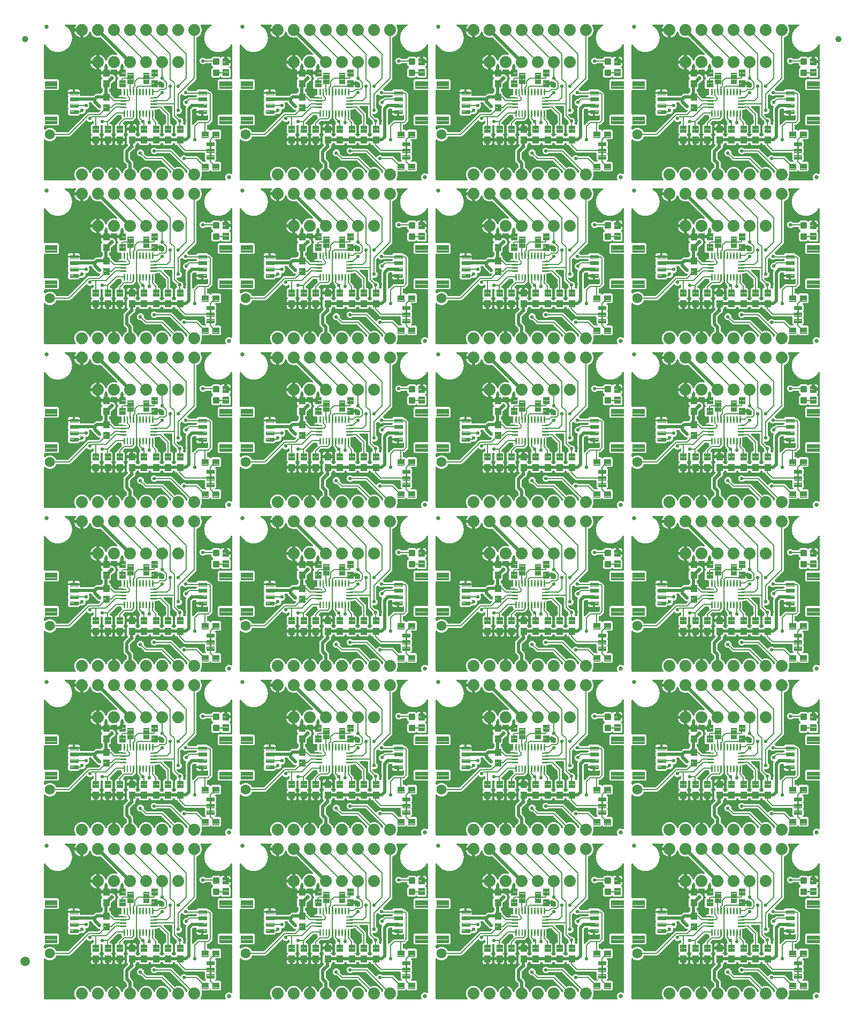
<source format=gtl>
G04 EAGLE Gerber RS-274X export*
G75*
%MOMM*%
%FSLAX34Y34*%
%LPD*%
%INTop Copper*%
%IPPOS*%
%AMOC8*
5,1,8,0,0,1.08239X$1,22.5*%
G01*
%ADD10C,0.635000*%
%ADD11C,0.100000*%
%ADD12C,0.102500*%
%ADD13C,0.099059*%
%ADD14C,1.879600*%
%ADD15C,1.600000*%
%ADD16C,0.300000*%
%ADD17C,0.096000*%
%ADD18C,0.102000*%
%ADD19C,1.000000*%
%ADD20C,1.500000*%
%ADD21C,0.152400*%
%ADD22C,0.508000*%
%ADD23C,0.558800*%

G36*
X970542Y1115835D02*
X970542Y1115835D01*
X970641Y1115838D01*
X970699Y1115855D01*
X970759Y1115863D01*
X970851Y1115899D01*
X970946Y1115927D01*
X970999Y1115957D01*
X971055Y1115980D01*
X971135Y1116038D01*
X971220Y1116088D01*
X971296Y1116154D01*
X971312Y1116166D01*
X971320Y1116176D01*
X971341Y1116194D01*
X1002719Y1147573D01*
X1018958Y1147573D01*
X1019056Y1147585D01*
X1019155Y1147588D01*
X1019213Y1147605D01*
X1019273Y1147613D01*
X1019365Y1147649D01*
X1019460Y1147677D01*
X1019513Y1147707D01*
X1019569Y1147730D01*
X1019649Y1147788D01*
X1019734Y1147838D01*
X1019810Y1147904D01*
X1019826Y1147916D01*
X1019834Y1147926D01*
X1019855Y1147944D01*
X1021430Y1149519D01*
X1021515Y1149629D01*
X1021604Y1149736D01*
X1021612Y1149755D01*
X1021625Y1149771D01*
X1021680Y1149899D01*
X1021739Y1150024D01*
X1021743Y1150044D01*
X1021751Y1150062D01*
X1021773Y1150200D01*
X1021799Y1150336D01*
X1021798Y1150356D01*
X1021801Y1150376D01*
X1021788Y1150516D01*
X1021779Y1150654D01*
X1021773Y1150673D01*
X1021771Y1150693D01*
X1021724Y1150824D01*
X1021681Y1150956D01*
X1021671Y1150973D01*
X1021664Y1150992D01*
X1021586Y1151107D01*
X1021511Y1151225D01*
X1021496Y1151239D01*
X1021485Y1151256D01*
X1021381Y1151348D01*
X1021280Y1151443D01*
X1021262Y1151453D01*
X1021247Y1151466D01*
X1021123Y1151529D01*
X1021001Y1151596D01*
X1020981Y1151601D01*
X1020963Y1151611D01*
X1020828Y1151641D01*
X1020693Y1151676D01*
X1020665Y1151678D01*
X1020653Y1151680D01*
X1020633Y1151680D01*
X1020532Y1151686D01*
X1019714Y1151686D01*
X1017753Y1152498D01*
X1016253Y1153999D01*
X1016095Y1154379D01*
X1016091Y1154387D01*
X1016088Y1154396D01*
X1016012Y1154525D01*
X1015938Y1154655D01*
X1015931Y1154662D01*
X1015927Y1154670D01*
X1015820Y1154791D01*
X1010811Y1159799D01*
X1009204Y1161407D01*
X1008769Y1162456D01*
X1008755Y1162481D01*
X1008745Y1162509D01*
X1008676Y1162619D01*
X1008612Y1162732D01*
X1008591Y1162753D01*
X1008575Y1162778D01*
X1008481Y1162867D01*
X1008390Y1162960D01*
X1008365Y1162976D01*
X1008344Y1162996D01*
X1008230Y1163059D01*
X1008119Y1163127D01*
X1008091Y1163135D01*
X1008065Y1163150D01*
X1007940Y1163182D01*
X1007815Y1163220D01*
X1007786Y1163222D01*
X1007757Y1163229D01*
X1007597Y1163239D01*
X1005465Y1163239D01*
X1005416Y1163233D01*
X1005366Y1163235D01*
X1005259Y1163213D01*
X1005150Y1163199D01*
X1005104Y1163181D01*
X1005055Y1163171D01*
X1004956Y1163123D01*
X1004854Y1163082D01*
X1004814Y1163053D01*
X1004769Y1163031D01*
X1004686Y1162960D01*
X1004597Y1162896D01*
X1004565Y1162857D01*
X1004527Y1162825D01*
X1004464Y1162735D01*
X1004394Y1162651D01*
X1004373Y1162606D01*
X1004344Y1162565D01*
X1004305Y1162462D01*
X1004258Y1162363D01*
X1004249Y1162314D01*
X1004231Y1162268D01*
X1004219Y1162158D01*
X1004199Y1162051D01*
X1004202Y1162001D01*
X1004196Y1161952D01*
X1004212Y1161843D01*
X1004218Y1161733D01*
X1004234Y1161686D01*
X1004241Y1161637D01*
X1004293Y1161484D01*
X1005155Y1159403D01*
X1005155Y1157280D01*
X1004343Y1155320D01*
X1002842Y1153819D01*
X1000881Y1153007D01*
X999744Y1153007D01*
X999626Y1152992D01*
X999507Y1152985D01*
X999469Y1152972D01*
X999428Y1152967D01*
X999318Y1152923D01*
X999205Y1152887D01*
X999170Y1152865D01*
X999133Y1152850D01*
X999037Y1152780D01*
X998936Y1152716D01*
X998908Y1152687D01*
X998875Y1152663D01*
X998799Y1152571D01*
X998718Y1152485D01*
X998698Y1152449D01*
X998673Y1152418D01*
X998622Y1152311D01*
X998564Y1152206D01*
X998554Y1152167D01*
X998537Y1152130D01*
X998515Y1152014D01*
X998485Y1151898D01*
X998481Y1151838D01*
X998477Y1151818D01*
X998479Y1151798D01*
X998475Y1151738D01*
X998475Y1149559D01*
X997663Y1147598D01*
X996162Y1146097D01*
X994201Y1145285D01*
X993002Y1145285D01*
X992904Y1145273D01*
X992805Y1145270D01*
X992746Y1145253D01*
X992686Y1145245D01*
X992594Y1145209D01*
X992499Y1145181D01*
X992447Y1145151D01*
X992391Y1145128D01*
X992311Y1145070D01*
X992225Y1145020D01*
X992222Y1145017D01*
X990707Y1145017D01*
X990609Y1145005D01*
X990510Y1145002D01*
X990452Y1144985D01*
X990392Y1144977D01*
X990300Y1144941D01*
X990205Y1144913D01*
X990152Y1144883D01*
X990096Y1144860D01*
X990016Y1144802D01*
X989931Y1144752D01*
X989855Y1144686D01*
X989839Y1144674D01*
X989831Y1144664D01*
X989810Y1144646D01*
X987944Y1142779D01*
X972936Y1142779D01*
X971149Y1144566D01*
X971149Y1152074D01*
X971498Y1152423D01*
X971571Y1152517D01*
X971650Y1152606D01*
X971668Y1152642D01*
X971693Y1152674D01*
X971740Y1152783D01*
X971794Y1152889D01*
X971803Y1152928D01*
X971819Y1152966D01*
X971838Y1153083D01*
X971864Y1153199D01*
X971863Y1153240D01*
X971869Y1153280D01*
X971858Y1153398D01*
X971854Y1153517D01*
X971843Y1153556D01*
X971839Y1153596D01*
X971799Y1153708D01*
X971766Y1153823D01*
X971746Y1153858D01*
X971732Y1153896D01*
X971665Y1153994D01*
X971605Y1154097D01*
X971565Y1154142D01*
X971553Y1154159D01*
X971538Y1154172D01*
X971498Y1154218D01*
X971149Y1154566D01*
X971149Y1162074D01*
X971498Y1162423D01*
X971571Y1162517D01*
X971650Y1162606D01*
X971668Y1162642D01*
X971693Y1162674D01*
X971740Y1162783D01*
X971794Y1162889D01*
X971803Y1162928D01*
X971819Y1162966D01*
X971838Y1163083D01*
X971864Y1163199D01*
X971863Y1163240D01*
X971869Y1163280D01*
X971858Y1163398D01*
X971854Y1163517D01*
X971843Y1163556D01*
X971839Y1163596D01*
X971799Y1163708D01*
X971766Y1163823D01*
X971746Y1163858D01*
X971732Y1163896D01*
X971665Y1163994D01*
X971605Y1164097D01*
X971565Y1164142D01*
X971553Y1164159D01*
X971538Y1164172D01*
X971498Y1164218D01*
X971149Y1164566D01*
X971149Y1172074D01*
X971536Y1172461D01*
X971605Y1172549D01*
X971680Y1172633D01*
X971702Y1172675D01*
X971731Y1172712D01*
X971776Y1172815D01*
X971828Y1172915D01*
X971839Y1172960D01*
X971858Y1173004D01*
X971875Y1173115D01*
X971901Y1173224D01*
X971900Y1173271D01*
X971907Y1173318D01*
X971897Y1173430D01*
X971895Y1173542D01*
X971882Y1173587D01*
X971878Y1173635D01*
X971840Y1173740D01*
X971810Y1173849D01*
X971777Y1173913D01*
X971770Y1173934D01*
X971760Y1173949D01*
X971738Y1173993D01*
X971357Y1174652D01*
X971149Y1175428D01*
X971149Y1176821D01*
X980210Y1176821D01*
X980328Y1176836D01*
X980447Y1176843D01*
X980454Y1176845D01*
X980510Y1176831D01*
X980570Y1176827D01*
X980590Y1176823D01*
X980610Y1176825D01*
X980670Y1176821D01*
X989731Y1176821D01*
X989731Y1175428D01*
X989616Y1174999D01*
X989598Y1174874D01*
X989575Y1174750D01*
X989577Y1174717D01*
X989572Y1174683D01*
X989587Y1174558D01*
X989595Y1174433D01*
X989605Y1174401D01*
X989609Y1174368D01*
X989654Y1174250D01*
X989693Y1174131D01*
X989711Y1174102D01*
X989723Y1174071D01*
X989795Y1173968D01*
X989863Y1173862D01*
X989887Y1173839D01*
X989907Y1173811D01*
X990003Y1173730D01*
X990094Y1173644D01*
X990124Y1173628D01*
X990150Y1173606D01*
X990263Y1173551D01*
X990373Y1173490D01*
X990406Y1173482D01*
X990436Y1173467D01*
X990559Y1173442D01*
X990681Y1173411D01*
X990730Y1173408D01*
X990748Y1173404D01*
X990769Y1173405D01*
X990842Y1173401D01*
X1010881Y1173401D01*
X1010979Y1173413D01*
X1011078Y1173416D01*
X1011136Y1173433D01*
X1011196Y1173441D01*
X1011288Y1173477D01*
X1011383Y1173505D01*
X1011435Y1173535D01*
X1011492Y1173558D01*
X1011572Y1173616D01*
X1011657Y1173666D01*
X1011733Y1173732D01*
X1011749Y1173744D01*
X1011757Y1173754D01*
X1011778Y1173772D01*
X1012525Y1174519D01*
X1012525Y1174520D01*
X1014133Y1176127D01*
X1016000Y1176901D01*
X1022430Y1176901D01*
X1022548Y1176916D01*
X1022667Y1176923D01*
X1022705Y1176936D01*
X1022746Y1176941D01*
X1022856Y1176984D01*
X1022969Y1177021D01*
X1023004Y1177043D01*
X1023041Y1177058D01*
X1023137Y1177127D01*
X1023238Y1177191D01*
X1023266Y1177221D01*
X1023299Y1177244D01*
X1023375Y1177336D01*
X1023456Y1177423D01*
X1023476Y1177458D01*
X1023501Y1177489D01*
X1023552Y1177597D01*
X1023610Y1177701D01*
X1023620Y1177741D01*
X1023637Y1177777D01*
X1023659Y1177894D01*
X1023689Y1178009D01*
X1023693Y1178069D01*
X1023694Y1178074D01*
X1025788Y1180168D01*
X1025848Y1180246D01*
X1025916Y1180318D01*
X1025945Y1180371D01*
X1025982Y1180419D01*
X1026022Y1180510D01*
X1026070Y1180597D01*
X1026085Y1180655D01*
X1026109Y1180711D01*
X1026124Y1180809D01*
X1026149Y1180905D01*
X1026155Y1181005D01*
X1026159Y1181025D01*
X1026157Y1181037D01*
X1026159Y1181065D01*
X1026159Y1183675D01*
X1026147Y1183773D01*
X1026144Y1183872D01*
X1026127Y1183930D01*
X1026119Y1183990D01*
X1026083Y1184082D01*
X1026055Y1184177D01*
X1026025Y1184230D01*
X1026002Y1184286D01*
X1025944Y1184366D01*
X1025894Y1184451D01*
X1025828Y1184527D01*
X1025816Y1184543D01*
X1025806Y1184551D01*
X1025788Y1184572D01*
X1023699Y1186660D01*
X1023699Y1199180D01*
X1025056Y1200536D01*
X1025133Y1200636D01*
X1025215Y1200731D01*
X1025230Y1200761D01*
X1025251Y1200787D01*
X1025301Y1200903D01*
X1025357Y1201016D01*
X1025364Y1201049D01*
X1025377Y1201079D01*
X1025397Y1201204D01*
X1025423Y1201327D01*
X1025422Y1201360D01*
X1025427Y1201393D01*
X1025415Y1201519D01*
X1025410Y1201644D01*
X1025400Y1201677D01*
X1025397Y1201710D01*
X1025355Y1201828D01*
X1025318Y1201949D01*
X1025301Y1201978D01*
X1025290Y1202009D01*
X1025219Y1202113D01*
X1025154Y1202221D01*
X1025130Y1202245D01*
X1025111Y1202272D01*
X1025017Y1202356D01*
X1024927Y1202444D01*
X1024894Y1202466D01*
X1024307Y1203053D01*
X1023906Y1203746D01*
X1023699Y1204520D01*
X1023699Y1207421D01*
X1030010Y1207421D01*
X1030128Y1207436D01*
X1030247Y1207443D01*
X1030285Y1207455D01*
X1030325Y1207461D01*
X1030436Y1207504D01*
X1030549Y1207541D01*
X1030583Y1207563D01*
X1030621Y1207578D01*
X1030717Y1207647D01*
X1030818Y1207711D01*
X1030846Y1207741D01*
X1030878Y1207764D01*
X1030954Y1207856D01*
X1031036Y1207943D01*
X1031055Y1207978D01*
X1031081Y1208009D01*
X1031132Y1208117D01*
X1031189Y1208221D01*
X1031199Y1208261D01*
X1031217Y1208297D01*
X1031237Y1208404D01*
X1031241Y1208374D01*
X1031285Y1208264D01*
X1031321Y1208151D01*
X1031343Y1208116D01*
X1031358Y1208079D01*
X1031428Y1207982D01*
X1031491Y1207882D01*
X1031521Y1207854D01*
X1031545Y1207821D01*
X1031636Y1207745D01*
X1031723Y1207664D01*
X1031758Y1207644D01*
X1031790Y1207619D01*
X1031897Y1207568D01*
X1032002Y1207510D01*
X1032041Y1207500D01*
X1032077Y1207483D01*
X1032194Y1207461D01*
X1032310Y1207431D01*
X1032370Y1207427D01*
X1032390Y1207423D01*
X1032410Y1207425D01*
X1032470Y1207421D01*
X1039356Y1207421D01*
X1039369Y1207410D01*
X1039477Y1207359D01*
X1039581Y1207302D01*
X1039621Y1207291D01*
X1039657Y1207274D01*
X1039774Y1207252D01*
X1039889Y1207222D01*
X1039949Y1207218D01*
X1039969Y1207214D01*
X1039990Y1207216D01*
X1040050Y1207212D01*
X1041369Y1207212D01*
X1043469Y1206342D01*
X1045077Y1204734D01*
X1045947Y1202633D01*
X1045947Y1200359D01*
X1045077Y1198259D01*
X1043469Y1196651D01*
X1042126Y1196094D01*
X1042118Y1196090D01*
X1042109Y1196087D01*
X1041981Y1196011D01*
X1041850Y1195937D01*
X1041843Y1195930D01*
X1041835Y1195926D01*
X1041714Y1195819D01*
X1039152Y1193257D01*
X1039092Y1193179D01*
X1039024Y1193107D01*
X1038995Y1193054D01*
X1038958Y1193006D01*
X1038918Y1192915D01*
X1038870Y1192828D01*
X1038855Y1192770D01*
X1038831Y1192714D01*
X1038816Y1192616D01*
X1038791Y1192520D01*
X1038785Y1192420D01*
X1038781Y1192400D01*
X1038783Y1192388D01*
X1038781Y1192360D01*
X1038781Y1186660D01*
X1036692Y1184572D01*
X1036632Y1184494D01*
X1036564Y1184422D01*
X1036535Y1184369D01*
X1036498Y1184321D01*
X1036458Y1184230D01*
X1036410Y1184143D01*
X1036395Y1184085D01*
X1036371Y1184029D01*
X1036356Y1183931D01*
X1036331Y1183835D01*
X1036325Y1183735D01*
X1036321Y1183715D01*
X1036323Y1183703D01*
X1036321Y1183675D01*
X1036321Y1181065D01*
X1036333Y1180967D01*
X1036336Y1180868D01*
X1036353Y1180810D01*
X1036361Y1180750D01*
X1036397Y1180658D01*
X1036425Y1180563D01*
X1036455Y1180510D01*
X1036478Y1180454D01*
X1036536Y1180374D01*
X1036586Y1180289D01*
X1036652Y1180213D01*
X1036664Y1180197D01*
X1036674Y1180189D01*
X1036692Y1180168D01*
X1038781Y1178080D01*
X1038781Y1176216D01*
X1038793Y1176118D01*
X1038796Y1176019D01*
X1038813Y1175960D01*
X1038821Y1175900D01*
X1038857Y1175808D01*
X1038885Y1175713D01*
X1038915Y1175661D01*
X1038938Y1175605D01*
X1038996Y1175524D01*
X1039046Y1175439D01*
X1039112Y1175364D01*
X1039124Y1175347D01*
X1039134Y1175339D01*
X1039152Y1175318D01*
X1041654Y1172817D01*
X1041654Y1172816D01*
X1044976Y1169494D01*
X1045055Y1169434D01*
X1045127Y1169366D01*
X1045180Y1169337D01*
X1045228Y1169300D01*
X1045319Y1169260D01*
X1045405Y1169212D01*
X1045464Y1169197D01*
X1045519Y1169173D01*
X1045617Y1169158D01*
X1045713Y1169133D01*
X1045813Y1169127D01*
X1045833Y1169123D01*
X1045846Y1169125D01*
X1045874Y1169123D01*
X1049230Y1169123D01*
X1049348Y1169138D01*
X1049467Y1169145D01*
X1049505Y1169158D01*
X1049546Y1169163D01*
X1049656Y1169206D01*
X1049769Y1169243D01*
X1049804Y1169265D01*
X1049841Y1169280D01*
X1049937Y1169349D01*
X1050038Y1169413D01*
X1050066Y1169443D01*
X1050099Y1169466D01*
X1050168Y1169551D01*
X1051702Y1169551D01*
X1051770Y1169559D01*
X1051839Y1169558D01*
X1051927Y1169579D01*
X1052017Y1169590D01*
X1052082Y1169616D01*
X1052149Y1169632D01*
X1052229Y1169674D01*
X1052313Y1169707D01*
X1052369Y1169748D01*
X1052430Y1169780D01*
X1052556Y1169881D01*
X1052562Y1169888D01*
X1052570Y1169894D01*
X1052571Y1169894D01*
X1052571Y1169895D01*
X1052666Y1170010D01*
X1052763Y1170123D01*
X1052767Y1170132D01*
X1052774Y1170140D01*
X1052837Y1170274D01*
X1052903Y1170408D01*
X1052905Y1170418D01*
X1052909Y1170427D01*
X1052937Y1170574D01*
X1052967Y1170720D01*
X1052967Y1170730D01*
X1052969Y1170740D01*
X1052960Y1170889D01*
X1052953Y1171037D01*
X1052950Y1171047D01*
X1052949Y1171057D01*
X1052903Y1171199D01*
X1052860Y1171341D01*
X1052854Y1171350D01*
X1052851Y1171360D01*
X1052771Y1171486D01*
X1052694Y1171613D01*
X1052686Y1171620D01*
X1052681Y1171628D01*
X1052573Y1171730D01*
X1052466Y1171834D01*
X1052457Y1171839D01*
X1052449Y1171846D01*
X1052319Y1171918D01*
X1052189Y1171992D01*
X1052180Y1171995D01*
X1052171Y1172000D01*
X1052027Y1172037D01*
X1051883Y1172076D01*
X1051873Y1172077D01*
X1051863Y1172079D01*
X1051702Y1172089D01*
X1050534Y1172089D01*
X1050707Y1172736D01*
X1051109Y1173432D01*
X1051678Y1174001D01*
X1052374Y1174403D01*
X1053151Y1174611D01*
X1054480Y1174611D01*
X1054598Y1174626D01*
X1054717Y1174633D01*
X1054755Y1174646D01*
X1054796Y1174651D01*
X1054906Y1174694D01*
X1055019Y1174731D01*
X1055054Y1174753D01*
X1055091Y1174768D01*
X1055187Y1174837D01*
X1055288Y1174901D01*
X1055316Y1174931D01*
X1055349Y1174954D01*
X1055425Y1175046D01*
X1055506Y1175133D01*
X1055526Y1175168D01*
X1055551Y1175199D01*
X1055602Y1175307D01*
X1055660Y1175411D01*
X1055670Y1175451D01*
X1055687Y1175487D01*
X1055709Y1175604D01*
X1055739Y1175719D01*
X1055743Y1175779D01*
X1055747Y1175799D01*
X1055745Y1175820D01*
X1055749Y1175880D01*
X1055749Y1183610D01*
X1055734Y1183728D01*
X1055727Y1183847D01*
X1055714Y1183885D01*
X1055709Y1183926D01*
X1055666Y1184036D01*
X1055629Y1184149D01*
X1055607Y1184184D01*
X1055592Y1184221D01*
X1055523Y1184317D01*
X1055459Y1184418D01*
X1055429Y1184446D01*
X1055406Y1184479D01*
X1055314Y1184555D01*
X1055227Y1184636D01*
X1055192Y1184656D01*
X1055161Y1184681D01*
X1055053Y1184732D01*
X1054949Y1184790D01*
X1054909Y1184800D01*
X1054873Y1184817D01*
X1054756Y1184839D01*
X1054641Y1184869D01*
X1054581Y1184873D01*
X1054561Y1184877D01*
X1054540Y1184875D01*
X1054480Y1184879D01*
X1050880Y1184879D01*
X1049099Y1186660D01*
X1049099Y1199180D01*
X1050456Y1200536D01*
X1050533Y1200636D01*
X1050615Y1200731D01*
X1050630Y1200761D01*
X1050651Y1200787D01*
X1050701Y1200903D01*
X1050757Y1201016D01*
X1050764Y1201049D01*
X1050777Y1201079D01*
X1050797Y1201204D01*
X1050823Y1201327D01*
X1050822Y1201360D01*
X1050827Y1201393D01*
X1050815Y1201519D01*
X1050810Y1201644D01*
X1050800Y1201677D01*
X1050797Y1201710D01*
X1050755Y1201828D01*
X1050718Y1201949D01*
X1050701Y1201978D01*
X1050690Y1202009D01*
X1050619Y1202113D01*
X1050554Y1202221D01*
X1050530Y1202245D01*
X1050511Y1202272D01*
X1050417Y1202356D01*
X1050327Y1202444D01*
X1050294Y1202466D01*
X1049707Y1203053D01*
X1049306Y1203746D01*
X1049099Y1204520D01*
X1049099Y1207421D01*
X1055410Y1207421D01*
X1055528Y1207436D01*
X1055647Y1207443D01*
X1055685Y1207455D01*
X1055725Y1207461D01*
X1055836Y1207504D01*
X1055949Y1207541D01*
X1055983Y1207563D01*
X1056021Y1207578D01*
X1056117Y1207647D01*
X1056218Y1207711D01*
X1056246Y1207741D01*
X1056278Y1207764D01*
X1056354Y1207856D01*
X1056436Y1207943D01*
X1056455Y1207978D01*
X1056481Y1208009D01*
X1056532Y1208117D01*
X1056589Y1208221D01*
X1056599Y1208261D01*
X1056617Y1208297D01*
X1056639Y1208414D01*
X1056669Y1208529D01*
X1056673Y1208589D01*
X1056676Y1208609D01*
X1056675Y1208630D01*
X1056679Y1208690D01*
X1056679Y1209881D01*
X1057870Y1209881D01*
X1057988Y1209896D01*
X1058107Y1209903D01*
X1058145Y1209916D01*
X1058186Y1209921D01*
X1058296Y1209965D01*
X1058409Y1210001D01*
X1058444Y1210023D01*
X1058481Y1210038D01*
X1058577Y1210108D01*
X1058678Y1210171D01*
X1058706Y1210201D01*
X1058739Y1210225D01*
X1058815Y1210316D01*
X1058896Y1210403D01*
X1058916Y1210438D01*
X1058941Y1210470D01*
X1058992Y1210577D01*
X1059050Y1210682D01*
X1059060Y1210721D01*
X1059077Y1210757D01*
X1059099Y1210874D01*
X1059129Y1210990D01*
X1059133Y1211050D01*
X1059137Y1211070D01*
X1059135Y1211090D01*
X1059139Y1211150D01*
X1059139Y1218328D01*
X1059208Y1218412D01*
X1059300Y1218516D01*
X1059310Y1218534D01*
X1059322Y1218549D01*
X1059382Y1218675D01*
X1059445Y1218799D01*
X1059449Y1218819D01*
X1059458Y1218837D01*
X1059484Y1218973D01*
X1059515Y1219110D01*
X1059514Y1219130D01*
X1059518Y1219149D01*
X1059509Y1219287D01*
X1059505Y1219427D01*
X1059499Y1219447D01*
X1059498Y1219467D01*
X1059455Y1219599D01*
X1059416Y1219733D01*
X1059406Y1219750D01*
X1059400Y1219769D01*
X1059326Y1219887D01*
X1059255Y1220007D01*
X1059236Y1220028D01*
X1059230Y1220038D01*
X1059225Y1220043D01*
X1057813Y1223452D01*
X1057744Y1223573D01*
X1057679Y1223696D01*
X1057665Y1223711D01*
X1057655Y1223728D01*
X1057558Y1223828D01*
X1057465Y1223931D01*
X1057448Y1223942D01*
X1057434Y1223957D01*
X1057315Y1224029D01*
X1057199Y1224106D01*
X1057180Y1224112D01*
X1057163Y1224123D01*
X1057030Y1224164D01*
X1056898Y1224209D01*
X1056878Y1224211D01*
X1056859Y1224217D01*
X1056720Y1224223D01*
X1056581Y1224234D01*
X1056561Y1224231D01*
X1056541Y1224232D01*
X1056405Y1224204D01*
X1056268Y1224180D01*
X1056249Y1224172D01*
X1056230Y1224168D01*
X1056104Y1224106D01*
X1055978Y1224049D01*
X1055962Y1224037D01*
X1055944Y1224028D01*
X1055838Y1223937D01*
X1055730Y1223851D01*
X1055717Y1223835D01*
X1055702Y1223821D01*
X1055622Y1223708D01*
X1055538Y1223597D01*
X1055526Y1223571D01*
X1055519Y1223561D01*
X1055512Y1223542D01*
X1055467Y1223452D01*
X1054043Y1220014D01*
X1053958Y1219911D01*
X1053949Y1219892D01*
X1053937Y1219876D01*
X1053881Y1219748D01*
X1053822Y1219623D01*
X1053818Y1219603D01*
X1053810Y1219585D01*
X1053788Y1219447D01*
X1053762Y1219310D01*
X1053763Y1219290D01*
X1053760Y1219270D01*
X1053773Y1219132D01*
X1053782Y1218993D01*
X1053788Y1218974D01*
X1053790Y1218954D01*
X1053837Y1218822D01*
X1053880Y1218691D01*
X1053891Y1218674D01*
X1053898Y1218655D01*
X1053976Y1218539D01*
X1054050Y1218422D01*
X1054065Y1218408D01*
X1054076Y1218391D01*
X1054141Y1218334D01*
X1054141Y1212419D01*
X1049099Y1212419D01*
X1049099Y1214135D01*
X1049093Y1214184D01*
X1049095Y1214234D01*
X1049073Y1214342D01*
X1049059Y1214451D01*
X1049041Y1214497D01*
X1049031Y1214545D01*
X1048983Y1214644D01*
X1048942Y1214746D01*
X1048913Y1214786D01*
X1048891Y1214831D01*
X1048820Y1214915D01*
X1048756Y1215004D01*
X1048717Y1215035D01*
X1048685Y1215073D01*
X1048595Y1215136D01*
X1048511Y1215206D01*
X1048466Y1215228D01*
X1048425Y1215256D01*
X1048322Y1215295D01*
X1048223Y1215342D01*
X1048174Y1215351D01*
X1048128Y1215369D01*
X1048018Y1215381D01*
X1047911Y1215402D01*
X1047861Y1215399D01*
X1047812Y1215404D01*
X1047703Y1215389D01*
X1047593Y1215382D01*
X1047546Y1215367D01*
X1047497Y1215360D01*
X1047344Y1215308D01*
X1046315Y1214881D01*
X1041565Y1214881D01*
X1040536Y1215308D01*
X1040488Y1215321D01*
X1040443Y1215342D01*
X1040335Y1215363D01*
X1040229Y1215392D01*
X1040179Y1215392D01*
X1040130Y1215402D01*
X1040021Y1215395D01*
X1039911Y1215397D01*
X1039863Y1215385D01*
X1039813Y1215382D01*
X1039709Y1215348D01*
X1039602Y1215323D01*
X1039558Y1215299D01*
X1039511Y1215284D01*
X1039418Y1215225D01*
X1039321Y1215174D01*
X1039284Y1215140D01*
X1039242Y1215114D01*
X1039167Y1215034D01*
X1039085Y1214960D01*
X1039058Y1214918D01*
X1039024Y1214882D01*
X1038971Y1214786D01*
X1038911Y1214694D01*
X1038894Y1214647D01*
X1038870Y1214604D01*
X1038843Y1214498D01*
X1038807Y1214393D01*
X1038803Y1214344D01*
X1038791Y1214296D01*
X1038781Y1214135D01*
X1038781Y1212419D01*
X1033739Y1212419D01*
X1033739Y1218328D01*
X1033808Y1218412D01*
X1033900Y1218516D01*
X1033910Y1218534D01*
X1033922Y1218549D01*
X1033982Y1218675D01*
X1034045Y1218799D01*
X1034049Y1218819D01*
X1034058Y1218837D01*
X1034084Y1218973D01*
X1034115Y1219110D01*
X1034114Y1219130D01*
X1034118Y1219149D01*
X1034109Y1219287D01*
X1034105Y1219427D01*
X1034099Y1219447D01*
X1034098Y1219467D01*
X1034055Y1219599D01*
X1034016Y1219733D01*
X1034006Y1219750D01*
X1034000Y1219769D01*
X1033926Y1219887D01*
X1033855Y1220007D01*
X1033836Y1220028D01*
X1033830Y1220038D01*
X1033825Y1220043D01*
X1032377Y1223539D01*
X1032362Y1223565D01*
X1032353Y1223594D01*
X1032283Y1223703D01*
X1032219Y1223816D01*
X1032198Y1223837D01*
X1032182Y1223862D01*
X1032088Y1223951D01*
X1031998Y1224044D01*
X1031972Y1224060D01*
X1031950Y1224080D01*
X1031837Y1224143D01*
X1031727Y1224210D01*
X1031698Y1224219D01*
X1031672Y1224233D01*
X1031546Y1224266D01*
X1031423Y1224304D01*
X1031393Y1224305D01*
X1031364Y1224313D01*
X1031234Y1224313D01*
X1031105Y1224319D01*
X1031076Y1224313D01*
X1031046Y1224313D01*
X1030920Y1224281D01*
X1030794Y1224255D01*
X1030767Y1224242D01*
X1030738Y1224234D01*
X1030624Y1224172D01*
X1030508Y1224115D01*
X1030485Y1224096D01*
X1030459Y1224081D01*
X1030365Y1223993D01*
X1030266Y1223909D01*
X1030249Y1223884D01*
X1030227Y1223864D01*
X1030157Y1223755D01*
X1030083Y1223649D01*
X1030072Y1223621D01*
X1030056Y1223595D01*
X1029997Y1223446D01*
X1029866Y1223042D01*
X1029865Y1223042D01*
X1029865Y1223041D01*
X1029604Y1222237D01*
X1028751Y1220563D01*
X1028325Y1219976D01*
X1028306Y1219941D01*
X1028280Y1219911D01*
X1028229Y1219802D01*
X1028171Y1219697D01*
X1028161Y1219659D01*
X1028145Y1219623D01*
X1028122Y1219505D01*
X1028092Y1219389D01*
X1028092Y1219350D01*
X1028085Y1219310D01*
X1028092Y1219191D01*
X1028092Y1219071D01*
X1028102Y1219033D01*
X1028105Y1218993D01*
X1028141Y1218880D01*
X1028171Y1218763D01*
X1028190Y1218728D01*
X1028203Y1218691D01*
X1028267Y1218589D01*
X1028324Y1218485D01*
X1028351Y1218456D01*
X1028373Y1218422D01*
X1028460Y1218340D01*
X1028542Y1218253D01*
X1028575Y1218231D01*
X1028604Y1218204D01*
X1028709Y1218146D01*
X1028741Y1218126D01*
X1028741Y1212419D01*
X1023699Y1212419D01*
X1023699Y1214196D01*
X1023681Y1214343D01*
X1023660Y1214511D01*
X1023659Y1214511D01*
X1023659Y1214512D01*
X1023609Y1214640D01*
X1023543Y1214807D01*
X1023542Y1214807D01*
X1023465Y1214914D01*
X1023356Y1215064D01*
X1023356Y1215065D01*
X1023222Y1215175D01*
X1023111Y1215267D01*
X1023111Y1215268D01*
X1022986Y1215326D01*
X1022823Y1215403D01*
X1022688Y1215429D01*
X1022511Y1215463D01*
X1022369Y1215454D01*
X1022194Y1215443D01*
X1022193Y1215443D01*
X1022038Y1215403D01*
X1021336Y1215175D01*
X1021079Y1215135D01*
X1021079Y1225550D01*
X1021064Y1225668D01*
X1021057Y1225787D01*
X1021044Y1225825D01*
X1021039Y1225865D01*
X1020996Y1225976D01*
X1020959Y1226089D01*
X1020937Y1226123D01*
X1020922Y1226161D01*
X1020852Y1226257D01*
X1020789Y1226358D01*
X1020759Y1226386D01*
X1020735Y1226418D01*
X1020644Y1226494D01*
X1020557Y1226576D01*
X1020522Y1226595D01*
X1020491Y1226621D01*
X1020383Y1226672D01*
X1020279Y1226729D01*
X1020239Y1226740D01*
X1020203Y1226757D01*
X1020086Y1226779D01*
X1019971Y1226809D01*
X1019910Y1226813D01*
X1019890Y1226817D01*
X1019870Y1226815D01*
X1019810Y1226819D01*
X1018539Y1226819D01*
X1018539Y1226821D01*
X1019810Y1226821D01*
X1019928Y1226836D01*
X1020047Y1226843D01*
X1020085Y1226856D01*
X1020125Y1226861D01*
X1020236Y1226905D01*
X1020349Y1226941D01*
X1020384Y1226963D01*
X1020421Y1226978D01*
X1020517Y1227048D01*
X1020618Y1227111D01*
X1020646Y1227141D01*
X1020679Y1227165D01*
X1020754Y1227256D01*
X1020836Y1227343D01*
X1020856Y1227378D01*
X1020881Y1227410D01*
X1020932Y1227517D01*
X1020990Y1227622D01*
X1021000Y1227661D01*
X1021017Y1227697D01*
X1021039Y1227814D01*
X1021069Y1227929D01*
X1021073Y1227990D01*
X1021077Y1228010D01*
X1021075Y1228030D01*
X1021079Y1228090D01*
X1021079Y1238505D01*
X1021336Y1238465D01*
X1023123Y1237884D01*
X1024797Y1237031D01*
X1026318Y1235926D01*
X1027646Y1234598D01*
X1028751Y1233077D01*
X1029604Y1231403D01*
X1029997Y1230194D01*
X1030009Y1230167D01*
X1030016Y1230138D01*
X1030077Y1230024D01*
X1030132Y1229906D01*
X1030151Y1229883D01*
X1030165Y1229857D01*
X1030253Y1229761D01*
X1030335Y1229661D01*
X1030359Y1229644D01*
X1030379Y1229622D01*
X1030488Y1229550D01*
X1030592Y1229474D01*
X1030620Y1229463D01*
X1030645Y1229447D01*
X1030768Y1229405D01*
X1030888Y1229357D01*
X1030917Y1229353D01*
X1030946Y1229344D01*
X1031075Y1229333D01*
X1031203Y1229317D01*
X1031233Y1229321D01*
X1031263Y1229319D01*
X1031390Y1229341D01*
X1031519Y1229357D01*
X1031547Y1229368D01*
X1031576Y1229373D01*
X1031694Y1229426D01*
X1031815Y1229474D01*
X1031839Y1229491D01*
X1031866Y1229504D01*
X1031967Y1229584D01*
X1032072Y1229660D01*
X1032091Y1229683D01*
X1032114Y1229702D01*
X1032192Y1229806D01*
X1032275Y1229905D01*
X1032288Y1229932D01*
X1032306Y1229956D01*
X1032377Y1230101D01*
X1033819Y1233583D01*
X1037177Y1236941D01*
X1041565Y1238759D01*
X1046315Y1238759D01*
X1047079Y1238442D01*
X1047147Y1238424D01*
X1047211Y1238396D01*
X1047300Y1238382D01*
X1047386Y1238358D01*
X1047456Y1238357D01*
X1047525Y1238346D01*
X1047614Y1238354D01*
X1047704Y1238353D01*
X1047772Y1238369D01*
X1047842Y1238376D01*
X1047926Y1238406D01*
X1048013Y1238427D01*
X1048075Y1238460D01*
X1048141Y1238483D01*
X1048215Y1238534D01*
X1048295Y1238576D01*
X1048346Y1238623D01*
X1048404Y1238662D01*
X1048463Y1238729D01*
X1048530Y1238790D01*
X1048568Y1238848D01*
X1048614Y1238900D01*
X1048655Y1238980D01*
X1048705Y1239055D01*
X1048727Y1239122D01*
X1048759Y1239184D01*
X1048779Y1239271D01*
X1048808Y1239356D01*
X1048813Y1239426D01*
X1048829Y1239494D01*
X1048826Y1239584D01*
X1048833Y1239673D01*
X1048821Y1239742D01*
X1048819Y1239812D01*
X1048794Y1239898D01*
X1048779Y1239987D01*
X1048750Y1240050D01*
X1048731Y1240117D01*
X1048685Y1240195D01*
X1048648Y1240277D01*
X1048604Y1240331D01*
X1048569Y1240391D01*
X1048463Y1240512D01*
X1023196Y1265778D01*
X1023173Y1265796D01*
X1023154Y1265819D01*
X1023048Y1265894D01*
X1022945Y1265973D01*
X1022918Y1265985D01*
X1022894Y1266002D01*
X1022772Y1266048D01*
X1022653Y1266100D01*
X1022624Y1266104D01*
X1022597Y1266115D01*
X1022468Y1266129D01*
X1022339Y1266149D01*
X1022310Y1266147D01*
X1022281Y1266150D01*
X1022152Y1266132D01*
X1022023Y1266120D01*
X1021995Y1266110D01*
X1021966Y1266105D01*
X1021813Y1266053D01*
X1020915Y1265681D01*
X1016165Y1265681D01*
X1011777Y1267499D01*
X1008419Y1270857D01*
X1006977Y1274339D01*
X1006962Y1274365D01*
X1006953Y1274394D01*
X1006883Y1274503D01*
X1006819Y1274616D01*
X1006798Y1274637D01*
X1006782Y1274662D01*
X1006688Y1274751D01*
X1006598Y1274844D01*
X1006572Y1274860D01*
X1006550Y1274880D01*
X1006437Y1274942D01*
X1006327Y1275010D01*
X1006298Y1275019D01*
X1006272Y1275033D01*
X1006146Y1275066D01*
X1006023Y1275104D01*
X1005993Y1275105D01*
X1005964Y1275113D01*
X1005834Y1275113D01*
X1005705Y1275119D01*
X1005676Y1275113D01*
X1005646Y1275113D01*
X1005520Y1275081D01*
X1005394Y1275055D01*
X1005367Y1275041D01*
X1005338Y1275034D01*
X1005224Y1274972D01*
X1005108Y1274915D01*
X1005085Y1274896D01*
X1005059Y1274881D01*
X1004965Y1274793D01*
X1004866Y1274709D01*
X1004849Y1274684D01*
X1004827Y1274664D01*
X1004757Y1274555D01*
X1004683Y1274449D01*
X1004672Y1274421D01*
X1004656Y1274395D01*
X1004597Y1274246D01*
X1004204Y1273037D01*
X1003351Y1271363D01*
X1002246Y1269842D01*
X1000918Y1268514D01*
X999397Y1267409D01*
X997723Y1266556D01*
X995936Y1265975D01*
X995679Y1265935D01*
X995679Y1276350D01*
X995664Y1276468D01*
X995657Y1276587D01*
X995644Y1276625D01*
X995639Y1276665D01*
X995596Y1276776D01*
X995559Y1276889D01*
X995537Y1276923D01*
X995522Y1276961D01*
X995452Y1277057D01*
X995389Y1277158D01*
X995359Y1277186D01*
X995335Y1277218D01*
X995244Y1277294D01*
X995157Y1277376D01*
X995122Y1277395D01*
X995091Y1277421D01*
X994983Y1277472D01*
X994879Y1277529D01*
X994839Y1277540D01*
X994803Y1277557D01*
X994686Y1277579D01*
X994571Y1277609D01*
X994510Y1277613D01*
X994490Y1277617D01*
X994470Y1277615D01*
X994410Y1277619D01*
X993139Y1277619D01*
X993139Y1278890D01*
X993124Y1279008D01*
X993117Y1279127D01*
X993104Y1279165D01*
X993099Y1279205D01*
X993055Y1279316D01*
X993019Y1279429D01*
X992997Y1279464D01*
X992982Y1279501D01*
X992912Y1279597D01*
X992849Y1279698D01*
X992819Y1279726D01*
X992795Y1279759D01*
X992704Y1279834D01*
X992617Y1279916D01*
X992582Y1279936D01*
X992550Y1279961D01*
X992443Y1280012D01*
X992338Y1280070D01*
X992299Y1280080D01*
X992263Y1280097D01*
X992146Y1280119D01*
X992031Y1280149D01*
X991970Y1280153D01*
X991950Y1280157D01*
X991930Y1280155D01*
X991870Y1280159D01*
X981455Y1280159D01*
X981495Y1280416D01*
X982076Y1282203D01*
X982929Y1283877D01*
X983562Y1284748D01*
X983581Y1284783D01*
X983606Y1284813D01*
X983657Y1284922D01*
X983715Y1285027D01*
X983725Y1285065D01*
X983742Y1285101D01*
X983764Y1285218D01*
X983794Y1285335D01*
X983794Y1285375D01*
X983802Y1285414D01*
X983794Y1285533D01*
X983794Y1285653D01*
X983784Y1285691D01*
X983782Y1285731D01*
X983745Y1285845D01*
X983715Y1285961D01*
X983696Y1285996D01*
X983684Y1286033D01*
X983620Y1286135D01*
X983562Y1286239D01*
X983535Y1286268D01*
X983514Y1286302D01*
X983426Y1286384D01*
X983345Y1286471D01*
X983311Y1286493D01*
X983282Y1286520D01*
X983177Y1286578D01*
X983076Y1286642D01*
X983038Y1286654D01*
X983003Y1286674D01*
X982888Y1286703D01*
X982774Y1286741D01*
X982734Y1286743D01*
X982696Y1286753D01*
X982535Y1286763D01*
X966837Y1286763D01*
X966740Y1286751D01*
X966642Y1286748D01*
X966583Y1286731D01*
X966521Y1286723D01*
X966431Y1286688D01*
X966337Y1286661D01*
X966283Y1286629D01*
X966225Y1286606D01*
X966147Y1286549D01*
X966062Y1286500D01*
X966018Y1286456D01*
X965968Y1286420D01*
X965906Y1286344D01*
X965837Y1286276D01*
X965805Y1286222D01*
X965765Y1286175D01*
X965724Y1286086D01*
X965674Y1286003D01*
X965656Y1285943D01*
X965630Y1285887D01*
X965611Y1285791D01*
X965584Y1285698D01*
X965582Y1285635D01*
X965570Y1285575D01*
X965576Y1285477D01*
X965573Y1285380D01*
X965586Y1285319D01*
X965590Y1285257D01*
X965620Y1285165D01*
X965641Y1285069D01*
X965669Y1285014D01*
X965688Y1284955D01*
X965740Y1284872D01*
X965784Y1284785D01*
X965825Y1284738D01*
X965858Y1284686D01*
X965929Y1284619D01*
X965993Y1284546D01*
X966044Y1284511D01*
X966090Y1284468D01*
X966175Y1284421D01*
X966199Y1284405D01*
X972230Y1279344D01*
X976126Y1272595D01*
X977480Y1264920D01*
X976126Y1257245D01*
X972230Y1250496D01*
X966260Y1245487D01*
X958937Y1242821D01*
X951143Y1242821D01*
X943820Y1245487D01*
X937850Y1250496D01*
X935565Y1254454D01*
X935477Y1254570D01*
X935392Y1254688D01*
X935381Y1254697D01*
X935373Y1254707D01*
X935259Y1254798D01*
X935147Y1254891D01*
X935134Y1254896D01*
X935124Y1254905D01*
X934990Y1254964D01*
X934859Y1255026D01*
X934846Y1255029D01*
X934833Y1255034D01*
X934689Y1255059D01*
X934546Y1255086D01*
X934533Y1255085D01*
X934520Y1255087D01*
X934374Y1255075D01*
X934229Y1255066D01*
X934216Y1255062D01*
X934203Y1255061D01*
X934065Y1255013D01*
X933927Y1254968D01*
X933915Y1254961D01*
X933902Y1254957D01*
X933781Y1254876D01*
X933658Y1254798D01*
X933649Y1254788D01*
X933637Y1254781D01*
X933540Y1254673D01*
X933440Y1254566D01*
X933433Y1254555D01*
X933424Y1254545D01*
X933357Y1254416D01*
X933286Y1254288D01*
X933283Y1254275D01*
X933277Y1254263D01*
X933243Y1254121D01*
X933207Y1253980D01*
X933206Y1253962D01*
X933204Y1253953D01*
X933204Y1253936D01*
X933197Y1253819D01*
X933197Y1201130D01*
X933212Y1201012D01*
X933219Y1200893D01*
X933232Y1200855D01*
X933237Y1200814D01*
X933280Y1200704D01*
X933317Y1200591D01*
X933339Y1200556D01*
X933354Y1200519D01*
X933423Y1200423D01*
X933487Y1200322D01*
X933517Y1200294D01*
X933540Y1200261D01*
X933632Y1200185D01*
X933719Y1200104D01*
X933754Y1200084D01*
X933785Y1200059D01*
X933893Y1200008D01*
X933997Y1199950D01*
X934037Y1199940D01*
X934073Y1199923D01*
X934190Y1199901D01*
X934305Y1199871D01*
X934365Y1199867D01*
X934385Y1199863D01*
X934406Y1199865D01*
X934466Y1199861D01*
X954461Y1199861D01*
X956231Y1198091D01*
X956231Y1184549D01*
X954461Y1182779D01*
X934466Y1182779D01*
X934348Y1182764D01*
X934229Y1182757D01*
X934191Y1182744D01*
X934150Y1182739D01*
X934040Y1182696D01*
X933927Y1182659D01*
X933892Y1182637D01*
X933855Y1182622D01*
X933759Y1182553D01*
X933658Y1182489D01*
X933630Y1182459D01*
X933597Y1182436D01*
X933521Y1182344D01*
X933440Y1182257D01*
X933420Y1182222D01*
X933395Y1182191D01*
X933344Y1182083D01*
X933286Y1181979D01*
X933276Y1181939D01*
X933259Y1181903D01*
X933237Y1181786D01*
X933207Y1181671D01*
X933203Y1181611D01*
X933199Y1181591D01*
X933201Y1181570D01*
X933197Y1181510D01*
X933197Y1145130D01*
X933212Y1145012D01*
X933219Y1144893D01*
X933232Y1144855D01*
X933237Y1144814D01*
X933280Y1144704D01*
X933317Y1144591D01*
X933339Y1144556D01*
X933354Y1144519D01*
X933423Y1144423D01*
X933487Y1144322D01*
X933517Y1144294D01*
X933540Y1144261D01*
X933632Y1144185D01*
X933719Y1144104D01*
X933754Y1144084D01*
X933785Y1144059D01*
X933893Y1144008D01*
X933997Y1143950D01*
X934037Y1143940D01*
X934073Y1143923D01*
X934190Y1143901D01*
X934305Y1143871D01*
X934365Y1143867D01*
X934385Y1143863D01*
X934406Y1143865D01*
X934466Y1143861D01*
X954461Y1143861D01*
X956231Y1142091D01*
X956231Y1128549D01*
X954461Y1126779D01*
X934466Y1126779D01*
X934348Y1126764D01*
X934229Y1126757D01*
X934191Y1126744D01*
X934150Y1126739D01*
X934040Y1126696D01*
X933927Y1126659D01*
X933892Y1126637D01*
X933855Y1126622D01*
X933759Y1126553D01*
X933658Y1126489D01*
X933630Y1126459D01*
X933597Y1126436D01*
X933521Y1126344D01*
X933440Y1126257D01*
X933420Y1126222D01*
X933395Y1126191D01*
X933344Y1126083D01*
X933286Y1125979D01*
X933276Y1125939D01*
X933259Y1125903D01*
X933237Y1125786D01*
X933207Y1125671D01*
X933203Y1125611D01*
X933199Y1125591D01*
X933201Y1125570D01*
X933197Y1125510D01*
X933197Y1121348D01*
X933214Y1121210D01*
X933227Y1121071D01*
X933234Y1121052D01*
X933237Y1121032D01*
X933288Y1120903D01*
X933335Y1120772D01*
X933346Y1120755D01*
X933354Y1120737D01*
X933435Y1120624D01*
X933513Y1120509D01*
X933529Y1120496D01*
X933540Y1120479D01*
X933648Y1120390D01*
X933752Y1120299D01*
X933770Y1120289D01*
X933785Y1120276D01*
X933911Y1120217D01*
X934035Y1120154D01*
X934055Y1120150D01*
X934073Y1120141D01*
X934210Y1120115D01*
X934345Y1120084D01*
X934366Y1120085D01*
X934385Y1120081D01*
X934524Y1120090D01*
X934663Y1120094D01*
X934683Y1120100D01*
X934703Y1120101D01*
X934835Y1120144D01*
X934969Y1120182D01*
X934986Y1120193D01*
X935005Y1120199D01*
X935123Y1120273D01*
X935243Y1120344D01*
X935264Y1120362D01*
X935274Y1120369D01*
X935288Y1120384D01*
X935363Y1120450D01*
X936369Y1121456D01*
X940243Y1123061D01*
X944437Y1123061D01*
X948311Y1121456D01*
X951276Y1118491D01*
X952057Y1116606D01*
X952071Y1116581D01*
X952080Y1116553D01*
X952150Y1116443D01*
X952214Y1116330D01*
X952235Y1116309D01*
X952250Y1116284D01*
X952345Y1116195D01*
X952435Y1116102D01*
X952461Y1116086D01*
X952482Y1116066D01*
X952596Y1116003D01*
X952707Y1115935D01*
X952735Y1115927D01*
X952761Y1115912D01*
X952886Y1115880D01*
X953010Y1115842D01*
X953040Y1115840D01*
X953069Y1115833D01*
X953229Y1115823D01*
X970444Y1115823D01*
X970542Y1115835D01*
G37*
G36*
X40902Y597675D02*
X40902Y597675D01*
X41001Y597678D01*
X41059Y597695D01*
X41119Y597703D01*
X41211Y597739D01*
X41306Y597767D01*
X41359Y597797D01*
X41415Y597820D01*
X41495Y597878D01*
X41580Y597928D01*
X41656Y597994D01*
X41672Y598006D01*
X41680Y598016D01*
X41701Y598034D01*
X73079Y629413D01*
X89318Y629413D01*
X89416Y629425D01*
X89515Y629428D01*
X89573Y629445D01*
X89633Y629453D01*
X89725Y629489D01*
X89820Y629517D01*
X89873Y629547D01*
X89929Y629570D01*
X90009Y629628D01*
X90094Y629678D01*
X90170Y629744D01*
X90186Y629756D01*
X90194Y629766D01*
X90215Y629784D01*
X91790Y631359D01*
X91875Y631469D01*
X91964Y631576D01*
X91972Y631595D01*
X91985Y631611D01*
X92040Y631739D01*
X92099Y631864D01*
X92103Y631884D01*
X92111Y631902D01*
X92133Y632040D01*
X92159Y632176D01*
X92158Y632196D01*
X92161Y632216D01*
X92148Y632356D01*
X92139Y632494D01*
X92133Y632513D01*
X92131Y632533D01*
X92084Y632664D01*
X92041Y632796D01*
X92031Y632813D01*
X92024Y632832D01*
X91946Y632947D01*
X91871Y633065D01*
X91856Y633079D01*
X91845Y633096D01*
X91741Y633188D01*
X91640Y633283D01*
X91622Y633293D01*
X91607Y633306D01*
X91483Y633369D01*
X91361Y633436D01*
X91341Y633441D01*
X91323Y633451D01*
X91188Y633481D01*
X91053Y633516D01*
X91025Y633518D01*
X91013Y633520D01*
X90993Y633520D01*
X90892Y633526D01*
X90074Y633526D01*
X88113Y634338D01*
X86613Y635839D01*
X86455Y636219D01*
X86451Y636227D01*
X86448Y636236D01*
X86372Y636364D01*
X86298Y636495D01*
X86291Y636502D01*
X86287Y636510D01*
X86180Y636631D01*
X81171Y641639D01*
X79564Y643247D01*
X79129Y644296D01*
X79115Y644321D01*
X79105Y644349D01*
X79036Y644459D01*
X78972Y644572D01*
X78951Y644593D01*
X78935Y644618D01*
X78841Y644707D01*
X78750Y644800D01*
X78725Y644816D01*
X78704Y644836D01*
X78590Y644899D01*
X78479Y644967D01*
X78451Y644975D01*
X78425Y644990D01*
X78300Y645022D01*
X78175Y645060D01*
X78146Y645062D01*
X78117Y645069D01*
X77957Y645079D01*
X75825Y645079D01*
X75776Y645073D01*
X75726Y645075D01*
X75619Y645053D01*
X75510Y645039D01*
X75464Y645021D01*
X75415Y645011D01*
X75316Y644963D01*
X75214Y644922D01*
X75174Y644893D01*
X75129Y644871D01*
X75046Y644800D01*
X74957Y644736D01*
X74925Y644697D01*
X74887Y644665D01*
X74824Y644575D01*
X74754Y644491D01*
X74733Y644446D01*
X74704Y644405D01*
X74665Y644302D01*
X74618Y644203D01*
X74609Y644154D01*
X74591Y644108D01*
X74579Y643998D01*
X74559Y643891D01*
X74562Y643841D01*
X74556Y643792D01*
X74572Y643683D01*
X74578Y643573D01*
X74594Y643526D01*
X74601Y643477D01*
X74653Y643324D01*
X75515Y641243D01*
X75515Y639120D01*
X74703Y637160D01*
X73202Y635659D01*
X71241Y634847D01*
X70104Y634847D01*
X69986Y634832D01*
X69867Y634825D01*
X69829Y634812D01*
X69788Y634807D01*
X69678Y634763D01*
X69565Y634727D01*
X69530Y634705D01*
X69493Y634690D01*
X69397Y634620D01*
X69296Y634556D01*
X69268Y634527D01*
X69235Y634503D01*
X69159Y634411D01*
X69078Y634325D01*
X69058Y634289D01*
X69033Y634258D01*
X68982Y634151D01*
X68924Y634046D01*
X68914Y634007D01*
X68897Y633970D01*
X68875Y633854D01*
X68845Y633738D01*
X68841Y633678D01*
X68837Y633658D01*
X68839Y633638D01*
X68835Y633578D01*
X68835Y631399D01*
X68023Y629438D01*
X66522Y627937D01*
X64561Y627125D01*
X63362Y627125D01*
X63264Y627113D01*
X63165Y627110D01*
X63106Y627093D01*
X63046Y627085D01*
X62954Y627049D01*
X62859Y627021D01*
X62807Y626991D01*
X62751Y626968D01*
X62671Y626910D01*
X62585Y626860D01*
X62582Y626857D01*
X61067Y626857D01*
X60969Y626845D01*
X60870Y626842D01*
X60812Y626825D01*
X60752Y626817D01*
X60660Y626781D01*
X60565Y626753D01*
X60512Y626723D01*
X60456Y626700D01*
X60376Y626642D01*
X60291Y626592D01*
X60215Y626526D01*
X60199Y626514D01*
X60191Y626504D01*
X60170Y626486D01*
X58304Y624619D01*
X43296Y624619D01*
X41509Y626406D01*
X41509Y633914D01*
X41858Y634263D01*
X41931Y634357D01*
X42010Y634446D01*
X42028Y634482D01*
X42053Y634514D01*
X42100Y634623D01*
X42154Y634729D01*
X42163Y634768D01*
X42179Y634806D01*
X42198Y634923D01*
X42224Y635039D01*
X42223Y635080D01*
X42229Y635120D01*
X42218Y635238D01*
X42214Y635357D01*
X42203Y635396D01*
X42199Y635436D01*
X42159Y635548D01*
X42126Y635663D01*
X42106Y635698D01*
X42092Y635736D01*
X42025Y635834D01*
X41965Y635937D01*
X41925Y635982D01*
X41913Y635999D01*
X41898Y636012D01*
X41858Y636058D01*
X41509Y636406D01*
X41509Y643914D01*
X41858Y644263D01*
X41931Y644357D01*
X42010Y644446D01*
X42028Y644482D01*
X42053Y644514D01*
X42100Y644623D01*
X42154Y644729D01*
X42163Y644768D01*
X42179Y644806D01*
X42198Y644923D01*
X42224Y645039D01*
X42223Y645080D01*
X42229Y645120D01*
X42218Y645238D01*
X42214Y645357D01*
X42203Y645396D01*
X42199Y645436D01*
X42159Y645548D01*
X42126Y645663D01*
X42106Y645698D01*
X42092Y645736D01*
X42025Y645834D01*
X41965Y645937D01*
X41925Y645982D01*
X41913Y645999D01*
X41898Y646012D01*
X41858Y646058D01*
X41509Y646406D01*
X41509Y653914D01*
X41896Y654301D01*
X41965Y654389D01*
X42040Y654473D01*
X42062Y654515D01*
X42091Y654552D01*
X42136Y654655D01*
X42188Y654755D01*
X42199Y654800D01*
X42218Y654844D01*
X42235Y654955D01*
X42261Y655064D01*
X42260Y655111D01*
X42267Y655158D01*
X42257Y655270D01*
X42255Y655382D01*
X42242Y655427D01*
X42238Y655475D01*
X42200Y655580D01*
X42170Y655689D01*
X42137Y655753D01*
X42130Y655774D01*
X42120Y655789D01*
X42098Y655833D01*
X41717Y656492D01*
X41509Y657268D01*
X41509Y658661D01*
X50570Y658661D01*
X50688Y658676D01*
X50807Y658683D01*
X50814Y658685D01*
X50870Y658671D01*
X50930Y658667D01*
X50950Y658663D01*
X50970Y658665D01*
X51030Y658661D01*
X60091Y658661D01*
X60091Y657268D01*
X59976Y656839D01*
X59958Y656714D01*
X59935Y656590D01*
X59937Y656557D01*
X59932Y656523D01*
X59947Y656398D01*
X59955Y656273D01*
X59965Y656241D01*
X59969Y656208D01*
X60014Y656090D01*
X60053Y655971D01*
X60071Y655942D01*
X60083Y655911D01*
X60155Y655808D01*
X60223Y655702D01*
X60247Y655679D01*
X60267Y655651D01*
X60363Y655570D01*
X60454Y655484D01*
X60484Y655468D01*
X60510Y655446D01*
X60623Y655391D01*
X60733Y655330D01*
X60766Y655322D01*
X60796Y655307D01*
X60919Y655282D01*
X61041Y655251D01*
X61090Y655248D01*
X61108Y655244D01*
X61129Y655245D01*
X61202Y655241D01*
X81241Y655241D01*
X81339Y655253D01*
X81438Y655256D01*
X81496Y655273D01*
X81556Y655281D01*
X81648Y655317D01*
X81743Y655345D01*
X81795Y655375D01*
X81852Y655398D01*
X81932Y655456D01*
X82017Y655506D01*
X82093Y655572D01*
X82109Y655584D01*
X82117Y655594D01*
X82138Y655612D01*
X84493Y657967D01*
X86360Y658741D01*
X92790Y658741D01*
X92908Y658756D01*
X93027Y658763D01*
X93065Y658776D01*
X93106Y658781D01*
X93216Y658824D01*
X93329Y658861D01*
X93364Y658883D01*
X93401Y658898D01*
X93497Y658967D01*
X93598Y659031D01*
X93626Y659061D01*
X93659Y659084D01*
X93735Y659176D01*
X93816Y659263D01*
X93836Y659298D01*
X93861Y659329D01*
X93912Y659437D01*
X93970Y659541D01*
X93980Y659581D01*
X93997Y659617D01*
X94019Y659734D01*
X94049Y659849D01*
X94053Y659909D01*
X94054Y659914D01*
X96148Y662008D01*
X96208Y662086D01*
X96276Y662158D01*
X96305Y662211D01*
X96342Y662259D01*
X96382Y662350D01*
X96430Y662437D01*
X96445Y662495D01*
X96469Y662551D01*
X96484Y662649D01*
X96509Y662745D01*
X96515Y662845D01*
X96519Y662865D01*
X96517Y662877D01*
X96519Y662905D01*
X96519Y665515D01*
X96507Y665613D01*
X96504Y665712D01*
X96487Y665770D01*
X96479Y665830D01*
X96443Y665922D01*
X96415Y666017D01*
X96385Y666070D01*
X96362Y666126D01*
X96304Y666206D01*
X96254Y666291D01*
X96188Y666367D01*
X96176Y666383D01*
X96166Y666391D01*
X96148Y666412D01*
X94059Y668500D01*
X94059Y681020D01*
X95416Y682376D01*
X95493Y682476D01*
X95575Y682571D01*
X95590Y682601D01*
X95611Y682627D01*
X95661Y682743D01*
X95717Y682856D01*
X95724Y682889D01*
X95737Y682919D01*
X95757Y683044D01*
X95783Y683167D01*
X95782Y683200D01*
X95787Y683233D01*
X95775Y683359D01*
X95770Y683484D01*
X95760Y683517D01*
X95757Y683550D01*
X95715Y683668D01*
X95678Y683789D01*
X95661Y683818D01*
X95650Y683849D01*
X95579Y683953D01*
X95514Y684061D01*
X95490Y684085D01*
X95471Y684112D01*
X95377Y684196D01*
X95287Y684284D01*
X95254Y684306D01*
X94667Y684893D01*
X94266Y685586D01*
X94059Y686360D01*
X94059Y689261D01*
X100370Y689261D01*
X100488Y689276D01*
X100607Y689283D01*
X100645Y689295D01*
X100685Y689301D01*
X100796Y689344D01*
X100909Y689381D01*
X100943Y689403D01*
X100981Y689418D01*
X101077Y689487D01*
X101178Y689551D01*
X101206Y689581D01*
X101238Y689604D01*
X101314Y689696D01*
X101396Y689783D01*
X101415Y689818D01*
X101441Y689849D01*
X101492Y689957D01*
X101549Y690061D01*
X101559Y690101D01*
X101577Y690137D01*
X101597Y690244D01*
X101601Y690214D01*
X101645Y690104D01*
X101681Y689991D01*
X101703Y689956D01*
X101718Y689919D01*
X101788Y689822D01*
X101851Y689722D01*
X101881Y689694D01*
X101905Y689661D01*
X101996Y689585D01*
X102083Y689504D01*
X102118Y689484D01*
X102150Y689459D01*
X102257Y689408D01*
X102362Y689350D01*
X102401Y689340D01*
X102437Y689323D01*
X102554Y689301D01*
X102670Y689271D01*
X102730Y689267D01*
X102750Y689263D01*
X102770Y689265D01*
X102830Y689261D01*
X109716Y689261D01*
X109729Y689250D01*
X109837Y689199D01*
X109941Y689142D01*
X109981Y689131D01*
X110017Y689114D01*
X110134Y689092D01*
X110249Y689062D01*
X110309Y689058D01*
X110329Y689054D01*
X110350Y689056D01*
X110410Y689052D01*
X111729Y689052D01*
X113829Y688182D01*
X115437Y686574D01*
X116307Y684473D01*
X116307Y682199D01*
X115437Y680099D01*
X113829Y678491D01*
X112486Y677934D01*
X112478Y677930D01*
X112469Y677927D01*
X112341Y677851D01*
X112210Y677777D01*
X112203Y677770D01*
X112195Y677766D01*
X112074Y677659D01*
X109512Y675097D01*
X109452Y675019D01*
X109384Y674947D01*
X109355Y674894D01*
X109318Y674846D01*
X109278Y674755D01*
X109230Y674668D01*
X109215Y674610D01*
X109191Y674554D01*
X109176Y674456D01*
X109151Y674360D01*
X109145Y674260D01*
X109141Y674240D01*
X109143Y674228D01*
X109141Y674200D01*
X109141Y668500D01*
X107052Y666412D01*
X106992Y666334D01*
X106924Y666262D01*
X106895Y666209D01*
X106858Y666161D01*
X106818Y666070D01*
X106770Y665983D01*
X106755Y665925D01*
X106731Y665869D01*
X106716Y665771D01*
X106691Y665675D01*
X106685Y665575D01*
X106681Y665555D01*
X106683Y665543D01*
X106681Y665515D01*
X106681Y662905D01*
X106693Y662807D01*
X106696Y662708D01*
X106713Y662650D01*
X106721Y662590D01*
X106757Y662498D01*
X106785Y662403D01*
X106815Y662350D01*
X106838Y662294D01*
X106896Y662214D01*
X106946Y662129D01*
X107012Y662053D01*
X107024Y662037D01*
X107034Y662029D01*
X107052Y662008D01*
X109141Y659920D01*
X109141Y658056D01*
X109153Y657958D01*
X109156Y657859D01*
X109173Y657800D01*
X109181Y657740D01*
X109217Y657648D01*
X109245Y657553D01*
X109275Y657501D01*
X109298Y657445D01*
X109356Y657365D01*
X109406Y657279D01*
X109472Y657204D01*
X109484Y657187D01*
X109494Y657179D01*
X109512Y657158D01*
X115336Y651334D01*
X115415Y651274D01*
X115487Y651206D01*
X115540Y651177D01*
X115588Y651140D01*
X115679Y651100D01*
X115765Y651052D01*
X115824Y651037D01*
X115879Y651013D01*
X115977Y650998D01*
X116073Y650973D01*
X116173Y650967D01*
X116194Y650963D01*
X116206Y650965D01*
X116234Y650963D01*
X119590Y650963D01*
X119708Y650978D01*
X119827Y650985D01*
X119865Y650998D01*
X119906Y651003D01*
X120016Y651046D01*
X120129Y651083D01*
X120164Y651105D01*
X120201Y651120D01*
X120297Y651189D01*
X120398Y651253D01*
X120426Y651283D01*
X120459Y651306D01*
X120528Y651391D01*
X122062Y651391D01*
X122130Y651399D01*
X122199Y651398D01*
X122287Y651419D01*
X122377Y651430D01*
X122442Y651456D01*
X122509Y651472D01*
X122589Y651514D01*
X122673Y651547D01*
X122729Y651588D01*
X122790Y651620D01*
X122916Y651721D01*
X122922Y651728D01*
X122930Y651734D01*
X122931Y651734D01*
X122931Y651735D01*
X123026Y651850D01*
X123123Y651963D01*
X123127Y651972D01*
X123134Y651980D01*
X123197Y652114D01*
X123263Y652248D01*
X123265Y652258D01*
X123269Y652267D01*
X123297Y652414D01*
X123327Y652560D01*
X123327Y652570D01*
X123329Y652580D01*
X123320Y652729D01*
X123313Y652877D01*
X123310Y652887D01*
X123309Y652897D01*
X123263Y653039D01*
X123220Y653181D01*
X123214Y653190D01*
X123211Y653200D01*
X123131Y653326D01*
X123054Y653453D01*
X123046Y653460D01*
X123041Y653468D01*
X122933Y653570D01*
X122826Y653674D01*
X122817Y653679D01*
X122809Y653686D01*
X122679Y653758D01*
X122549Y653832D01*
X122540Y653835D01*
X122531Y653840D01*
X122387Y653877D01*
X122243Y653916D01*
X122233Y653917D01*
X122223Y653919D01*
X122062Y653929D01*
X120894Y653929D01*
X121067Y654576D01*
X121469Y655272D01*
X122038Y655841D01*
X122734Y656243D01*
X123511Y656451D01*
X124840Y656451D01*
X124958Y656466D01*
X125077Y656473D01*
X125115Y656486D01*
X125156Y656491D01*
X125266Y656534D01*
X125379Y656571D01*
X125414Y656593D01*
X125451Y656608D01*
X125547Y656677D01*
X125648Y656741D01*
X125676Y656771D01*
X125709Y656794D01*
X125785Y656886D01*
X125866Y656973D01*
X125886Y657008D01*
X125911Y657039D01*
X125962Y657147D01*
X126020Y657251D01*
X126030Y657291D01*
X126047Y657327D01*
X126069Y657444D01*
X126099Y657559D01*
X126103Y657619D01*
X126107Y657639D01*
X126105Y657660D01*
X126109Y657720D01*
X126109Y665450D01*
X126094Y665568D01*
X126087Y665687D01*
X126074Y665725D01*
X126069Y665766D01*
X126026Y665876D01*
X125989Y665989D01*
X125967Y666024D01*
X125952Y666061D01*
X125883Y666157D01*
X125819Y666258D01*
X125789Y666286D01*
X125766Y666319D01*
X125674Y666395D01*
X125587Y666476D01*
X125552Y666496D01*
X125521Y666521D01*
X125413Y666572D01*
X125309Y666630D01*
X125269Y666640D01*
X125233Y666657D01*
X125116Y666679D01*
X125001Y666709D01*
X124941Y666713D01*
X124921Y666717D01*
X124900Y666715D01*
X124840Y666719D01*
X121240Y666719D01*
X119459Y668500D01*
X119459Y681020D01*
X120816Y682376D01*
X120893Y682476D01*
X120975Y682571D01*
X120990Y682601D01*
X121011Y682627D01*
X121061Y682743D01*
X121117Y682856D01*
X121124Y682889D01*
X121137Y682919D01*
X121157Y683044D01*
X121183Y683167D01*
X121182Y683200D01*
X121187Y683233D01*
X121175Y683359D01*
X121170Y683484D01*
X121160Y683517D01*
X121157Y683550D01*
X121115Y683668D01*
X121078Y683789D01*
X121061Y683818D01*
X121050Y683849D01*
X120979Y683953D01*
X120914Y684061D01*
X120890Y684085D01*
X120871Y684112D01*
X120777Y684196D01*
X120687Y684284D01*
X120654Y684306D01*
X120067Y684893D01*
X119666Y685586D01*
X119459Y686360D01*
X119459Y689261D01*
X125770Y689261D01*
X125888Y689276D01*
X126007Y689283D01*
X126045Y689295D01*
X126085Y689301D01*
X126196Y689344D01*
X126309Y689381D01*
X126343Y689403D01*
X126381Y689418D01*
X126477Y689487D01*
X126578Y689551D01*
X126606Y689581D01*
X126638Y689604D01*
X126714Y689696D01*
X126796Y689783D01*
X126815Y689818D01*
X126841Y689849D01*
X126892Y689957D01*
X126949Y690061D01*
X126959Y690101D01*
X126977Y690137D01*
X126999Y690254D01*
X127029Y690369D01*
X127033Y690429D01*
X127036Y690449D01*
X127035Y690470D01*
X127039Y690530D01*
X127039Y691721D01*
X128230Y691721D01*
X128348Y691736D01*
X128467Y691743D01*
X128505Y691756D01*
X128546Y691761D01*
X128656Y691805D01*
X128769Y691841D01*
X128804Y691863D01*
X128841Y691878D01*
X128937Y691948D01*
X129038Y692011D01*
X129066Y692041D01*
X129099Y692065D01*
X129175Y692156D01*
X129256Y692243D01*
X129276Y692278D01*
X129301Y692310D01*
X129352Y692417D01*
X129410Y692522D01*
X129420Y692561D01*
X129437Y692597D01*
X129459Y692714D01*
X129489Y692830D01*
X129493Y692890D01*
X129497Y692910D01*
X129495Y692930D01*
X129499Y692990D01*
X129499Y700168D01*
X129568Y700252D01*
X129660Y700356D01*
X129670Y700374D01*
X129682Y700389D01*
X129742Y700515D01*
X129805Y700639D01*
X129809Y700659D01*
X129818Y700677D01*
X129844Y700813D01*
X129875Y700950D01*
X129874Y700970D01*
X129878Y700989D01*
X129869Y701127D01*
X129865Y701267D01*
X129859Y701287D01*
X129858Y701307D01*
X129815Y701439D01*
X129776Y701573D01*
X129766Y701590D01*
X129760Y701609D01*
X129686Y701727D01*
X129615Y701847D01*
X129596Y701868D01*
X129590Y701878D01*
X129585Y701883D01*
X128173Y705292D01*
X128104Y705413D01*
X128039Y705536D01*
X128025Y705551D01*
X128015Y705568D01*
X127918Y705668D01*
X127825Y705771D01*
X127808Y705782D01*
X127794Y705797D01*
X127675Y705869D01*
X127559Y705946D01*
X127540Y705952D01*
X127523Y705963D01*
X127390Y706004D01*
X127258Y706049D01*
X127238Y706051D01*
X127219Y706057D01*
X127080Y706063D01*
X126941Y706074D01*
X126921Y706071D01*
X126901Y706072D01*
X126765Y706044D01*
X126628Y706020D01*
X126609Y706012D01*
X126590Y706008D01*
X126464Y705946D01*
X126338Y705889D01*
X126322Y705877D01*
X126304Y705868D01*
X126198Y705777D01*
X126090Y705691D01*
X126077Y705675D01*
X126062Y705661D01*
X125982Y705548D01*
X125898Y705437D01*
X125886Y705411D01*
X125879Y705401D01*
X125872Y705382D01*
X125827Y705292D01*
X124403Y701854D01*
X124318Y701751D01*
X124309Y701732D01*
X124297Y701716D01*
X124241Y701588D01*
X124182Y701463D01*
X124178Y701443D01*
X124170Y701425D01*
X124148Y701287D01*
X124122Y701150D01*
X124123Y701130D01*
X124120Y701110D01*
X124133Y700972D01*
X124142Y700833D01*
X124148Y700814D01*
X124150Y700794D01*
X124197Y700662D01*
X124240Y700531D01*
X124251Y700514D01*
X124258Y700495D01*
X124336Y700379D01*
X124410Y700262D01*
X124425Y700248D01*
X124436Y700231D01*
X124501Y700174D01*
X124501Y694259D01*
X119459Y694259D01*
X119459Y695975D01*
X119453Y696024D01*
X119455Y696074D01*
X119433Y696182D01*
X119419Y696291D01*
X119401Y696337D01*
X119391Y696385D01*
X119343Y696484D01*
X119302Y696586D01*
X119273Y696626D01*
X119251Y696671D01*
X119180Y696755D01*
X119116Y696844D01*
X119077Y696875D01*
X119045Y696913D01*
X118955Y696976D01*
X118871Y697046D01*
X118826Y697068D01*
X118785Y697096D01*
X118682Y697135D01*
X118583Y697182D01*
X118534Y697191D01*
X118488Y697209D01*
X118378Y697221D01*
X118271Y697242D01*
X118221Y697239D01*
X118172Y697244D01*
X118063Y697229D01*
X117953Y697222D01*
X117906Y697207D01*
X117857Y697200D01*
X117704Y697148D01*
X116675Y696721D01*
X111925Y696721D01*
X110896Y697148D01*
X110848Y697161D01*
X110803Y697182D01*
X110695Y697203D01*
X110589Y697232D01*
X110539Y697232D01*
X110490Y697242D01*
X110381Y697235D01*
X110271Y697237D01*
X110223Y697225D01*
X110173Y697222D01*
X110069Y697188D01*
X109962Y697163D01*
X109918Y697139D01*
X109871Y697124D01*
X109778Y697065D01*
X109681Y697014D01*
X109644Y696980D01*
X109602Y696954D01*
X109527Y696874D01*
X109445Y696800D01*
X109418Y696758D01*
X109384Y696722D01*
X109331Y696626D01*
X109271Y696534D01*
X109254Y696487D01*
X109230Y696444D01*
X109203Y696338D01*
X109167Y696233D01*
X109163Y696184D01*
X109151Y696136D01*
X109141Y695975D01*
X109141Y694259D01*
X104099Y694259D01*
X104099Y700168D01*
X104168Y700252D01*
X104260Y700356D01*
X104270Y700374D01*
X104282Y700389D01*
X104342Y700515D01*
X104405Y700639D01*
X104409Y700659D01*
X104418Y700677D01*
X104444Y700813D01*
X104475Y700950D01*
X104474Y700970D01*
X104478Y700989D01*
X104469Y701127D01*
X104465Y701267D01*
X104459Y701287D01*
X104458Y701307D01*
X104415Y701439D01*
X104376Y701573D01*
X104366Y701590D01*
X104360Y701609D01*
X104286Y701727D01*
X104215Y701847D01*
X104196Y701868D01*
X104190Y701878D01*
X104185Y701883D01*
X102737Y705379D01*
X102722Y705405D01*
X102713Y705434D01*
X102643Y705543D01*
X102579Y705656D01*
X102558Y705677D01*
X102542Y705702D01*
X102448Y705791D01*
X102358Y705884D01*
X102332Y705900D01*
X102310Y705920D01*
X102197Y705983D01*
X102087Y706050D01*
X102058Y706059D01*
X102032Y706073D01*
X101906Y706106D01*
X101783Y706144D01*
X101753Y706145D01*
X101724Y706153D01*
X101594Y706153D01*
X101465Y706159D01*
X101436Y706153D01*
X101406Y706153D01*
X101280Y706121D01*
X101154Y706095D01*
X101127Y706082D01*
X101098Y706074D01*
X100984Y706012D01*
X100868Y705955D01*
X100845Y705936D01*
X100819Y705921D01*
X100725Y705833D01*
X100626Y705749D01*
X100609Y705724D01*
X100587Y705704D01*
X100517Y705595D01*
X100443Y705489D01*
X100432Y705461D01*
X100416Y705435D01*
X100357Y705286D01*
X100226Y704882D01*
X100225Y704882D01*
X100225Y704881D01*
X99964Y704077D01*
X99111Y702403D01*
X98685Y701816D01*
X98666Y701781D01*
X98640Y701751D01*
X98589Y701642D01*
X98531Y701537D01*
X98521Y701499D01*
X98505Y701463D01*
X98482Y701345D01*
X98452Y701229D01*
X98452Y701190D01*
X98445Y701150D01*
X98452Y701031D01*
X98452Y700911D01*
X98462Y700873D01*
X98465Y700833D01*
X98501Y700720D01*
X98531Y700603D01*
X98550Y700568D01*
X98563Y700531D01*
X98627Y700429D01*
X98684Y700325D01*
X98711Y700296D01*
X98733Y700262D01*
X98820Y700180D01*
X98902Y700093D01*
X98935Y700071D01*
X98964Y700044D01*
X99069Y699986D01*
X99101Y699966D01*
X99101Y694259D01*
X94059Y694259D01*
X94059Y696036D01*
X94041Y696183D01*
X94020Y696351D01*
X94019Y696351D01*
X94019Y696352D01*
X93969Y696480D01*
X93903Y696647D01*
X93902Y696647D01*
X93825Y696754D01*
X93716Y696904D01*
X93716Y696905D01*
X93582Y697015D01*
X93471Y697107D01*
X93471Y697108D01*
X93346Y697166D01*
X93183Y697243D01*
X93048Y697269D01*
X92871Y697303D01*
X92729Y697294D01*
X92554Y697283D01*
X92553Y697283D01*
X92398Y697243D01*
X91696Y697015D01*
X91439Y696975D01*
X91439Y707390D01*
X91424Y707508D01*
X91417Y707627D01*
X91404Y707665D01*
X91399Y707705D01*
X91356Y707816D01*
X91319Y707929D01*
X91297Y707963D01*
X91282Y708001D01*
X91212Y708097D01*
X91149Y708198D01*
X91119Y708226D01*
X91095Y708258D01*
X91004Y708334D01*
X90917Y708416D01*
X90882Y708435D01*
X90851Y708461D01*
X90743Y708512D01*
X90639Y708569D01*
X90599Y708580D01*
X90563Y708597D01*
X90446Y708619D01*
X90331Y708649D01*
X90270Y708653D01*
X90250Y708657D01*
X90230Y708655D01*
X90170Y708659D01*
X88899Y708659D01*
X88899Y708661D01*
X90170Y708661D01*
X90288Y708676D01*
X90407Y708683D01*
X90445Y708696D01*
X90485Y708701D01*
X90596Y708745D01*
X90709Y708781D01*
X90744Y708803D01*
X90781Y708818D01*
X90877Y708888D01*
X90978Y708951D01*
X91006Y708981D01*
X91039Y709005D01*
X91114Y709096D01*
X91196Y709183D01*
X91216Y709218D01*
X91241Y709250D01*
X91292Y709357D01*
X91350Y709462D01*
X91360Y709501D01*
X91377Y709537D01*
X91399Y709654D01*
X91429Y709769D01*
X91433Y709830D01*
X91437Y709850D01*
X91435Y709870D01*
X91439Y709930D01*
X91439Y720345D01*
X91696Y720305D01*
X93483Y719724D01*
X95157Y718871D01*
X96678Y717766D01*
X98006Y716438D01*
X99111Y714917D01*
X99964Y713243D01*
X100357Y712034D01*
X100369Y712007D01*
X100376Y711978D01*
X100437Y711864D01*
X100492Y711746D01*
X100511Y711723D01*
X100525Y711697D01*
X100613Y711601D01*
X100695Y711501D01*
X100719Y711484D01*
X100739Y711462D01*
X100848Y711390D01*
X100952Y711314D01*
X100980Y711303D01*
X101005Y711287D01*
X101128Y711245D01*
X101248Y711197D01*
X101277Y711193D01*
X101306Y711184D01*
X101435Y711173D01*
X101563Y711157D01*
X101593Y711161D01*
X101623Y711159D01*
X101750Y711181D01*
X101879Y711197D01*
X101907Y711208D01*
X101936Y711213D01*
X102054Y711266D01*
X102175Y711314D01*
X102199Y711331D01*
X102226Y711344D01*
X102327Y711424D01*
X102432Y711500D01*
X102451Y711523D01*
X102474Y711542D01*
X102552Y711646D01*
X102635Y711745D01*
X102648Y711772D01*
X102666Y711796D01*
X102737Y711941D01*
X104179Y715423D01*
X107537Y718781D01*
X111925Y720599D01*
X116675Y720599D01*
X117439Y720282D01*
X117507Y720264D01*
X117571Y720236D01*
X117660Y720222D01*
X117746Y720198D01*
X117816Y720197D01*
X117885Y720186D01*
X117974Y720194D01*
X118064Y720193D01*
X118132Y720209D01*
X118202Y720216D01*
X118286Y720246D01*
X118373Y720267D01*
X118435Y720300D01*
X118501Y720323D01*
X118575Y720374D01*
X118655Y720416D01*
X118706Y720463D01*
X118764Y720502D01*
X118823Y720569D01*
X118890Y720630D01*
X118928Y720688D01*
X118974Y720740D01*
X119015Y720820D01*
X119065Y720895D01*
X119087Y720962D01*
X119119Y721024D01*
X119139Y721111D01*
X119168Y721196D01*
X119173Y721266D01*
X119189Y721334D01*
X119186Y721424D01*
X119193Y721513D01*
X119181Y721582D01*
X119179Y721652D01*
X119154Y721738D01*
X119139Y721827D01*
X119110Y721890D01*
X119091Y721957D01*
X119045Y722035D01*
X119008Y722117D01*
X118964Y722171D01*
X118929Y722231D01*
X118823Y722352D01*
X93556Y747618D01*
X93533Y747636D01*
X93514Y747659D01*
X93408Y747734D01*
X93305Y747813D01*
X93278Y747825D01*
X93254Y747842D01*
X93132Y747888D01*
X93013Y747940D01*
X92984Y747944D01*
X92957Y747955D01*
X92828Y747969D01*
X92699Y747989D01*
X92670Y747987D01*
X92641Y747990D01*
X92512Y747972D01*
X92383Y747960D01*
X92355Y747950D01*
X92326Y747945D01*
X92173Y747893D01*
X91275Y747521D01*
X86525Y747521D01*
X82137Y749339D01*
X78779Y752697D01*
X77337Y756179D01*
X77322Y756205D01*
X77313Y756234D01*
X77243Y756343D01*
X77179Y756456D01*
X77158Y756477D01*
X77142Y756502D01*
X77048Y756591D01*
X76958Y756684D01*
X76932Y756700D01*
X76910Y756720D01*
X76797Y756782D01*
X76687Y756850D01*
X76658Y756859D01*
X76632Y756873D01*
X76506Y756906D01*
X76383Y756944D01*
X76353Y756945D01*
X76324Y756953D01*
X76194Y756953D01*
X76065Y756959D01*
X76036Y756953D01*
X76006Y756953D01*
X75880Y756921D01*
X75754Y756895D01*
X75727Y756881D01*
X75698Y756874D01*
X75584Y756812D01*
X75468Y756755D01*
X75445Y756736D01*
X75419Y756721D01*
X75325Y756633D01*
X75226Y756549D01*
X75209Y756524D01*
X75187Y756504D01*
X75117Y756395D01*
X75043Y756289D01*
X75032Y756261D01*
X75016Y756235D01*
X74957Y756086D01*
X74564Y754877D01*
X73711Y753203D01*
X72606Y751682D01*
X71278Y750354D01*
X69757Y749249D01*
X68083Y748396D01*
X66296Y747815D01*
X66039Y747775D01*
X66039Y758190D01*
X66024Y758308D01*
X66017Y758427D01*
X66004Y758465D01*
X65999Y758505D01*
X65956Y758616D01*
X65919Y758729D01*
X65897Y758763D01*
X65882Y758801D01*
X65812Y758897D01*
X65749Y758998D01*
X65719Y759026D01*
X65695Y759058D01*
X65604Y759134D01*
X65517Y759216D01*
X65482Y759235D01*
X65451Y759261D01*
X65343Y759312D01*
X65239Y759369D01*
X65199Y759380D01*
X65163Y759397D01*
X65046Y759419D01*
X64931Y759449D01*
X64870Y759453D01*
X64850Y759457D01*
X64830Y759455D01*
X64770Y759459D01*
X63499Y759459D01*
X63499Y760730D01*
X63484Y760848D01*
X63477Y760967D01*
X63464Y761005D01*
X63459Y761045D01*
X63415Y761156D01*
X63379Y761269D01*
X63357Y761304D01*
X63342Y761341D01*
X63272Y761437D01*
X63209Y761538D01*
X63179Y761566D01*
X63155Y761599D01*
X63064Y761674D01*
X62977Y761756D01*
X62942Y761776D01*
X62910Y761801D01*
X62803Y761852D01*
X62698Y761910D01*
X62659Y761920D01*
X62623Y761937D01*
X62506Y761959D01*
X62391Y761989D01*
X62330Y761993D01*
X62310Y761997D01*
X62290Y761995D01*
X62230Y761999D01*
X51815Y761999D01*
X51855Y762256D01*
X52436Y764043D01*
X53289Y765717D01*
X53922Y766588D01*
X53941Y766623D01*
X53966Y766653D01*
X54017Y766762D01*
X54075Y766867D01*
X54085Y766905D01*
X54102Y766941D01*
X54124Y767058D01*
X54154Y767175D01*
X54154Y767215D01*
X54162Y767254D01*
X54154Y767373D01*
X54154Y767493D01*
X54144Y767531D01*
X54142Y767571D01*
X54105Y767685D01*
X54075Y767801D01*
X54056Y767836D01*
X54044Y767873D01*
X53980Y767975D01*
X53922Y768079D01*
X53895Y768108D01*
X53874Y768142D01*
X53786Y768224D01*
X53705Y768311D01*
X53671Y768333D01*
X53642Y768360D01*
X53537Y768418D01*
X53436Y768482D01*
X53398Y768494D01*
X53363Y768514D01*
X53248Y768543D01*
X53134Y768581D01*
X53094Y768583D01*
X53056Y768593D01*
X52895Y768603D01*
X37197Y768603D01*
X37100Y768591D01*
X37003Y768588D01*
X36943Y768571D01*
X36881Y768563D01*
X36791Y768528D01*
X36697Y768501D01*
X36643Y768469D01*
X36585Y768446D01*
X36507Y768389D01*
X36423Y768340D01*
X36379Y768296D01*
X36328Y768260D01*
X36266Y768184D01*
X36197Y768116D01*
X36165Y768063D01*
X36125Y768015D01*
X36084Y767927D01*
X36034Y767843D01*
X36016Y767783D01*
X35990Y767727D01*
X35972Y767631D01*
X35944Y767538D01*
X35942Y767476D01*
X35930Y767415D01*
X35936Y767317D01*
X35933Y767220D01*
X35946Y767159D01*
X35950Y767097D01*
X35980Y767005D01*
X36001Y766909D01*
X36029Y766854D01*
X36048Y766795D01*
X36100Y766712D01*
X36144Y766625D01*
X36185Y766578D01*
X36218Y766526D01*
X36289Y766459D01*
X36353Y766386D01*
X36404Y766351D01*
X36450Y766308D01*
X36535Y766261D01*
X36559Y766245D01*
X42590Y761184D01*
X46486Y754435D01*
X47840Y746760D01*
X46486Y739085D01*
X42590Y732336D01*
X36620Y727327D01*
X29297Y724661D01*
X21503Y724661D01*
X14180Y727327D01*
X8210Y732336D01*
X5925Y736294D01*
X5837Y736410D01*
X5752Y736528D01*
X5741Y736537D01*
X5733Y736547D01*
X5619Y736638D01*
X5507Y736731D01*
X5494Y736736D01*
X5484Y736745D01*
X5350Y736804D01*
X5219Y736866D01*
X5206Y736869D01*
X5193Y736874D01*
X5049Y736899D01*
X4906Y736926D01*
X4893Y736925D01*
X4880Y736927D01*
X4734Y736915D01*
X4589Y736906D01*
X4576Y736902D01*
X4563Y736901D01*
X4425Y736853D01*
X4287Y736808D01*
X4275Y736801D01*
X4262Y736797D01*
X4141Y736716D01*
X4018Y736638D01*
X4009Y736628D01*
X3997Y736621D01*
X3900Y736513D01*
X3800Y736406D01*
X3793Y736395D01*
X3784Y736385D01*
X3717Y736256D01*
X3646Y736128D01*
X3643Y736115D01*
X3637Y736103D01*
X3603Y735961D01*
X3567Y735820D01*
X3566Y735802D01*
X3564Y735793D01*
X3564Y735776D01*
X3557Y735659D01*
X3557Y682970D01*
X3572Y682852D01*
X3579Y682733D01*
X3592Y682695D01*
X3597Y682654D01*
X3640Y682544D01*
X3677Y682431D01*
X3699Y682396D01*
X3714Y682359D01*
X3783Y682263D01*
X3847Y682162D01*
X3877Y682134D01*
X3900Y682101D01*
X3992Y682025D01*
X4079Y681944D01*
X4114Y681924D01*
X4145Y681899D01*
X4253Y681848D01*
X4357Y681790D01*
X4397Y681780D01*
X4433Y681763D01*
X4550Y681741D01*
X4665Y681711D01*
X4725Y681707D01*
X4745Y681703D01*
X4766Y681705D01*
X4826Y681701D01*
X24821Y681701D01*
X26591Y679931D01*
X26591Y666389D01*
X24821Y664619D01*
X4826Y664619D01*
X4708Y664604D01*
X4589Y664597D01*
X4551Y664584D01*
X4510Y664579D01*
X4400Y664536D01*
X4287Y664499D01*
X4252Y664477D01*
X4215Y664462D01*
X4119Y664393D01*
X4018Y664329D01*
X3990Y664299D01*
X3957Y664276D01*
X3881Y664184D01*
X3800Y664097D01*
X3780Y664062D01*
X3755Y664031D01*
X3704Y663923D01*
X3646Y663819D01*
X3636Y663779D01*
X3619Y663743D01*
X3597Y663626D01*
X3567Y663511D01*
X3563Y663451D01*
X3559Y663431D01*
X3561Y663410D01*
X3557Y663350D01*
X3557Y626970D01*
X3572Y626852D01*
X3579Y626733D01*
X3592Y626695D01*
X3597Y626654D01*
X3640Y626544D01*
X3677Y626431D01*
X3699Y626396D01*
X3714Y626359D01*
X3783Y626263D01*
X3847Y626162D01*
X3877Y626134D01*
X3900Y626101D01*
X3992Y626025D01*
X4079Y625944D01*
X4114Y625924D01*
X4145Y625899D01*
X4253Y625848D01*
X4357Y625790D01*
X4397Y625780D01*
X4433Y625763D01*
X4550Y625741D01*
X4665Y625711D01*
X4725Y625707D01*
X4745Y625703D01*
X4766Y625705D01*
X4826Y625701D01*
X24821Y625701D01*
X26591Y623931D01*
X26591Y610389D01*
X24821Y608619D01*
X4826Y608619D01*
X4708Y608604D01*
X4589Y608597D01*
X4551Y608584D01*
X4510Y608579D01*
X4400Y608536D01*
X4287Y608499D01*
X4252Y608477D01*
X4215Y608462D01*
X4119Y608393D01*
X4018Y608329D01*
X3990Y608299D01*
X3957Y608276D01*
X3881Y608184D01*
X3800Y608097D01*
X3780Y608062D01*
X3755Y608031D01*
X3704Y607923D01*
X3646Y607819D01*
X3636Y607779D01*
X3619Y607743D01*
X3597Y607626D01*
X3567Y607511D01*
X3563Y607451D01*
X3559Y607431D01*
X3561Y607410D01*
X3557Y607350D01*
X3557Y603188D01*
X3574Y603050D01*
X3587Y602911D01*
X3594Y602892D01*
X3597Y602872D01*
X3648Y602743D01*
X3695Y602612D01*
X3706Y602595D01*
X3714Y602577D01*
X3795Y602464D01*
X3873Y602349D01*
X3889Y602336D01*
X3900Y602319D01*
X4008Y602230D01*
X4112Y602139D01*
X4130Y602129D01*
X4145Y602116D01*
X4271Y602057D01*
X4395Y601994D01*
X4415Y601990D01*
X4433Y601981D01*
X4570Y601955D01*
X4705Y601924D01*
X4726Y601925D01*
X4745Y601921D01*
X4884Y601930D01*
X5023Y601934D01*
X5043Y601940D01*
X5063Y601941D01*
X5195Y601984D01*
X5329Y602022D01*
X5346Y602033D01*
X5365Y602039D01*
X5483Y602113D01*
X5603Y602184D01*
X5624Y602202D01*
X5634Y602209D01*
X5648Y602224D01*
X5723Y602290D01*
X6729Y603296D01*
X10603Y604901D01*
X14797Y604901D01*
X18671Y603296D01*
X21636Y600331D01*
X22417Y598446D01*
X22431Y598421D01*
X22440Y598393D01*
X22510Y598283D01*
X22574Y598170D01*
X22595Y598149D01*
X22610Y598124D01*
X22705Y598035D01*
X22795Y597942D01*
X22821Y597926D01*
X22842Y597906D01*
X22956Y597843D01*
X23067Y597775D01*
X23095Y597767D01*
X23121Y597752D01*
X23246Y597720D01*
X23370Y597682D01*
X23400Y597680D01*
X23429Y597673D01*
X23589Y597663D01*
X40804Y597663D01*
X40902Y597675D01*
G37*
G36*
X970542Y856755D02*
X970542Y856755D01*
X970641Y856758D01*
X970699Y856775D01*
X970759Y856783D01*
X970851Y856819D01*
X970946Y856847D01*
X970999Y856877D01*
X971055Y856900D01*
X971135Y856958D01*
X971220Y857008D01*
X971296Y857074D01*
X971312Y857086D01*
X971320Y857096D01*
X971341Y857114D01*
X1002719Y888493D01*
X1018958Y888493D01*
X1019056Y888505D01*
X1019155Y888508D01*
X1019213Y888525D01*
X1019273Y888533D01*
X1019365Y888569D01*
X1019460Y888597D01*
X1019513Y888627D01*
X1019569Y888650D01*
X1019649Y888708D01*
X1019734Y888758D01*
X1019810Y888824D01*
X1019826Y888836D01*
X1019834Y888846D01*
X1019855Y888864D01*
X1021430Y890439D01*
X1021515Y890549D01*
X1021604Y890656D01*
X1021612Y890675D01*
X1021625Y890691D01*
X1021680Y890819D01*
X1021739Y890944D01*
X1021743Y890964D01*
X1021751Y890982D01*
X1021773Y891120D01*
X1021799Y891256D01*
X1021798Y891276D01*
X1021801Y891296D01*
X1021788Y891436D01*
X1021779Y891574D01*
X1021773Y891593D01*
X1021771Y891613D01*
X1021724Y891744D01*
X1021681Y891876D01*
X1021671Y891893D01*
X1021664Y891912D01*
X1021586Y892027D01*
X1021511Y892145D01*
X1021496Y892159D01*
X1021485Y892176D01*
X1021381Y892268D01*
X1021280Y892363D01*
X1021262Y892373D01*
X1021247Y892386D01*
X1021123Y892449D01*
X1021001Y892516D01*
X1020981Y892521D01*
X1020963Y892531D01*
X1020828Y892561D01*
X1020693Y892596D01*
X1020665Y892598D01*
X1020653Y892600D01*
X1020633Y892600D01*
X1020532Y892606D01*
X1019714Y892606D01*
X1017753Y893418D01*
X1016253Y894919D01*
X1016095Y895299D01*
X1016091Y895307D01*
X1016088Y895316D01*
X1016012Y895445D01*
X1015938Y895575D01*
X1015931Y895582D01*
X1015927Y895590D01*
X1015820Y895711D01*
X1009204Y902327D01*
X1008769Y903376D01*
X1008755Y903401D01*
X1008745Y903429D01*
X1008676Y903539D01*
X1008612Y903652D01*
X1008591Y903673D01*
X1008575Y903698D01*
X1008481Y903787D01*
X1008390Y903880D01*
X1008365Y903896D01*
X1008344Y903916D01*
X1008230Y903979D01*
X1008119Y904047D01*
X1008091Y904055D01*
X1008065Y904070D01*
X1007940Y904102D01*
X1007815Y904140D01*
X1007786Y904142D01*
X1007757Y904149D01*
X1007597Y904159D01*
X1005465Y904159D01*
X1005416Y904153D01*
X1005366Y904155D01*
X1005259Y904133D01*
X1005150Y904119D01*
X1005104Y904101D01*
X1005055Y904091D01*
X1004956Y904043D01*
X1004854Y904002D01*
X1004814Y903973D01*
X1004769Y903951D01*
X1004686Y903880D01*
X1004597Y903816D01*
X1004565Y903777D01*
X1004527Y903745D01*
X1004464Y903655D01*
X1004394Y903571D01*
X1004373Y903526D01*
X1004344Y903485D01*
X1004305Y903382D01*
X1004258Y903283D01*
X1004249Y903234D01*
X1004231Y903188D01*
X1004219Y903078D01*
X1004199Y902971D01*
X1004202Y902921D01*
X1004196Y902872D01*
X1004212Y902763D01*
X1004218Y902653D01*
X1004234Y902606D01*
X1004241Y902557D01*
X1004293Y902404D01*
X1005155Y900323D01*
X1005155Y898200D01*
X1004343Y896240D01*
X1002842Y894739D01*
X1000881Y893927D01*
X999744Y893927D01*
X999626Y893912D01*
X999507Y893905D01*
X999469Y893892D01*
X999428Y893887D01*
X999318Y893843D01*
X999205Y893807D01*
X999170Y893785D01*
X999133Y893770D01*
X999037Y893700D01*
X998936Y893636D01*
X998908Y893607D01*
X998875Y893583D01*
X998799Y893491D01*
X998718Y893405D01*
X998698Y893369D01*
X998673Y893338D01*
X998622Y893231D01*
X998564Y893126D01*
X998554Y893087D01*
X998537Y893050D01*
X998515Y892934D01*
X998485Y892818D01*
X998481Y892758D01*
X998477Y892738D01*
X998479Y892718D01*
X998475Y892658D01*
X998475Y890479D01*
X997663Y888518D01*
X996162Y887017D01*
X994201Y886205D01*
X993002Y886205D01*
X992904Y886193D01*
X992805Y886190D01*
X992746Y886173D01*
X992686Y886165D01*
X992594Y886129D01*
X992499Y886101D01*
X992447Y886071D01*
X992391Y886048D01*
X992311Y885990D01*
X992225Y885940D01*
X992222Y885937D01*
X990707Y885937D01*
X990609Y885925D01*
X990510Y885922D01*
X990452Y885905D01*
X990392Y885897D01*
X990300Y885861D01*
X990205Y885833D01*
X990152Y885803D01*
X990096Y885780D01*
X990016Y885722D01*
X989931Y885672D01*
X989855Y885606D01*
X989839Y885594D01*
X989831Y885584D01*
X989810Y885566D01*
X987944Y883699D01*
X972936Y883699D01*
X971149Y885486D01*
X971149Y892994D01*
X971498Y893343D01*
X971571Y893437D01*
X971650Y893526D01*
X971668Y893562D01*
X971693Y893594D01*
X971740Y893703D01*
X971794Y893809D01*
X971803Y893848D01*
X971819Y893886D01*
X971838Y894003D01*
X971864Y894119D01*
X971863Y894160D01*
X971869Y894200D01*
X971858Y894318D01*
X971854Y894437D01*
X971843Y894476D01*
X971839Y894516D01*
X971799Y894628D01*
X971766Y894743D01*
X971746Y894778D01*
X971732Y894816D01*
X971665Y894914D01*
X971605Y895017D01*
X971565Y895062D01*
X971553Y895079D01*
X971538Y895092D01*
X971498Y895138D01*
X971149Y895486D01*
X971149Y902994D01*
X971498Y903343D01*
X971571Y903437D01*
X971650Y903526D01*
X971668Y903562D01*
X971693Y903594D01*
X971740Y903703D01*
X971794Y903809D01*
X971803Y903848D01*
X971819Y903886D01*
X971838Y904003D01*
X971864Y904119D01*
X971863Y904160D01*
X971869Y904200D01*
X971858Y904318D01*
X971854Y904437D01*
X971843Y904476D01*
X971839Y904516D01*
X971799Y904628D01*
X971766Y904743D01*
X971746Y904778D01*
X971732Y904816D01*
X971665Y904914D01*
X971605Y905017D01*
X971565Y905062D01*
X971553Y905079D01*
X971538Y905092D01*
X971498Y905138D01*
X971149Y905486D01*
X971149Y912994D01*
X971536Y913381D01*
X971605Y913469D01*
X971680Y913553D01*
X971702Y913595D01*
X971731Y913632D01*
X971776Y913735D01*
X971828Y913835D01*
X971839Y913880D01*
X971858Y913924D01*
X971875Y914035D01*
X971901Y914144D01*
X971900Y914191D01*
X971907Y914238D01*
X971897Y914350D01*
X971895Y914462D01*
X971882Y914507D01*
X971878Y914555D01*
X971840Y914660D01*
X971810Y914769D01*
X971777Y914833D01*
X971770Y914854D01*
X971760Y914869D01*
X971738Y914913D01*
X971357Y915572D01*
X971149Y916348D01*
X971149Y917741D01*
X980210Y917741D01*
X980328Y917756D01*
X980447Y917763D01*
X980454Y917765D01*
X980510Y917751D01*
X980570Y917747D01*
X980590Y917743D01*
X980610Y917745D01*
X980670Y917741D01*
X989731Y917741D01*
X989731Y916348D01*
X989616Y915919D01*
X989598Y915794D01*
X989575Y915670D01*
X989577Y915637D01*
X989572Y915603D01*
X989587Y915478D01*
X989595Y915353D01*
X989605Y915321D01*
X989609Y915288D01*
X989654Y915170D01*
X989693Y915051D01*
X989711Y915022D01*
X989723Y914991D01*
X989795Y914888D01*
X989863Y914782D01*
X989887Y914759D01*
X989907Y914731D01*
X990003Y914650D01*
X990094Y914564D01*
X990124Y914548D01*
X990150Y914526D01*
X990263Y914471D01*
X990373Y914410D01*
X990406Y914402D01*
X990436Y914387D01*
X990559Y914362D01*
X990681Y914331D01*
X990730Y914328D01*
X990748Y914324D01*
X990769Y914325D01*
X990842Y914321D01*
X1010881Y914321D01*
X1010979Y914333D01*
X1011078Y914336D01*
X1011136Y914353D01*
X1011196Y914361D01*
X1011288Y914397D01*
X1011383Y914425D01*
X1011436Y914455D01*
X1011492Y914478D01*
X1011572Y914536D01*
X1011657Y914586D01*
X1011732Y914652D01*
X1011749Y914664D01*
X1011757Y914674D01*
X1011778Y914693D01*
X1012525Y915439D01*
X1014133Y917047D01*
X1016000Y917821D01*
X1022430Y917821D01*
X1022548Y917836D01*
X1022667Y917843D01*
X1022705Y917856D01*
X1022746Y917861D01*
X1022856Y917904D01*
X1022969Y917941D01*
X1023004Y917963D01*
X1023041Y917978D01*
X1023137Y918047D01*
X1023238Y918111D01*
X1023266Y918141D01*
X1023299Y918164D01*
X1023375Y918256D01*
X1023456Y918343D01*
X1023476Y918378D01*
X1023501Y918409D01*
X1023552Y918517D01*
X1023610Y918621D01*
X1023620Y918661D01*
X1023637Y918697D01*
X1023659Y918814D01*
X1023689Y918929D01*
X1023693Y918989D01*
X1023694Y918994D01*
X1025788Y921088D01*
X1025848Y921166D01*
X1025916Y921238D01*
X1025945Y921291D01*
X1025982Y921339D01*
X1026022Y921430D01*
X1026070Y921517D01*
X1026085Y921575D01*
X1026109Y921631D01*
X1026124Y921729D01*
X1026149Y921825D01*
X1026155Y921925D01*
X1026159Y921945D01*
X1026157Y921957D01*
X1026159Y921985D01*
X1026159Y924595D01*
X1026147Y924693D01*
X1026144Y924792D01*
X1026127Y924850D01*
X1026119Y924910D01*
X1026083Y925002D01*
X1026055Y925097D01*
X1026025Y925150D01*
X1026002Y925206D01*
X1025944Y925286D01*
X1025894Y925371D01*
X1025828Y925447D01*
X1025816Y925463D01*
X1025806Y925471D01*
X1025788Y925492D01*
X1023699Y927580D01*
X1023699Y940100D01*
X1025056Y941456D01*
X1025133Y941556D01*
X1025215Y941651D01*
X1025230Y941681D01*
X1025251Y941707D01*
X1025301Y941823D01*
X1025357Y941936D01*
X1025364Y941969D01*
X1025377Y941999D01*
X1025397Y942124D01*
X1025423Y942247D01*
X1025422Y942280D01*
X1025427Y942313D01*
X1025415Y942439D01*
X1025410Y942564D01*
X1025400Y942597D01*
X1025397Y942630D01*
X1025355Y942748D01*
X1025318Y942869D01*
X1025301Y942898D01*
X1025290Y942929D01*
X1025219Y943033D01*
X1025154Y943141D01*
X1025130Y943165D01*
X1025111Y943192D01*
X1025017Y943276D01*
X1024927Y943364D01*
X1024894Y943386D01*
X1024307Y943973D01*
X1023906Y944666D01*
X1023699Y945440D01*
X1023699Y948341D01*
X1030010Y948341D01*
X1030128Y948356D01*
X1030247Y948363D01*
X1030285Y948375D01*
X1030325Y948381D01*
X1030436Y948424D01*
X1030549Y948461D01*
X1030583Y948483D01*
X1030621Y948498D01*
X1030717Y948567D01*
X1030818Y948631D01*
X1030846Y948661D01*
X1030878Y948684D01*
X1030954Y948776D01*
X1031036Y948863D01*
X1031055Y948898D01*
X1031081Y948929D01*
X1031132Y949037D01*
X1031189Y949141D01*
X1031199Y949181D01*
X1031217Y949217D01*
X1031237Y949324D01*
X1031241Y949294D01*
X1031285Y949184D01*
X1031321Y949071D01*
X1031343Y949036D01*
X1031358Y948999D01*
X1031428Y948902D01*
X1031491Y948802D01*
X1031521Y948774D01*
X1031545Y948741D01*
X1031636Y948665D01*
X1031723Y948584D01*
X1031758Y948564D01*
X1031790Y948539D01*
X1031897Y948488D01*
X1032002Y948430D01*
X1032041Y948420D01*
X1032077Y948403D01*
X1032194Y948381D01*
X1032310Y948351D01*
X1032370Y948347D01*
X1032390Y948343D01*
X1032410Y948345D01*
X1032470Y948341D01*
X1039356Y948341D01*
X1039369Y948330D01*
X1039477Y948279D01*
X1039581Y948222D01*
X1039621Y948211D01*
X1039657Y948194D01*
X1039774Y948172D01*
X1039889Y948142D01*
X1039949Y948138D01*
X1039969Y948134D01*
X1039990Y948136D01*
X1040050Y948132D01*
X1041369Y948132D01*
X1043469Y947262D01*
X1045077Y945654D01*
X1045947Y943553D01*
X1045947Y941279D01*
X1045077Y939179D01*
X1043469Y937571D01*
X1042126Y937014D01*
X1042118Y937010D01*
X1042109Y937007D01*
X1041980Y936931D01*
X1041850Y936857D01*
X1041843Y936850D01*
X1041835Y936846D01*
X1041714Y936739D01*
X1039152Y934177D01*
X1039092Y934099D01*
X1039024Y934027D01*
X1038995Y933974D01*
X1038958Y933926D01*
X1038918Y933835D01*
X1038870Y933748D01*
X1038855Y933690D01*
X1038831Y933634D01*
X1038816Y933536D01*
X1038791Y933440D01*
X1038785Y933340D01*
X1038781Y933320D01*
X1038783Y933308D01*
X1038781Y933280D01*
X1038781Y927580D01*
X1036692Y925492D01*
X1036632Y925414D01*
X1036564Y925342D01*
X1036535Y925289D01*
X1036498Y925241D01*
X1036458Y925150D01*
X1036410Y925063D01*
X1036395Y925005D01*
X1036371Y924949D01*
X1036356Y924851D01*
X1036331Y924755D01*
X1036325Y924655D01*
X1036321Y924635D01*
X1036323Y924623D01*
X1036321Y924595D01*
X1036321Y921985D01*
X1036333Y921887D01*
X1036336Y921788D01*
X1036353Y921730D01*
X1036361Y921670D01*
X1036397Y921578D01*
X1036425Y921483D01*
X1036455Y921430D01*
X1036478Y921374D01*
X1036536Y921294D01*
X1036586Y921209D01*
X1036652Y921133D01*
X1036664Y921117D01*
X1036674Y921109D01*
X1036692Y921088D01*
X1038781Y919000D01*
X1038781Y917136D01*
X1038793Y917038D01*
X1038796Y916939D01*
X1038813Y916880D01*
X1038821Y916820D01*
X1038857Y916728D01*
X1038885Y916633D01*
X1038915Y916581D01*
X1038938Y916525D01*
X1038996Y916444D01*
X1039046Y916359D01*
X1039112Y916284D01*
X1039124Y916267D01*
X1039134Y916259D01*
X1039152Y916238D01*
X1041654Y913736D01*
X1044976Y910414D01*
X1045055Y910354D01*
X1045127Y910286D01*
X1045180Y910257D01*
X1045228Y910220D01*
X1045319Y910180D01*
X1045405Y910132D01*
X1045464Y910117D01*
X1045519Y910093D01*
X1045617Y910078D01*
X1045713Y910053D01*
X1045813Y910047D01*
X1045834Y910043D01*
X1045846Y910045D01*
X1045874Y910043D01*
X1049230Y910043D01*
X1049348Y910058D01*
X1049467Y910065D01*
X1049505Y910078D01*
X1049546Y910083D01*
X1049656Y910126D01*
X1049769Y910163D01*
X1049804Y910185D01*
X1049841Y910200D01*
X1049937Y910269D01*
X1050038Y910333D01*
X1050066Y910363D01*
X1050099Y910386D01*
X1050168Y910471D01*
X1051702Y910471D01*
X1051770Y910479D01*
X1051839Y910478D01*
X1051927Y910499D01*
X1052017Y910510D01*
X1052082Y910536D01*
X1052149Y910552D01*
X1052229Y910594D01*
X1052313Y910627D01*
X1052369Y910668D01*
X1052430Y910700D01*
X1052556Y910801D01*
X1052562Y910808D01*
X1052570Y910814D01*
X1052571Y910814D01*
X1052571Y910815D01*
X1052666Y910930D01*
X1052763Y911043D01*
X1052767Y911052D01*
X1052774Y911060D01*
X1052837Y911194D01*
X1052903Y911328D01*
X1052905Y911338D01*
X1052909Y911347D01*
X1052937Y911494D01*
X1052967Y911640D01*
X1052967Y911650D01*
X1052969Y911660D01*
X1052960Y911809D01*
X1052953Y911957D01*
X1052950Y911967D01*
X1052949Y911977D01*
X1052903Y912119D01*
X1052860Y912261D01*
X1052854Y912270D01*
X1052851Y912280D01*
X1052771Y912406D01*
X1052694Y912533D01*
X1052686Y912540D01*
X1052681Y912548D01*
X1052573Y912650D01*
X1052466Y912754D01*
X1052457Y912759D01*
X1052449Y912766D01*
X1052319Y912838D01*
X1052189Y912912D01*
X1052180Y912915D01*
X1052171Y912920D01*
X1052027Y912957D01*
X1051883Y912996D01*
X1051873Y912997D01*
X1051863Y912999D01*
X1051702Y913009D01*
X1050534Y913009D01*
X1050707Y913656D01*
X1051109Y914352D01*
X1051678Y914921D01*
X1052374Y915323D01*
X1053151Y915531D01*
X1054480Y915531D01*
X1054598Y915546D01*
X1054717Y915553D01*
X1054755Y915566D01*
X1054796Y915571D01*
X1054906Y915614D01*
X1055019Y915651D01*
X1055054Y915673D01*
X1055091Y915688D01*
X1055187Y915757D01*
X1055288Y915821D01*
X1055316Y915851D01*
X1055349Y915874D01*
X1055425Y915966D01*
X1055506Y916053D01*
X1055526Y916088D01*
X1055551Y916119D01*
X1055602Y916227D01*
X1055660Y916331D01*
X1055670Y916371D01*
X1055687Y916407D01*
X1055709Y916524D01*
X1055739Y916639D01*
X1055743Y916699D01*
X1055747Y916719D01*
X1055745Y916740D01*
X1055749Y916800D01*
X1055749Y924530D01*
X1055734Y924648D01*
X1055727Y924767D01*
X1055714Y924805D01*
X1055709Y924846D01*
X1055666Y924956D01*
X1055629Y925069D01*
X1055607Y925104D01*
X1055592Y925141D01*
X1055523Y925237D01*
X1055459Y925338D01*
X1055429Y925366D01*
X1055406Y925399D01*
X1055314Y925475D01*
X1055227Y925556D01*
X1055192Y925576D01*
X1055161Y925601D01*
X1055053Y925652D01*
X1054949Y925710D01*
X1054909Y925720D01*
X1054873Y925737D01*
X1054756Y925759D01*
X1054641Y925789D01*
X1054581Y925793D01*
X1054561Y925797D01*
X1054540Y925795D01*
X1054480Y925799D01*
X1050880Y925799D01*
X1049099Y927580D01*
X1049099Y940100D01*
X1050456Y941456D01*
X1050533Y941556D01*
X1050615Y941651D01*
X1050630Y941681D01*
X1050651Y941707D01*
X1050701Y941823D01*
X1050757Y941936D01*
X1050764Y941969D01*
X1050777Y941999D01*
X1050797Y942124D01*
X1050823Y942247D01*
X1050822Y942280D01*
X1050827Y942313D01*
X1050815Y942439D01*
X1050810Y942564D01*
X1050800Y942597D01*
X1050797Y942630D01*
X1050755Y942748D01*
X1050718Y942869D01*
X1050701Y942898D01*
X1050690Y942929D01*
X1050619Y943033D01*
X1050554Y943141D01*
X1050530Y943165D01*
X1050511Y943192D01*
X1050417Y943276D01*
X1050327Y943364D01*
X1050294Y943386D01*
X1049707Y943973D01*
X1049306Y944666D01*
X1049099Y945440D01*
X1049099Y948341D01*
X1055410Y948341D01*
X1055528Y948356D01*
X1055647Y948363D01*
X1055685Y948375D01*
X1055725Y948381D01*
X1055836Y948424D01*
X1055949Y948461D01*
X1055983Y948483D01*
X1056021Y948498D01*
X1056117Y948567D01*
X1056218Y948631D01*
X1056246Y948661D01*
X1056278Y948684D01*
X1056354Y948776D01*
X1056436Y948863D01*
X1056455Y948898D01*
X1056481Y948929D01*
X1056532Y949037D01*
X1056589Y949141D01*
X1056599Y949181D01*
X1056617Y949217D01*
X1056639Y949334D01*
X1056669Y949449D01*
X1056673Y949509D01*
X1056676Y949529D01*
X1056675Y949550D01*
X1056679Y949610D01*
X1056679Y950801D01*
X1057870Y950801D01*
X1057988Y950816D01*
X1058107Y950823D01*
X1058145Y950836D01*
X1058186Y950841D01*
X1058296Y950885D01*
X1058409Y950921D01*
X1058444Y950943D01*
X1058481Y950958D01*
X1058577Y951028D01*
X1058678Y951091D01*
X1058706Y951121D01*
X1058739Y951145D01*
X1058815Y951236D01*
X1058896Y951323D01*
X1058916Y951358D01*
X1058941Y951390D01*
X1058992Y951497D01*
X1059050Y951602D01*
X1059060Y951641D01*
X1059077Y951677D01*
X1059099Y951794D01*
X1059129Y951910D01*
X1059133Y951970D01*
X1059137Y951990D01*
X1059135Y952010D01*
X1059139Y952070D01*
X1059139Y959248D01*
X1059208Y959332D01*
X1059300Y959436D01*
X1059310Y959454D01*
X1059322Y959469D01*
X1059382Y959595D01*
X1059445Y959719D01*
X1059449Y959739D01*
X1059458Y959757D01*
X1059484Y959893D01*
X1059515Y960030D01*
X1059514Y960050D01*
X1059518Y960069D01*
X1059509Y960207D01*
X1059505Y960347D01*
X1059499Y960367D01*
X1059498Y960387D01*
X1059455Y960519D01*
X1059416Y960653D01*
X1059406Y960670D01*
X1059400Y960689D01*
X1059326Y960807D01*
X1059255Y960927D01*
X1059236Y960948D01*
X1059230Y960958D01*
X1059225Y960963D01*
X1057813Y964372D01*
X1057744Y964493D01*
X1057679Y964616D01*
X1057665Y964631D01*
X1057655Y964648D01*
X1057558Y964748D01*
X1057465Y964851D01*
X1057448Y964862D01*
X1057434Y964877D01*
X1057315Y964949D01*
X1057199Y965026D01*
X1057180Y965032D01*
X1057163Y965043D01*
X1057030Y965084D01*
X1056898Y965129D01*
X1056878Y965131D01*
X1056859Y965137D01*
X1056720Y965143D01*
X1056581Y965154D01*
X1056561Y965151D01*
X1056541Y965152D01*
X1056405Y965124D01*
X1056268Y965100D01*
X1056249Y965092D01*
X1056230Y965088D01*
X1056104Y965026D01*
X1055978Y964969D01*
X1055962Y964957D01*
X1055944Y964948D01*
X1055838Y964857D01*
X1055730Y964771D01*
X1055717Y964755D01*
X1055702Y964741D01*
X1055622Y964628D01*
X1055538Y964517D01*
X1055526Y964491D01*
X1055519Y964481D01*
X1055512Y964462D01*
X1055467Y964372D01*
X1054043Y960934D01*
X1053958Y960831D01*
X1053949Y960812D01*
X1053937Y960796D01*
X1053881Y960668D01*
X1053822Y960543D01*
X1053818Y960523D01*
X1053810Y960505D01*
X1053788Y960367D01*
X1053762Y960230D01*
X1053763Y960210D01*
X1053760Y960190D01*
X1053773Y960052D01*
X1053782Y959913D01*
X1053788Y959894D01*
X1053790Y959874D01*
X1053837Y959742D01*
X1053880Y959611D01*
X1053891Y959594D01*
X1053898Y959575D01*
X1053976Y959459D01*
X1054050Y959342D01*
X1054065Y959328D01*
X1054076Y959311D01*
X1054141Y959254D01*
X1054141Y953339D01*
X1049099Y953339D01*
X1049099Y955055D01*
X1049093Y955104D01*
X1049095Y955154D01*
X1049073Y955261D01*
X1049059Y955371D01*
X1049041Y955417D01*
X1049031Y955466D01*
X1048983Y955564D01*
X1048942Y955666D01*
X1048913Y955707D01*
X1048891Y955751D01*
X1048820Y955835D01*
X1048756Y955924D01*
X1048717Y955955D01*
X1048685Y955993D01*
X1048595Y956056D01*
X1048511Y956126D01*
X1048466Y956148D01*
X1048425Y956176D01*
X1048322Y956215D01*
X1048223Y956262D01*
X1048174Y956271D01*
X1048128Y956289D01*
X1048018Y956301D01*
X1047911Y956322D01*
X1047861Y956319D01*
X1047812Y956324D01*
X1047703Y956309D01*
X1047593Y956302D01*
X1047546Y956287D01*
X1047497Y956280D01*
X1047344Y956228D01*
X1046315Y955801D01*
X1041565Y955801D01*
X1040536Y956228D01*
X1040488Y956241D01*
X1040443Y956262D01*
X1040335Y956283D01*
X1040229Y956312D01*
X1040179Y956312D01*
X1040130Y956322D01*
X1040021Y956315D01*
X1039911Y956317D01*
X1039863Y956305D01*
X1039813Y956302D01*
X1039709Y956268D01*
X1039602Y956243D01*
X1039558Y956219D01*
X1039511Y956204D01*
X1039418Y956145D01*
X1039321Y956094D01*
X1039284Y956060D01*
X1039242Y956034D01*
X1039167Y955954D01*
X1039085Y955880D01*
X1039058Y955838D01*
X1039024Y955802D01*
X1038971Y955706D01*
X1038911Y955614D01*
X1038894Y955567D01*
X1038870Y955524D01*
X1038843Y955418D01*
X1038807Y955313D01*
X1038803Y955264D01*
X1038791Y955216D01*
X1038781Y955055D01*
X1038781Y953339D01*
X1033739Y953339D01*
X1033739Y959248D01*
X1033808Y959332D01*
X1033900Y959436D01*
X1033910Y959454D01*
X1033922Y959469D01*
X1033982Y959595D01*
X1034045Y959719D01*
X1034049Y959739D01*
X1034058Y959757D01*
X1034084Y959893D01*
X1034115Y960030D01*
X1034114Y960050D01*
X1034118Y960069D01*
X1034109Y960207D01*
X1034105Y960347D01*
X1034099Y960367D01*
X1034098Y960387D01*
X1034055Y960519D01*
X1034016Y960653D01*
X1034006Y960670D01*
X1034000Y960689D01*
X1033926Y960807D01*
X1033855Y960927D01*
X1033836Y960948D01*
X1033830Y960958D01*
X1033825Y960963D01*
X1032377Y964459D01*
X1032362Y964485D01*
X1032353Y964514D01*
X1032283Y964623D01*
X1032219Y964736D01*
X1032198Y964757D01*
X1032182Y964782D01*
X1032088Y964871D01*
X1031998Y964964D01*
X1031972Y964980D01*
X1031950Y965000D01*
X1031837Y965063D01*
X1031727Y965130D01*
X1031698Y965139D01*
X1031672Y965153D01*
X1031546Y965186D01*
X1031423Y965224D01*
X1031393Y965225D01*
X1031364Y965233D01*
X1031234Y965233D01*
X1031105Y965239D01*
X1031076Y965233D01*
X1031046Y965233D01*
X1030920Y965201D01*
X1030794Y965175D01*
X1030767Y965162D01*
X1030738Y965154D01*
X1030624Y965092D01*
X1030508Y965035D01*
X1030485Y965016D01*
X1030459Y965001D01*
X1030365Y964913D01*
X1030266Y964829D01*
X1030249Y964804D01*
X1030227Y964784D01*
X1030157Y964675D01*
X1030083Y964569D01*
X1030072Y964541D01*
X1030056Y964515D01*
X1029997Y964366D01*
X1029866Y963962D01*
X1029865Y963962D01*
X1029865Y963961D01*
X1029604Y963157D01*
X1028751Y961483D01*
X1028325Y960896D01*
X1028306Y960861D01*
X1028280Y960831D01*
X1028229Y960722D01*
X1028171Y960617D01*
X1028161Y960579D01*
X1028145Y960543D01*
X1028122Y960425D01*
X1028092Y960309D01*
X1028092Y960270D01*
X1028085Y960230D01*
X1028092Y960111D01*
X1028092Y959991D01*
X1028102Y959953D01*
X1028105Y959913D01*
X1028141Y959800D01*
X1028171Y959683D01*
X1028190Y959648D01*
X1028203Y959611D01*
X1028267Y959509D01*
X1028324Y959405D01*
X1028351Y959376D01*
X1028373Y959342D01*
X1028460Y959260D01*
X1028542Y959173D01*
X1028575Y959151D01*
X1028604Y959124D01*
X1028709Y959066D01*
X1028741Y959046D01*
X1028741Y953339D01*
X1023699Y953339D01*
X1023699Y955116D01*
X1023681Y955263D01*
X1023660Y955431D01*
X1023659Y955431D01*
X1023659Y955432D01*
X1023609Y955560D01*
X1023543Y955727D01*
X1023542Y955727D01*
X1023465Y955834D01*
X1023356Y955984D01*
X1023356Y955985D01*
X1023222Y956095D01*
X1023111Y956187D01*
X1023111Y956188D01*
X1022986Y956246D01*
X1022823Y956323D01*
X1022688Y956349D01*
X1022511Y956383D01*
X1022369Y956374D01*
X1022194Y956363D01*
X1022193Y956363D01*
X1022038Y956323D01*
X1021336Y956095D01*
X1021079Y956055D01*
X1021079Y966470D01*
X1021064Y966588D01*
X1021057Y966707D01*
X1021044Y966745D01*
X1021039Y966785D01*
X1020996Y966896D01*
X1020959Y967009D01*
X1020937Y967043D01*
X1020922Y967081D01*
X1020852Y967177D01*
X1020789Y967278D01*
X1020759Y967306D01*
X1020735Y967338D01*
X1020644Y967414D01*
X1020557Y967496D01*
X1020522Y967515D01*
X1020491Y967541D01*
X1020383Y967592D01*
X1020279Y967649D01*
X1020239Y967660D01*
X1020203Y967677D01*
X1020086Y967699D01*
X1019971Y967729D01*
X1019910Y967733D01*
X1019890Y967737D01*
X1019870Y967735D01*
X1019810Y967739D01*
X1018539Y967739D01*
X1018539Y967741D01*
X1019810Y967741D01*
X1019928Y967756D01*
X1020047Y967763D01*
X1020085Y967776D01*
X1020125Y967781D01*
X1020236Y967825D01*
X1020349Y967861D01*
X1020384Y967883D01*
X1020421Y967898D01*
X1020517Y967968D01*
X1020618Y968031D01*
X1020646Y968061D01*
X1020679Y968085D01*
X1020754Y968176D01*
X1020836Y968263D01*
X1020856Y968298D01*
X1020881Y968330D01*
X1020932Y968437D01*
X1020990Y968542D01*
X1021000Y968581D01*
X1021017Y968617D01*
X1021039Y968734D01*
X1021069Y968849D01*
X1021073Y968910D01*
X1021077Y968930D01*
X1021075Y968950D01*
X1021079Y969010D01*
X1021079Y979425D01*
X1021336Y979385D01*
X1023123Y978804D01*
X1024797Y977951D01*
X1026318Y976846D01*
X1027646Y975518D01*
X1028751Y973997D01*
X1029604Y972323D01*
X1029997Y971114D01*
X1030009Y971087D01*
X1030016Y971058D01*
X1030077Y970944D01*
X1030132Y970826D01*
X1030151Y970803D01*
X1030165Y970777D01*
X1030253Y970681D01*
X1030335Y970581D01*
X1030359Y970564D01*
X1030379Y970542D01*
X1030488Y970470D01*
X1030592Y970394D01*
X1030620Y970383D01*
X1030645Y970367D01*
X1030768Y970325D01*
X1030888Y970277D01*
X1030917Y970273D01*
X1030946Y970264D01*
X1031075Y970253D01*
X1031203Y970237D01*
X1031233Y970241D01*
X1031263Y970239D01*
X1031390Y970261D01*
X1031519Y970277D01*
X1031547Y970288D01*
X1031576Y970293D01*
X1031694Y970346D01*
X1031815Y970394D01*
X1031839Y970411D01*
X1031866Y970424D01*
X1031967Y970504D01*
X1032072Y970580D01*
X1032091Y970603D01*
X1032114Y970622D01*
X1032192Y970726D01*
X1032275Y970825D01*
X1032288Y970852D01*
X1032306Y970876D01*
X1032377Y971021D01*
X1033819Y974503D01*
X1037177Y977861D01*
X1041565Y979679D01*
X1046315Y979679D01*
X1047079Y979362D01*
X1047147Y979344D01*
X1047211Y979316D01*
X1047300Y979302D01*
X1047386Y979278D01*
X1047456Y979277D01*
X1047525Y979266D01*
X1047614Y979274D01*
X1047704Y979273D01*
X1047772Y979289D01*
X1047842Y979296D01*
X1047926Y979326D01*
X1048013Y979347D01*
X1048075Y979380D01*
X1048141Y979403D01*
X1048215Y979454D01*
X1048295Y979496D01*
X1048346Y979543D01*
X1048404Y979582D01*
X1048463Y979649D01*
X1048530Y979710D01*
X1048568Y979768D01*
X1048614Y979820D01*
X1048655Y979900D01*
X1048705Y979975D01*
X1048727Y980042D01*
X1048759Y980104D01*
X1048779Y980191D01*
X1048808Y980276D01*
X1048813Y980346D01*
X1048829Y980414D01*
X1048826Y980504D01*
X1048833Y980593D01*
X1048821Y980662D01*
X1048819Y980732D01*
X1048794Y980818D01*
X1048779Y980907D01*
X1048750Y980970D01*
X1048731Y981037D01*
X1048685Y981115D01*
X1048648Y981197D01*
X1048604Y981251D01*
X1048569Y981311D01*
X1048463Y981432D01*
X1023196Y1006698D01*
X1023173Y1006716D01*
X1023154Y1006739D01*
X1023048Y1006814D01*
X1022945Y1006893D01*
X1022918Y1006905D01*
X1022894Y1006922D01*
X1022772Y1006968D01*
X1022653Y1007020D01*
X1022624Y1007024D01*
X1022597Y1007035D01*
X1022468Y1007049D01*
X1022339Y1007069D01*
X1022310Y1007067D01*
X1022281Y1007070D01*
X1022152Y1007052D01*
X1022023Y1007040D01*
X1021995Y1007030D01*
X1021966Y1007025D01*
X1021813Y1006973D01*
X1020915Y1006601D01*
X1016165Y1006601D01*
X1011777Y1008419D01*
X1008419Y1011777D01*
X1006977Y1015259D01*
X1006962Y1015285D01*
X1006953Y1015314D01*
X1006883Y1015423D01*
X1006819Y1015536D01*
X1006798Y1015557D01*
X1006782Y1015582D01*
X1006688Y1015671D01*
X1006598Y1015764D01*
X1006572Y1015780D01*
X1006550Y1015800D01*
X1006437Y1015862D01*
X1006327Y1015930D01*
X1006298Y1015939D01*
X1006272Y1015953D01*
X1006146Y1015986D01*
X1006023Y1016024D01*
X1005993Y1016025D01*
X1005964Y1016033D01*
X1005834Y1016033D01*
X1005705Y1016039D01*
X1005676Y1016033D01*
X1005646Y1016033D01*
X1005520Y1016001D01*
X1005394Y1015975D01*
X1005367Y1015961D01*
X1005338Y1015954D01*
X1005224Y1015892D01*
X1005108Y1015835D01*
X1005085Y1015816D01*
X1005059Y1015801D01*
X1004965Y1015713D01*
X1004866Y1015629D01*
X1004849Y1015604D01*
X1004827Y1015584D01*
X1004757Y1015475D01*
X1004683Y1015369D01*
X1004672Y1015341D01*
X1004656Y1015315D01*
X1004597Y1015166D01*
X1004204Y1013957D01*
X1003351Y1012283D01*
X1002246Y1010762D01*
X1000918Y1009434D01*
X999397Y1008329D01*
X997723Y1007476D01*
X995936Y1006895D01*
X995679Y1006855D01*
X995679Y1017270D01*
X995664Y1017388D01*
X995657Y1017507D01*
X995644Y1017545D01*
X995639Y1017585D01*
X995596Y1017696D01*
X995559Y1017809D01*
X995537Y1017843D01*
X995522Y1017881D01*
X995452Y1017977D01*
X995389Y1018078D01*
X995359Y1018106D01*
X995335Y1018138D01*
X995244Y1018214D01*
X995157Y1018296D01*
X995122Y1018315D01*
X995091Y1018341D01*
X994983Y1018392D01*
X994879Y1018449D01*
X994839Y1018460D01*
X994803Y1018477D01*
X994686Y1018499D01*
X994571Y1018529D01*
X994510Y1018533D01*
X994490Y1018537D01*
X994470Y1018535D01*
X994410Y1018539D01*
X993139Y1018539D01*
X993139Y1019810D01*
X993124Y1019928D01*
X993117Y1020047D01*
X993104Y1020085D01*
X993099Y1020125D01*
X993055Y1020236D01*
X993019Y1020349D01*
X992997Y1020384D01*
X992982Y1020421D01*
X992912Y1020517D01*
X992849Y1020618D01*
X992819Y1020646D01*
X992795Y1020679D01*
X992704Y1020754D01*
X992617Y1020836D01*
X992582Y1020856D01*
X992550Y1020881D01*
X992443Y1020932D01*
X992338Y1020990D01*
X992299Y1021000D01*
X992263Y1021017D01*
X992146Y1021039D01*
X992031Y1021069D01*
X991970Y1021073D01*
X991950Y1021077D01*
X991930Y1021075D01*
X991870Y1021079D01*
X981455Y1021079D01*
X981495Y1021336D01*
X982076Y1023123D01*
X982929Y1024797D01*
X983562Y1025668D01*
X983581Y1025703D01*
X983606Y1025733D01*
X983657Y1025842D01*
X983715Y1025947D01*
X983725Y1025985D01*
X983742Y1026021D01*
X983764Y1026138D01*
X983794Y1026255D01*
X983794Y1026295D01*
X983802Y1026334D01*
X983794Y1026453D01*
X983794Y1026573D01*
X983784Y1026611D01*
X983782Y1026651D01*
X983745Y1026765D01*
X983715Y1026881D01*
X983696Y1026916D01*
X983684Y1026953D01*
X983620Y1027055D01*
X983562Y1027159D01*
X983535Y1027188D01*
X983514Y1027222D01*
X983426Y1027304D01*
X983345Y1027391D01*
X983311Y1027413D01*
X983282Y1027440D01*
X983177Y1027498D01*
X983076Y1027562D01*
X983038Y1027574D01*
X983003Y1027594D01*
X982888Y1027623D01*
X982774Y1027661D01*
X982734Y1027663D01*
X982696Y1027673D01*
X982535Y1027683D01*
X966837Y1027683D01*
X966740Y1027671D01*
X966642Y1027668D01*
X966583Y1027651D01*
X966521Y1027643D01*
X966431Y1027608D01*
X966337Y1027581D01*
X966283Y1027549D01*
X966225Y1027526D01*
X966147Y1027469D01*
X966062Y1027420D01*
X966018Y1027376D01*
X965968Y1027340D01*
X965906Y1027264D01*
X965837Y1027196D01*
X965805Y1027142D01*
X965765Y1027095D01*
X965724Y1027006D01*
X965674Y1026923D01*
X965656Y1026863D01*
X965630Y1026807D01*
X965611Y1026711D01*
X965584Y1026618D01*
X965582Y1026555D01*
X965570Y1026495D01*
X965576Y1026397D01*
X965573Y1026300D01*
X965586Y1026239D01*
X965590Y1026177D01*
X965620Y1026085D01*
X965641Y1025989D01*
X965669Y1025934D01*
X965688Y1025875D01*
X965740Y1025792D01*
X965784Y1025705D01*
X965825Y1025658D01*
X965858Y1025606D01*
X965929Y1025539D01*
X965993Y1025466D01*
X966044Y1025431D01*
X966090Y1025388D01*
X966175Y1025341D01*
X966199Y1025325D01*
X972230Y1020264D01*
X976126Y1013515D01*
X977480Y1005840D01*
X976126Y998165D01*
X972230Y991416D01*
X966260Y986407D01*
X958937Y983741D01*
X951143Y983741D01*
X943820Y986407D01*
X937850Y991416D01*
X935565Y995374D01*
X935477Y995490D01*
X935392Y995608D01*
X935381Y995616D01*
X935373Y995627D01*
X935259Y995718D01*
X935147Y995811D01*
X935134Y995816D01*
X935124Y995825D01*
X934990Y995884D01*
X934859Y995946D01*
X934846Y995949D01*
X934833Y995954D01*
X934689Y995979D01*
X934546Y996006D01*
X934533Y996005D01*
X934520Y996007D01*
X934374Y995995D01*
X934229Y995986D01*
X934216Y995982D01*
X934203Y995981D01*
X934065Y995933D01*
X933927Y995888D01*
X933915Y995881D01*
X933902Y995877D01*
X933781Y995796D01*
X933658Y995718D01*
X933649Y995708D01*
X933637Y995701D01*
X933540Y995593D01*
X933440Y995486D01*
X933433Y995475D01*
X933424Y995465D01*
X933357Y995336D01*
X933286Y995208D01*
X933283Y995195D01*
X933277Y995183D01*
X933243Y995041D01*
X933207Y994900D01*
X933206Y994882D01*
X933204Y994873D01*
X933204Y994856D01*
X933197Y994739D01*
X933197Y942050D01*
X933212Y941932D01*
X933219Y941813D01*
X933232Y941775D01*
X933237Y941734D01*
X933280Y941624D01*
X933317Y941511D01*
X933339Y941476D01*
X933354Y941439D01*
X933423Y941343D01*
X933487Y941242D01*
X933517Y941214D01*
X933540Y941181D01*
X933632Y941105D01*
X933719Y941024D01*
X933754Y941004D01*
X933785Y940979D01*
X933893Y940928D01*
X933997Y940870D01*
X934037Y940860D01*
X934073Y940843D01*
X934190Y940821D01*
X934305Y940791D01*
X934365Y940787D01*
X934385Y940783D01*
X934406Y940785D01*
X934466Y940781D01*
X954461Y940781D01*
X956231Y939011D01*
X956231Y925469D01*
X954461Y923699D01*
X934466Y923699D01*
X934348Y923684D01*
X934229Y923677D01*
X934191Y923664D01*
X934150Y923659D01*
X934040Y923616D01*
X933927Y923579D01*
X933892Y923557D01*
X933855Y923542D01*
X933759Y923473D01*
X933658Y923409D01*
X933630Y923379D01*
X933597Y923356D01*
X933521Y923264D01*
X933440Y923177D01*
X933420Y923142D01*
X933395Y923111D01*
X933344Y923003D01*
X933286Y922899D01*
X933276Y922859D01*
X933259Y922823D01*
X933237Y922706D01*
X933207Y922591D01*
X933203Y922531D01*
X933199Y922511D01*
X933201Y922490D01*
X933197Y922430D01*
X933197Y886050D01*
X933212Y885932D01*
X933219Y885813D01*
X933232Y885775D01*
X933237Y885734D01*
X933280Y885624D01*
X933317Y885511D01*
X933339Y885476D01*
X933354Y885439D01*
X933423Y885343D01*
X933487Y885242D01*
X933517Y885214D01*
X933540Y885181D01*
X933632Y885105D01*
X933719Y885024D01*
X933754Y885004D01*
X933785Y884979D01*
X933893Y884928D01*
X933997Y884870D01*
X934037Y884860D01*
X934073Y884843D01*
X934190Y884821D01*
X934305Y884791D01*
X934365Y884787D01*
X934385Y884783D01*
X934406Y884785D01*
X934466Y884781D01*
X954461Y884781D01*
X956231Y883011D01*
X956231Y869469D01*
X954461Y867699D01*
X934466Y867699D01*
X934348Y867684D01*
X934229Y867677D01*
X934191Y867664D01*
X934150Y867659D01*
X934040Y867616D01*
X933927Y867579D01*
X933892Y867557D01*
X933855Y867542D01*
X933759Y867473D01*
X933658Y867409D01*
X933630Y867379D01*
X933597Y867356D01*
X933521Y867264D01*
X933440Y867177D01*
X933420Y867142D01*
X933395Y867111D01*
X933344Y867003D01*
X933286Y866899D01*
X933276Y866859D01*
X933259Y866823D01*
X933237Y866706D01*
X933207Y866591D01*
X933203Y866531D01*
X933199Y866511D01*
X933201Y866490D01*
X933197Y866430D01*
X933197Y862268D01*
X933214Y862130D01*
X933227Y861991D01*
X933234Y861972D01*
X933237Y861952D01*
X933288Y861823D01*
X933335Y861692D01*
X933346Y861675D01*
X933354Y861657D01*
X933435Y861544D01*
X933513Y861429D01*
X933529Y861416D01*
X933540Y861399D01*
X933648Y861310D01*
X933752Y861219D01*
X933770Y861209D01*
X933785Y861196D01*
X933911Y861137D01*
X934035Y861074D01*
X934055Y861070D01*
X934073Y861061D01*
X934210Y861035D01*
X934345Y861004D01*
X934366Y861005D01*
X934385Y861001D01*
X934524Y861010D01*
X934663Y861014D01*
X934683Y861020D01*
X934703Y861021D01*
X934835Y861064D01*
X934969Y861102D01*
X934986Y861113D01*
X935005Y861119D01*
X935123Y861193D01*
X935243Y861264D01*
X935264Y861282D01*
X935274Y861289D01*
X935288Y861304D01*
X935363Y861370D01*
X936369Y862376D01*
X940243Y863981D01*
X944437Y863981D01*
X948311Y862376D01*
X951276Y859411D01*
X952057Y857526D01*
X952071Y857501D01*
X952080Y857473D01*
X952150Y857363D01*
X952214Y857250D01*
X952235Y857229D01*
X952250Y857204D01*
X952345Y857115D01*
X952435Y857022D01*
X952461Y857006D01*
X952482Y856986D01*
X952596Y856923D01*
X952707Y856855D01*
X952735Y856847D01*
X952761Y856832D01*
X952886Y856800D01*
X953010Y856762D01*
X953040Y856760D01*
X953069Y856753D01*
X953229Y856743D01*
X970444Y856743D01*
X970542Y856755D01*
G37*
G36*
X40902Y338595D02*
X40902Y338595D01*
X41001Y338598D01*
X41059Y338615D01*
X41119Y338623D01*
X41211Y338659D01*
X41306Y338687D01*
X41359Y338717D01*
X41415Y338740D01*
X41495Y338798D01*
X41580Y338848D01*
X41656Y338914D01*
X41672Y338926D01*
X41680Y338936D01*
X41701Y338954D01*
X73079Y370333D01*
X89318Y370333D01*
X89416Y370345D01*
X89515Y370348D01*
X89573Y370365D01*
X89633Y370373D01*
X89725Y370409D01*
X89820Y370437D01*
X89873Y370467D01*
X89929Y370490D01*
X90009Y370548D01*
X90094Y370598D01*
X90170Y370664D01*
X90186Y370676D01*
X90194Y370686D01*
X90215Y370704D01*
X91790Y372279D01*
X91875Y372389D01*
X91964Y372496D01*
X91972Y372515D01*
X91985Y372531D01*
X92040Y372659D01*
X92099Y372784D01*
X92103Y372804D01*
X92111Y372822D01*
X92133Y372960D01*
X92159Y373096D01*
X92158Y373116D01*
X92161Y373136D01*
X92148Y373276D01*
X92139Y373414D01*
X92133Y373433D01*
X92131Y373453D01*
X92084Y373584D01*
X92041Y373716D01*
X92031Y373733D01*
X92024Y373752D01*
X91946Y373867D01*
X91871Y373985D01*
X91856Y373999D01*
X91845Y374016D01*
X91741Y374108D01*
X91640Y374203D01*
X91622Y374213D01*
X91607Y374226D01*
X91483Y374289D01*
X91361Y374356D01*
X91341Y374361D01*
X91323Y374371D01*
X91188Y374401D01*
X91053Y374436D01*
X91025Y374438D01*
X91013Y374440D01*
X90993Y374440D01*
X90892Y374446D01*
X90074Y374446D01*
X88113Y375258D01*
X86613Y376759D01*
X86455Y377139D01*
X86451Y377147D01*
X86448Y377156D01*
X86372Y377284D01*
X86298Y377415D01*
X86291Y377422D01*
X86286Y377430D01*
X86180Y377551D01*
X81171Y382559D01*
X79564Y384167D01*
X79129Y385216D01*
X79115Y385241D01*
X79105Y385269D01*
X79036Y385379D01*
X78972Y385492D01*
X78951Y385513D01*
X78935Y385538D01*
X78841Y385627D01*
X78750Y385720D01*
X78725Y385736D01*
X78704Y385756D01*
X78590Y385819D01*
X78479Y385887D01*
X78451Y385895D01*
X78425Y385910D01*
X78300Y385942D01*
X78175Y385980D01*
X78146Y385982D01*
X78117Y385989D01*
X77957Y385999D01*
X75825Y385999D01*
X75776Y385993D01*
X75726Y385995D01*
X75619Y385973D01*
X75510Y385959D01*
X75464Y385941D01*
X75415Y385931D01*
X75316Y385883D01*
X75214Y385842D01*
X75174Y385813D01*
X75129Y385791D01*
X75046Y385720D01*
X74957Y385656D01*
X74925Y385617D01*
X74887Y385585D01*
X74824Y385495D01*
X74754Y385411D01*
X74733Y385366D01*
X74704Y385325D01*
X74665Y385222D01*
X74618Y385123D01*
X74609Y385074D01*
X74591Y385028D01*
X74579Y384918D01*
X74559Y384811D01*
X74562Y384761D01*
X74556Y384712D01*
X74572Y384603D01*
X74578Y384493D01*
X74594Y384446D01*
X74601Y384397D01*
X74653Y384244D01*
X75515Y382163D01*
X75515Y380040D01*
X74703Y378080D01*
X73202Y376579D01*
X71241Y375767D01*
X70104Y375767D01*
X69986Y375752D01*
X69867Y375745D01*
X69829Y375732D01*
X69788Y375727D01*
X69678Y375683D01*
X69565Y375647D01*
X69530Y375625D01*
X69493Y375610D01*
X69397Y375540D01*
X69296Y375476D01*
X69268Y375447D01*
X69235Y375423D01*
X69159Y375331D01*
X69078Y375245D01*
X69058Y375209D01*
X69033Y375178D01*
X68982Y375071D01*
X68924Y374966D01*
X68914Y374927D01*
X68897Y374890D01*
X68875Y374774D01*
X68845Y374658D01*
X68841Y374598D01*
X68837Y374578D01*
X68839Y374558D01*
X68835Y374498D01*
X68835Y372319D01*
X68023Y370358D01*
X66522Y368857D01*
X64561Y368045D01*
X63362Y368045D01*
X63264Y368033D01*
X63165Y368030D01*
X63106Y368013D01*
X63046Y368005D01*
X62954Y367969D01*
X62859Y367941D01*
X62807Y367911D01*
X62751Y367888D01*
X62671Y367830D01*
X62585Y367780D01*
X62582Y367777D01*
X61067Y367777D01*
X60969Y367765D01*
X60870Y367762D01*
X60812Y367745D01*
X60752Y367737D01*
X60660Y367701D01*
X60565Y367673D01*
X60512Y367643D01*
X60456Y367620D01*
X60376Y367562D01*
X60291Y367512D01*
X60215Y367446D01*
X60199Y367434D01*
X60191Y367424D01*
X60170Y367406D01*
X58304Y365539D01*
X43296Y365539D01*
X41509Y367326D01*
X41509Y374834D01*
X41858Y375183D01*
X41931Y375277D01*
X42010Y375366D01*
X42028Y375402D01*
X42053Y375434D01*
X42100Y375543D01*
X42154Y375649D01*
X42163Y375688D01*
X42179Y375726D01*
X42198Y375843D01*
X42224Y375959D01*
X42223Y376000D01*
X42229Y376040D01*
X42218Y376158D01*
X42214Y376277D01*
X42203Y376316D01*
X42199Y376356D01*
X42159Y376468D01*
X42126Y376583D01*
X42106Y376618D01*
X42092Y376656D01*
X42025Y376754D01*
X41965Y376857D01*
X41925Y376902D01*
X41913Y376919D01*
X41898Y376932D01*
X41858Y376978D01*
X41509Y377326D01*
X41509Y384834D01*
X41858Y385183D01*
X41931Y385277D01*
X42010Y385366D01*
X42028Y385402D01*
X42053Y385434D01*
X42100Y385543D01*
X42154Y385649D01*
X42163Y385688D01*
X42179Y385726D01*
X42198Y385843D01*
X42224Y385959D01*
X42223Y386000D01*
X42229Y386040D01*
X42218Y386158D01*
X42214Y386277D01*
X42203Y386316D01*
X42199Y386356D01*
X42159Y386468D01*
X42126Y386583D01*
X42106Y386618D01*
X42092Y386656D01*
X42025Y386754D01*
X41965Y386857D01*
X41925Y386902D01*
X41913Y386919D01*
X41898Y386932D01*
X41858Y386978D01*
X41509Y387326D01*
X41509Y394834D01*
X41896Y395221D01*
X41965Y395309D01*
X42040Y395393D01*
X42062Y395435D01*
X42091Y395472D01*
X42136Y395575D01*
X42188Y395675D01*
X42199Y395720D01*
X42218Y395764D01*
X42235Y395875D01*
X42261Y395984D01*
X42260Y396031D01*
X42267Y396078D01*
X42257Y396190D01*
X42255Y396302D01*
X42242Y396347D01*
X42238Y396395D01*
X42200Y396500D01*
X42170Y396609D01*
X42137Y396673D01*
X42130Y396694D01*
X42120Y396709D01*
X42098Y396753D01*
X41717Y397412D01*
X41509Y398188D01*
X41509Y399581D01*
X50570Y399581D01*
X50688Y399596D01*
X50807Y399603D01*
X50814Y399605D01*
X50870Y399591D01*
X50930Y399587D01*
X50950Y399583D01*
X50970Y399585D01*
X51030Y399581D01*
X60091Y399581D01*
X60091Y398188D01*
X59976Y397759D01*
X59958Y397634D01*
X59935Y397510D01*
X59937Y397477D01*
X59932Y397443D01*
X59947Y397318D01*
X59955Y397193D01*
X59965Y397161D01*
X59969Y397128D01*
X60014Y397010D01*
X60053Y396891D01*
X60071Y396862D01*
X60083Y396831D01*
X60155Y396728D01*
X60223Y396622D01*
X60247Y396599D01*
X60267Y396571D01*
X60363Y396490D01*
X60454Y396404D01*
X60484Y396388D01*
X60510Y396366D01*
X60623Y396311D01*
X60733Y396250D01*
X60766Y396242D01*
X60796Y396227D01*
X60919Y396202D01*
X61041Y396171D01*
X61090Y396168D01*
X61108Y396164D01*
X61129Y396165D01*
X61202Y396161D01*
X81241Y396161D01*
X81339Y396173D01*
X81438Y396176D01*
X81496Y396193D01*
X81556Y396201D01*
X81648Y396237D01*
X81743Y396265D01*
X81796Y396295D01*
X81852Y396318D01*
X81932Y396376D01*
X82017Y396426D01*
X82092Y396492D01*
X82109Y396504D01*
X82117Y396514D01*
X82138Y396533D01*
X82885Y397279D01*
X84493Y398887D01*
X86360Y399661D01*
X92790Y399661D01*
X92908Y399676D01*
X93027Y399683D01*
X93065Y399696D01*
X93106Y399701D01*
X93216Y399744D01*
X93329Y399781D01*
X93364Y399803D01*
X93401Y399818D01*
X93497Y399887D01*
X93598Y399951D01*
X93626Y399981D01*
X93659Y400004D01*
X93735Y400096D01*
X93816Y400183D01*
X93836Y400218D01*
X93861Y400249D01*
X93912Y400357D01*
X93970Y400461D01*
X93980Y400501D01*
X93997Y400537D01*
X94019Y400654D01*
X94049Y400769D01*
X94053Y400829D01*
X94054Y400834D01*
X96148Y402928D01*
X96208Y403006D01*
X96276Y403078D01*
X96305Y403131D01*
X96342Y403179D01*
X96382Y403270D01*
X96430Y403357D01*
X96445Y403415D01*
X96469Y403471D01*
X96484Y403569D01*
X96509Y403665D01*
X96515Y403765D01*
X96519Y403785D01*
X96517Y403797D01*
X96519Y403825D01*
X96519Y406435D01*
X96507Y406533D01*
X96504Y406632D01*
X96487Y406690D01*
X96479Y406750D01*
X96443Y406842D01*
X96415Y406937D01*
X96385Y406990D01*
X96362Y407046D01*
X96304Y407126D01*
X96254Y407211D01*
X96188Y407287D01*
X96176Y407303D01*
X96166Y407311D01*
X96148Y407332D01*
X94059Y409420D01*
X94059Y421940D01*
X95416Y423296D01*
X95493Y423396D01*
X95575Y423491D01*
X95590Y423521D01*
X95611Y423547D01*
X95661Y423663D01*
X95717Y423776D01*
X95724Y423809D01*
X95737Y423839D01*
X95757Y423964D01*
X95783Y424087D01*
X95782Y424120D01*
X95787Y424153D01*
X95775Y424279D01*
X95770Y424404D01*
X95760Y424437D01*
X95757Y424470D01*
X95715Y424588D01*
X95678Y424709D01*
X95661Y424738D01*
X95650Y424769D01*
X95579Y424873D01*
X95514Y424981D01*
X95490Y425005D01*
X95471Y425032D01*
X95377Y425116D01*
X95287Y425204D01*
X95254Y425226D01*
X94667Y425813D01*
X94266Y426506D01*
X94059Y427280D01*
X94059Y430181D01*
X100370Y430181D01*
X100488Y430196D01*
X100607Y430203D01*
X100645Y430215D01*
X100685Y430221D01*
X100796Y430264D01*
X100909Y430301D01*
X100943Y430323D01*
X100981Y430338D01*
X101077Y430407D01*
X101178Y430471D01*
X101206Y430501D01*
X101238Y430524D01*
X101314Y430616D01*
X101396Y430703D01*
X101415Y430738D01*
X101441Y430769D01*
X101492Y430877D01*
X101549Y430981D01*
X101559Y431021D01*
X101577Y431057D01*
X101597Y431164D01*
X101601Y431134D01*
X101645Y431024D01*
X101681Y430911D01*
X101703Y430876D01*
X101718Y430839D01*
X101788Y430742D01*
X101851Y430642D01*
X101881Y430614D01*
X101905Y430581D01*
X101996Y430505D01*
X102083Y430424D01*
X102118Y430404D01*
X102150Y430379D01*
X102257Y430328D01*
X102362Y430270D01*
X102401Y430260D01*
X102437Y430243D01*
X102554Y430221D01*
X102670Y430191D01*
X102730Y430187D01*
X102750Y430183D01*
X102770Y430185D01*
X102830Y430181D01*
X109716Y430181D01*
X109729Y430170D01*
X109837Y430119D01*
X109941Y430062D01*
X109981Y430051D01*
X110017Y430034D01*
X110134Y430012D01*
X110249Y429982D01*
X110309Y429978D01*
X110329Y429974D01*
X110350Y429976D01*
X110410Y429972D01*
X111729Y429972D01*
X113829Y429102D01*
X115437Y427494D01*
X116307Y425393D01*
X116307Y423119D01*
X115437Y421019D01*
X113829Y419411D01*
X112486Y418854D01*
X112478Y418850D01*
X112469Y418847D01*
X112340Y418771D01*
X112210Y418697D01*
X112203Y418690D01*
X112195Y418686D01*
X112074Y418579D01*
X109512Y416017D01*
X109452Y415939D01*
X109384Y415867D01*
X109355Y415814D01*
X109318Y415766D01*
X109278Y415675D01*
X109230Y415588D01*
X109215Y415530D01*
X109191Y415474D01*
X109176Y415376D01*
X109151Y415280D01*
X109145Y415180D01*
X109141Y415160D01*
X109143Y415148D01*
X109141Y415120D01*
X109141Y409420D01*
X107052Y407332D01*
X106992Y407254D01*
X106924Y407182D01*
X106895Y407129D01*
X106858Y407081D01*
X106818Y406990D01*
X106770Y406903D01*
X106755Y406845D01*
X106731Y406789D01*
X106716Y406691D01*
X106691Y406595D01*
X106685Y406495D01*
X106681Y406475D01*
X106683Y406463D01*
X106681Y406435D01*
X106681Y403825D01*
X106693Y403727D01*
X106696Y403628D01*
X106713Y403570D01*
X106721Y403510D01*
X106757Y403418D01*
X106785Y403323D01*
X106815Y403270D01*
X106838Y403214D01*
X106896Y403134D01*
X106946Y403049D01*
X107012Y402973D01*
X107024Y402957D01*
X107034Y402949D01*
X107052Y402928D01*
X109141Y400840D01*
X109141Y398976D01*
X109153Y398878D01*
X109156Y398779D01*
X109173Y398720D01*
X109181Y398660D01*
X109217Y398568D01*
X109245Y398473D01*
X109275Y398421D01*
X109298Y398365D01*
X109356Y398284D01*
X109406Y398199D01*
X109472Y398124D01*
X109484Y398107D01*
X109494Y398099D01*
X109512Y398078D01*
X112014Y395576D01*
X115336Y392254D01*
X115415Y392194D01*
X115487Y392126D01*
X115540Y392097D01*
X115588Y392060D01*
X115679Y392020D01*
X115765Y391972D01*
X115824Y391957D01*
X115879Y391933D01*
X115977Y391918D01*
X116073Y391893D01*
X116173Y391887D01*
X116194Y391883D01*
X116206Y391885D01*
X116234Y391883D01*
X119590Y391883D01*
X119708Y391898D01*
X119827Y391905D01*
X119865Y391918D01*
X119906Y391923D01*
X120016Y391966D01*
X120129Y392003D01*
X120164Y392025D01*
X120201Y392040D01*
X120297Y392109D01*
X120398Y392173D01*
X120426Y392203D01*
X120459Y392226D01*
X120528Y392311D01*
X122062Y392311D01*
X122130Y392319D01*
X122199Y392318D01*
X122287Y392339D01*
X122377Y392350D01*
X122442Y392376D01*
X122509Y392392D01*
X122589Y392434D01*
X122673Y392467D01*
X122729Y392508D01*
X122790Y392540D01*
X122916Y392641D01*
X122922Y392648D01*
X122930Y392654D01*
X122931Y392654D01*
X122931Y392655D01*
X123026Y392770D01*
X123123Y392883D01*
X123127Y392892D01*
X123134Y392900D01*
X123197Y393034D01*
X123263Y393168D01*
X123265Y393178D01*
X123269Y393187D01*
X123297Y393334D01*
X123327Y393480D01*
X123327Y393490D01*
X123329Y393500D01*
X123320Y393649D01*
X123313Y393797D01*
X123310Y393807D01*
X123309Y393817D01*
X123263Y393959D01*
X123220Y394101D01*
X123214Y394110D01*
X123211Y394120D01*
X123131Y394246D01*
X123054Y394373D01*
X123046Y394380D01*
X123041Y394388D01*
X122933Y394490D01*
X122826Y394594D01*
X122817Y394599D01*
X122809Y394606D01*
X122679Y394678D01*
X122549Y394752D01*
X122540Y394755D01*
X122531Y394760D01*
X122387Y394797D01*
X122243Y394836D01*
X122233Y394837D01*
X122223Y394839D01*
X122062Y394849D01*
X120894Y394849D01*
X121067Y395496D01*
X121469Y396192D01*
X122038Y396761D01*
X122734Y397163D01*
X123511Y397371D01*
X124840Y397371D01*
X124958Y397386D01*
X125077Y397393D01*
X125115Y397406D01*
X125156Y397411D01*
X125266Y397454D01*
X125379Y397491D01*
X125414Y397513D01*
X125451Y397528D01*
X125547Y397597D01*
X125648Y397661D01*
X125676Y397691D01*
X125709Y397714D01*
X125785Y397806D01*
X125866Y397893D01*
X125886Y397928D01*
X125911Y397959D01*
X125962Y398067D01*
X126020Y398171D01*
X126030Y398211D01*
X126047Y398247D01*
X126069Y398364D01*
X126099Y398479D01*
X126103Y398539D01*
X126107Y398559D01*
X126105Y398580D01*
X126109Y398640D01*
X126109Y406370D01*
X126094Y406488D01*
X126087Y406607D01*
X126074Y406645D01*
X126069Y406686D01*
X126026Y406796D01*
X125989Y406909D01*
X125967Y406944D01*
X125952Y406981D01*
X125883Y407077D01*
X125819Y407178D01*
X125789Y407206D01*
X125766Y407239D01*
X125674Y407315D01*
X125587Y407396D01*
X125552Y407416D01*
X125521Y407441D01*
X125413Y407492D01*
X125309Y407550D01*
X125269Y407560D01*
X125233Y407577D01*
X125116Y407599D01*
X125001Y407629D01*
X124941Y407633D01*
X124921Y407637D01*
X124900Y407635D01*
X124840Y407639D01*
X121240Y407639D01*
X119459Y409420D01*
X119459Y421940D01*
X120816Y423296D01*
X120893Y423396D01*
X120975Y423491D01*
X120990Y423521D01*
X121011Y423547D01*
X121061Y423663D01*
X121117Y423776D01*
X121124Y423809D01*
X121137Y423839D01*
X121157Y423964D01*
X121183Y424087D01*
X121182Y424120D01*
X121187Y424153D01*
X121175Y424279D01*
X121170Y424404D01*
X121160Y424437D01*
X121157Y424470D01*
X121115Y424588D01*
X121078Y424709D01*
X121061Y424738D01*
X121050Y424769D01*
X120979Y424873D01*
X120914Y424981D01*
X120890Y425005D01*
X120871Y425032D01*
X120777Y425116D01*
X120687Y425204D01*
X120654Y425226D01*
X120067Y425813D01*
X119666Y426506D01*
X119459Y427280D01*
X119459Y430181D01*
X125770Y430181D01*
X125888Y430196D01*
X126007Y430203D01*
X126045Y430215D01*
X126085Y430221D01*
X126196Y430264D01*
X126309Y430301D01*
X126343Y430323D01*
X126381Y430338D01*
X126477Y430407D01*
X126578Y430471D01*
X126606Y430501D01*
X126638Y430524D01*
X126714Y430616D01*
X126796Y430703D01*
X126815Y430738D01*
X126841Y430769D01*
X126892Y430877D01*
X126949Y430981D01*
X126959Y431021D01*
X126977Y431057D01*
X126999Y431174D01*
X127029Y431289D01*
X127033Y431349D01*
X127036Y431369D01*
X127035Y431390D01*
X127039Y431450D01*
X127039Y432641D01*
X128230Y432641D01*
X128348Y432656D01*
X128467Y432663D01*
X128505Y432676D01*
X128546Y432681D01*
X128656Y432725D01*
X128769Y432761D01*
X128804Y432783D01*
X128841Y432798D01*
X128937Y432868D01*
X129038Y432931D01*
X129066Y432961D01*
X129099Y432985D01*
X129175Y433076D01*
X129256Y433163D01*
X129276Y433198D01*
X129301Y433230D01*
X129352Y433337D01*
X129410Y433442D01*
X129420Y433481D01*
X129437Y433517D01*
X129459Y433634D01*
X129489Y433750D01*
X129493Y433810D01*
X129497Y433830D01*
X129495Y433850D01*
X129499Y433910D01*
X129499Y441088D01*
X129568Y441172D01*
X129660Y441276D01*
X129670Y441294D01*
X129682Y441309D01*
X129742Y441435D01*
X129805Y441559D01*
X129809Y441579D01*
X129818Y441597D01*
X129844Y441733D01*
X129875Y441870D01*
X129874Y441890D01*
X129878Y441909D01*
X129869Y442047D01*
X129865Y442187D01*
X129859Y442207D01*
X129858Y442227D01*
X129815Y442359D01*
X129776Y442493D01*
X129766Y442510D01*
X129760Y442529D01*
X129686Y442647D01*
X129615Y442767D01*
X129596Y442788D01*
X129590Y442798D01*
X129585Y442803D01*
X128173Y446212D01*
X128104Y446333D01*
X128039Y446456D01*
X128025Y446471D01*
X128015Y446488D01*
X127918Y446588D01*
X127825Y446691D01*
X127808Y446702D01*
X127794Y446717D01*
X127675Y446789D01*
X127559Y446866D01*
X127540Y446872D01*
X127523Y446883D01*
X127390Y446924D01*
X127258Y446969D01*
X127238Y446971D01*
X127219Y446977D01*
X127080Y446983D01*
X126941Y446994D01*
X126921Y446991D01*
X126901Y446992D01*
X126765Y446964D01*
X126628Y446940D01*
X126609Y446932D01*
X126590Y446928D01*
X126464Y446866D01*
X126338Y446809D01*
X126322Y446797D01*
X126304Y446788D01*
X126198Y446697D01*
X126090Y446611D01*
X126077Y446595D01*
X126062Y446581D01*
X125982Y446468D01*
X125898Y446357D01*
X125886Y446331D01*
X125879Y446321D01*
X125872Y446302D01*
X125827Y446212D01*
X124403Y442774D01*
X124318Y442671D01*
X124309Y442652D01*
X124297Y442636D01*
X124241Y442508D01*
X124182Y442383D01*
X124178Y442363D01*
X124170Y442345D01*
X124148Y442207D01*
X124122Y442070D01*
X124123Y442050D01*
X124120Y442030D01*
X124133Y441892D01*
X124142Y441753D01*
X124148Y441734D01*
X124150Y441714D01*
X124197Y441582D01*
X124240Y441451D01*
X124251Y441434D01*
X124258Y441415D01*
X124336Y441299D01*
X124410Y441182D01*
X124425Y441168D01*
X124436Y441151D01*
X124501Y441094D01*
X124501Y435179D01*
X119459Y435179D01*
X119459Y436895D01*
X119453Y436944D01*
X119455Y436994D01*
X119433Y437101D01*
X119419Y437211D01*
X119401Y437257D01*
X119391Y437306D01*
X119343Y437404D01*
X119302Y437506D01*
X119273Y437547D01*
X119251Y437591D01*
X119180Y437675D01*
X119116Y437764D01*
X119077Y437795D01*
X119045Y437833D01*
X118955Y437896D01*
X118871Y437966D01*
X118826Y437988D01*
X118785Y438016D01*
X118682Y438055D01*
X118583Y438102D01*
X118534Y438111D01*
X118488Y438129D01*
X118378Y438141D01*
X118271Y438162D01*
X118221Y438159D01*
X118172Y438164D01*
X118063Y438149D01*
X117953Y438142D01*
X117906Y438127D01*
X117857Y438120D01*
X117704Y438068D01*
X116675Y437641D01*
X111925Y437641D01*
X110896Y438068D01*
X110848Y438081D01*
X110803Y438102D01*
X110695Y438123D01*
X110589Y438152D01*
X110539Y438152D01*
X110490Y438162D01*
X110381Y438155D01*
X110271Y438157D01*
X110223Y438145D01*
X110173Y438142D01*
X110069Y438108D01*
X109962Y438083D01*
X109918Y438059D01*
X109871Y438044D01*
X109778Y437985D01*
X109681Y437934D01*
X109644Y437900D01*
X109602Y437874D01*
X109527Y437794D01*
X109445Y437720D01*
X109418Y437678D01*
X109384Y437642D01*
X109331Y437546D01*
X109271Y437454D01*
X109254Y437407D01*
X109230Y437364D01*
X109203Y437258D01*
X109167Y437153D01*
X109163Y437104D01*
X109151Y437056D01*
X109141Y436895D01*
X109141Y435179D01*
X104099Y435179D01*
X104099Y441088D01*
X104168Y441172D01*
X104260Y441276D01*
X104270Y441294D01*
X104282Y441309D01*
X104342Y441435D01*
X104405Y441559D01*
X104409Y441579D01*
X104418Y441597D01*
X104444Y441733D01*
X104475Y441870D01*
X104474Y441890D01*
X104478Y441909D01*
X104469Y442047D01*
X104465Y442187D01*
X104459Y442207D01*
X104458Y442227D01*
X104415Y442359D01*
X104376Y442493D01*
X104366Y442510D01*
X104360Y442529D01*
X104286Y442647D01*
X104215Y442767D01*
X104196Y442788D01*
X104190Y442798D01*
X104185Y442803D01*
X102737Y446299D01*
X102722Y446325D01*
X102713Y446354D01*
X102643Y446463D01*
X102579Y446576D01*
X102558Y446597D01*
X102542Y446622D01*
X102448Y446711D01*
X102358Y446804D01*
X102332Y446820D01*
X102311Y446840D01*
X102197Y446902D01*
X102087Y446970D01*
X102058Y446979D01*
X102032Y446993D01*
X101906Y447026D01*
X101783Y447064D01*
X101753Y447065D01*
X101724Y447073D01*
X101595Y447073D01*
X101465Y447079D01*
X101436Y447073D01*
X101406Y447073D01*
X101281Y447041D01*
X101154Y447015D01*
X101127Y447002D01*
X101098Y446994D01*
X100984Y446932D01*
X100868Y446875D01*
X100845Y446855D01*
X100819Y446841D01*
X100725Y446753D01*
X100626Y446669D01*
X100609Y446644D01*
X100587Y446624D01*
X100517Y446515D01*
X100443Y446409D01*
X100432Y446381D01*
X100416Y446355D01*
X100357Y446206D01*
X99964Y444997D01*
X99111Y443323D01*
X98685Y442736D01*
X98666Y442701D01*
X98640Y442671D01*
X98589Y442562D01*
X98531Y442457D01*
X98521Y442419D01*
X98505Y442383D01*
X98482Y442265D01*
X98452Y442149D01*
X98452Y442110D01*
X98445Y442070D01*
X98452Y441951D01*
X98452Y441831D01*
X98462Y441793D01*
X98465Y441753D01*
X98501Y441640D01*
X98531Y441523D01*
X98550Y441488D01*
X98563Y441451D01*
X98627Y441349D01*
X98684Y441245D01*
X98711Y441216D01*
X98733Y441182D01*
X98820Y441100D01*
X98902Y441013D01*
X98935Y440991D01*
X98964Y440964D01*
X99069Y440906D01*
X99101Y440886D01*
X99101Y435179D01*
X94059Y435179D01*
X94059Y436956D01*
X94041Y437103D01*
X94020Y437271D01*
X94019Y437271D01*
X94019Y437272D01*
X93969Y437398D01*
X93903Y437567D01*
X93902Y437567D01*
X93825Y437674D01*
X93716Y437824D01*
X93716Y437825D01*
X93582Y437935D01*
X93471Y438027D01*
X93471Y438028D01*
X93346Y438086D01*
X93184Y438163D01*
X93183Y438163D01*
X93064Y438186D01*
X92871Y438223D01*
X92723Y438214D01*
X92554Y438203D01*
X92553Y438203D01*
X92552Y438203D01*
X92398Y438163D01*
X91696Y437935D01*
X91439Y437895D01*
X91439Y448310D01*
X91424Y448428D01*
X91417Y448547D01*
X91404Y448585D01*
X91399Y448625D01*
X91356Y448736D01*
X91319Y448849D01*
X91297Y448883D01*
X91282Y448921D01*
X91212Y449017D01*
X91149Y449118D01*
X91119Y449146D01*
X91095Y449178D01*
X91004Y449254D01*
X90917Y449336D01*
X90882Y449355D01*
X90851Y449381D01*
X90743Y449432D01*
X90639Y449489D01*
X90599Y449500D01*
X90563Y449517D01*
X90446Y449539D01*
X90331Y449569D01*
X90270Y449573D01*
X90250Y449577D01*
X90230Y449575D01*
X90170Y449579D01*
X88899Y449579D01*
X88899Y449581D01*
X90170Y449581D01*
X90288Y449596D01*
X90407Y449603D01*
X90445Y449616D01*
X90485Y449621D01*
X90596Y449665D01*
X90709Y449701D01*
X90744Y449723D01*
X90781Y449738D01*
X90877Y449808D01*
X90978Y449871D01*
X91006Y449901D01*
X91039Y449925D01*
X91114Y450016D01*
X91196Y450103D01*
X91216Y450138D01*
X91241Y450170D01*
X91292Y450277D01*
X91350Y450382D01*
X91360Y450421D01*
X91377Y450457D01*
X91399Y450574D01*
X91429Y450689D01*
X91433Y450750D01*
X91437Y450770D01*
X91435Y450790D01*
X91439Y450850D01*
X91439Y461265D01*
X91696Y461225D01*
X93483Y460644D01*
X95157Y459791D01*
X96678Y458686D01*
X98006Y457358D01*
X99111Y455837D01*
X99964Y454163D01*
X100357Y452954D01*
X100370Y452927D01*
X100376Y452898D01*
X100437Y452784D01*
X100492Y452666D01*
X100511Y452644D01*
X100525Y452617D01*
X100612Y452521D01*
X100695Y452421D01*
X100719Y452404D01*
X100739Y452382D01*
X100847Y452311D01*
X100952Y452234D01*
X100980Y452223D01*
X101005Y452207D01*
X101127Y452165D01*
X101248Y452117D01*
X101277Y452113D01*
X101306Y452104D01*
X101435Y452094D01*
X101563Y452077D01*
X101593Y452081D01*
X101623Y452079D01*
X101750Y452101D01*
X101879Y452117D01*
X101906Y452128D01*
X101936Y452133D01*
X102054Y452186D01*
X102175Y452234D01*
X102199Y452251D01*
X102226Y452264D01*
X102327Y452344D01*
X102432Y452420D01*
X102451Y452443D01*
X102474Y452462D01*
X102552Y452565D01*
X102635Y452665D01*
X102648Y452692D01*
X102666Y452716D01*
X102737Y452861D01*
X104179Y456343D01*
X107537Y459701D01*
X111925Y461519D01*
X116675Y461519D01*
X117439Y461202D01*
X117507Y461184D01*
X117571Y461156D01*
X117660Y461142D01*
X117746Y461118D01*
X117816Y461117D01*
X117885Y461106D01*
X117974Y461114D01*
X118064Y461113D01*
X118132Y461129D01*
X118202Y461136D01*
X118286Y461166D01*
X118373Y461187D01*
X118435Y461220D01*
X118501Y461243D01*
X118575Y461294D01*
X118655Y461336D01*
X118706Y461383D01*
X118764Y461422D01*
X118823Y461489D01*
X118890Y461550D01*
X118928Y461608D01*
X118974Y461660D01*
X119015Y461740D01*
X119065Y461815D01*
X119087Y461882D01*
X119119Y461944D01*
X119139Y462031D01*
X119168Y462116D01*
X119173Y462186D01*
X119189Y462254D01*
X119186Y462344D01*
X119193Y462433D01*
X119181Y462502D01*
X119179Y462572D01*
X119154Y462658D01*
X119139Y462747D01*
X119110Y462810D01*
X119091Y462877D01*
X119045Y462955D01*
X119008Y463037D01*
X118964Y463091D01*
X118929Y463151D01*
X118823Y463272D01*
X93556Y488538D01*
X93533Y488556D01*
X93514Y488579D01*
X93408Y488654D01*
X93305Y488733D01*
X93278Y488745D01*
X93254Y488762D01*
X93132Y488808D01*
X93013Y488860D01*
X92984Y488864D01*
X92957Y488875D01*
X92828Y488889D01*
X92699Y488909D01*
X92670Y488907D01*
X92641Y488910D01*
X92512Y488892D01*
X92383Y488880D01*
X92355Y488870D01*
X92326Y488865D01*
X92173Y488813D01*
X91275Y488441D01*
X86525Y488441D01*
X82137Y490259D01*
X78779Y493617D01*
X77337Y497099D01*
X77322Y497125D01*
X77313Y497154D01*
X77243Y497263D01*
X77179Y497376D01*
X77158Y497397D01*
X77142Y497422D01*
X77048Y497511D01*
X76958Y497604D01*
X76932Y497620D01*
X76910Y497640D01*
X76797Y497702D01*
X76687Y497770D01*
X76658Y497779D01*
X76632Y497793D01*
X76506Y497826D01*
X76383Y497864D01*
X76353Y497865D01*
X76324Y497873D01*
X76194Y497873D01*
X76065Y497879D01*
X76036Y497873D01*
X76006Y497873D01*
X75880Y497841D01*
X75754Y497815D01*
X75727Y497801D01*
X75698Y497794D01*
X75584Y497732D01*
X75468Y497675D01*
X75445Y497656D01*
X75419Y497641D01*
X75325Y497553D01*
X75226Y497469D01*
X75209Y497444D01*
X75187Y497424D01*
X75117Y497315D01*
X75043Y497209D01*
X75032Y497181D01*
X75016Y497155D01*
X74957Y497006D01*
X74564Y495797D01*
X73711Y494123D01*
X72606Y492602D01*
X71278Y491274D01*
X69757Y490169D01*
X68083Y489316D01*
X66296Y488735D01*
X66039Y488695D01*
X66039Y499110D01*
X66024Y499228D01*
X66017Y499347D01*
X66004Y499385D01*
X65999Y499425D01*
X65956Y499536D01*
X65919Y499649D01*
X65897Y499683D01*
X65882Y499721D01*
X65812Y499817D01*
X65749Y499918D01*
X65719Y499946D01*
X65695Y499978D01*
X65604Y500054D01*
X65517Y500136D01*
X65482Y500155D01*
X65451Y500181D01*
X65343Y500232D01*
X65239Y500289D01*
X65199Y500300D01*
X65163Y500317D01*
X65046Y500339D01*
X64931Y500369D01*
X64870Y500373D01*
X64850Y500377D01*
X64830Y500375D01*
X64770Y500379D01*
X63499Y500379D01*
X63499Y501650D01*
X63484Y501768D01*
X63477Y501887D01*
X63464Y501925D01*
X63459Y501965D01*
X63415Y502076D01*
X63379Y502189D01*
X63357Y502224D01*
X63342Y502261D01*
X63272Y502357D01*
X63209Y502458D01*
X63179Y502486D01*
X63155Y502519D01*
X63064Y502594D01*
X62977Y502676D01*
X62942Y502696D01*
X62910Y502721D01*
X62803Y502772D01*
X62698Y502830D01*
X62659Y502840D01*
X62623Y502857D01*
X62506Y502879D01*
X62391Y502909D01*
X62330Y502913D01*
X62310Y502917D01*
X62290Y502915D01*
X62230Y502919D01*
X51815Y502919D01*
X51855Y503176D01*
X52436Y504963D01*
X53289Y506637D01*
X53922Y507508D01*
X53941Y507543D01*
X53966Y507573D01*
X54017Y507682D01*
X54075Y507787D01*
X54085Y507825D01*
X54102Y507861D01*
X54124Y507978D01*
X54154Y508095D01*
X54154Y508135D01*
X54162Y508174D01*
X54154Y508293D01*
X54154Y508413D01*
X54144Y508451D01*
X54142Y508491D01*
X54105Y508605D01*
X54075Y508721D01*
X54056Y508756D01*
X54044Y508793D01*
X53980Y508895D01*
X53922Y508999D01*
X53895Y509028D01*
X53874Y509062D01*
X53786Y509144D01*
X53705Y509231D01*
X53671Y509253D01*
X53642Y509280D01*
X53537Y509338D01*
X53436Y509402D01*
X53398Y509414D01*
X53363Y509434D01*
X53248Y509463D01*
X53134Y509501D01*
X53094Y509503D01*
X53056Y509513D01*
X52895Y509523D01*
X37197Y509523D01*
X37100Y509511D01*
X37002Y509508D01*
X36943Y509491D01*
X36881Y509483D01*
X36791Y509448D01*
X36697Y509421D01*
X36643Y509389D01*
X36585Y509366D01*
X36507Y509309D01*
X36422Y509260D01*
X36378Y509216D01*
X36328Y509180D01*
X36266Y509104D01*
X36197Y509036D01*
X36165Y508982D01*
X36125Y508935D01*
X36084Y508846D01*
X36034Y508763D01*
X36016Y508703D01*
X35990Y508647D01*
X35971Y508551D01*
X35944Y508458D01*
X35942Y508395D01*
X35930Y508335D01*
X35936Y508237D01*
X35933Y508140D01*
X35946Y508079D01*
X35950Y508017D01*
X35980Y507925D01*
X36001Y507829D01*
X36029Y507774D01*
X36048Y507715D01*
X36100Y507632D01*
X36144Y507545D01*
X36185Y507498D01*
X36218Y507446D01*
X36289Y507379D01*
X36353Y507306D01*
X36404Y507271D01*
X36450Y507228D01*
X36535Y507181D01*
X36559Y507165D01*
X42590Y502104D01*
X46486Y495355D01*
X47840Y487680D01*
X46486Y480005D01*
X42590Y473256D01*
X36620Y468247D01*
X29297Y465581D01*
X21503Y465581D01*
X14180Y468247D01*
X8210Y473256D01*
X5925Y477214D01*
X5837Y477330D01*
X5752Y477448D01*
X5741Y477457D01*
X5733Y477467D01*
X5619Y477558D01*
X5507Y477651D01*
X5494Y477656D01*
X5484Y477665D01*
X5350Y477724D01*
X5219Y477786D01*
X5206Y477789D01*
X5193Y477794D01*
X5049Y477819D01*
X4906Y477846D01*
X4893Y477845D01*
X4880Y477847D01*
X4734Y477835D01*
X4589Y477826D01*
X4576Y477822D01*
X4563Y477821D01*
X4425Y477773D01*
X4287Y477728D01*
X4275Y477721D01*
X4262Y477717D01*
X4141Y477636D01*
X4018Y477558D01*
X4009Y477548D01*
X3997Y477541D01*
X3900Y477433D01*
X3800Y477326D01*
X3793Y477315D01*
X3784Y477305D01*
X3717Y477176D01*
X3646Y477048D01*
X3643Y477035D01*
X3637Y477023D01*
X3603Y476881D01*
X3567Y476740D01*
X3566Y476722D01*
X3564Y476713D01*
X3564Y476696D01*
X3557Y476579D01*
X3557Y423890D01*
X3572Y423772D01*
X3579Y423653D01*
X3592Y423615D01*
X3597Y423574D01*
X3640Y423464D01*
X3677Y423351D01*
X3699Y423316D01*
X3714Y423279D01*
X3783Y423183D01*
X3847Y423082D01*
X3877Y423054D01*
X3900Y423021D01*
X3992Y422945D01*
X4079Y422864D01*
X4114Y422844D01*
X4145Y422819D01*
X4253Y422768D01*
X4357Y422710D01*
X4397Y422700D01*
X4433Y422683D01*
X4550Y422661D01*
X4665Y422631D01*
X4725Y422627D01*
X4745Y422623D01*
X4766Y422625D01*
X4826Y422621D01*
X24821Y422621D01*
X26591Y420851D01*
X26591Y407309D01*
X24821Y405539D01*
X4826Y405539D01*
X4708Y405524D01*
X4589Y405517D01*
X4551Y405504D01*
X4510Y405499D01*
X4400Y405456D01*
X4287Y405419D01*
X4252Y405397D01*
X4215Y405382D01*
X4119Y405313D01*
X4018Y405249D01*
X3990Y405219D01*
X3957Y405196D01*
X3881Y405104D01*
X3800Y405017D01*
X3780Y404982D01*
X3755Y404951D01*
X3704Y404843D01*
X3646Y404739D01*
X3636Y404699D01*
X3619Y404663D01*
X3597Y404546D01*
X3567Y404431D01*
X3563Y404371D01*
X3559Y404351D01*
X3561Y404330D01*
X3557Y404270D01*
X3557Y367890D01*
X3572Y367772D01*
X3579Y367653D01*
X3592Y367615D01*
X3597Y367574D01*
X3640Y367464D01*
X3677Y367351D01*
X3699Y367316D01*
X3714Y367279D01*
X3783Y367183D01*
X3847Y367082D01*
X3877Y367054D01*
X3900Y367021D01*
X3992Y366945D01*
X4079Y366864D01*
X4114Y366844D01*
X4145Y366819D01*
X4253Y366768D01*
X4357Y366710D01*
X4397Y366700D01*
X4433Y366683D01*
X4550Y366661D01*
X4665Y366631D01*
X4725Y366627D01*
X4745Y366623D01*
X4766Y366625D01*
X4826Y366621D01*
X24821Y366621D01*
X26591Y364851D01*
X26591Y351309D01*
X24821Y349539D01*
X4826Y349539D01*
X4708Y349524D01*
X4589Y349517D01*
X4551Y349504D01*
X4510Y349499D01*
X4400Y349456D01*
X4287Y349419D01*
X4252Y349397D01*
X4215Y349382D01*
X4119Y349313D01*
X4018Y349249D01*
X3990Y349219D01*
X3957Y349196D01*
X3881Y349104D01*
X3800Y349017D01*
X3780Y348982D01*
X3755Y348951D01*
X3704Y348843D01*
X3646Y348739D01*
X3636Y348699D01*
X3619Y348663D01*
X3597Y348546D01*
X3567Y348431D01*
X3563Y348371D01*
X3559Y348351D01*
X3561Y348330D01*
X3557Y348270D01*
X3557Y344108D01*
X3574Y343970D01*
X3587Y343831D01*
X3594Y343812D01*
X3597Y343792D01*
X3648Y343663D01*
X3695Y343532D01*
X3706Y343515D01*
X3714Y343497D01*
X3795Y343384D01*
X3873Y343269D01*
X3889Y343256D01*
X3900Y343239D01*
X4008Y343150D01*
X4112Y343059D01*
X4130Y343049D01*
X4145Y343036D01*
X4271Y342977D01*
X4395Y342914D01*
X4415Y342910D01*
X4433Y342901D01*
X4570Y342875D01*
X4705Y342844D01*
X4726Y342845D01*
X4745Y342841D01*
X4884Y342850D01*
X5023Y342854D01*
X5043Y342860D01*
X5063Y342861D01*
X5195Y342904D01*
X5329Y342942D01*
X5346Y342953D01*
X5365Y342959D01*
X5483Y343033D01*
X5603Y343104D01*
X5624Y343122D01*
X5634Y343129D01*
X5648Y343144D01*
X5723Y343210D01*
X6729Y344216D01*
X10603Y345821D01*
X14797Y345821D01*
X18671Y344216D01*
X21636Y341251D01*
X22417Y339366D01*
X22431Y339341D01*
X22440Y339313D01*
X22510Y339203D01*
X22574Y339090D01*
X22595Y339069D01*
X22610Y339044D01*
X22705Y338955D01*
X22795Y338862D01*
X22821Y338846D01*
X22842Y338826D01*
X22956Y338763D01*
X23067Y338695D01*
X23095Y338687D01*
X23121Y338672D01*
X23246Y338640D01*
X23370Y338602D01*
X23400Y338600D01*
X23429Y338593D01*
X23589Y338583D01*
X40804Y338583D01*
X40902Y338595D01*
G37*
G36*
X660662Y856755D02*
X660662Y856755D01*
X660761Y856758D01*
X660819Y856775D01*
X660879Y856783D01*
X660971Y856819D01*
X661066Y856847D01*
X661119Y856877D01*
X661175Y856900D01*
X661255Y856958D01*
X661340Y857008D01*
X661416Y857074D01*
X661432Y857086D01*
X661440Y857096D01*
X661461Y857114D01*
X692839Y888493D01*
X709078Y888493D01*
X709176Y888505D01*
X709275Y888508D01*
X709333Y888525D01*
X709393Y888533D01*
X709485Y888569D01*
X709580Y888597D01*
X709633Y888627D01*
X709689Y888650D01*
X709769Y888708D01*
X709854Y888758D01*
X709930Y888824D01*
X709946Y888836D01*
X709954Y888846D01*
X709975Y888864D01*
X711550Y890439D01*
X711635Y890549D01*
X711724Y890656D01*
X711732Y890675D01*
X711745Y890691D01*
X711800Y890819D01*
X711859Y890944D01*
X711863Y890964D01*
X711871Y890982D01*
X711893Y891120D01*
X711919Y891256D01*
X711918Y891276D01*
X711921Y891296D01*
X711908Y891436D01*
X711899Y891574D01*
X711893Y891593D01*
X711891Y891613D01*
X711844Y891744D01*
X711801Y891876D01*
X711791Y891893D01*
X711784Y891912D01*
X711706Y892027D01*
X711631Y892145D01*
X711616Y892159D01*
X711605Y892176D01*
X711501Y892268D01*
X711400Y892363D01*
X711382Y892373D01*
X711367Y892386D01*
X711243Y892449D01*
X711121Y892516D01*
X711101Y892521D01*
X711083Y892531D01*
X710948Y892561D01*
X710813Y892596D01*
X710785Y892598D01*
X710773Y892600D01*
X710753Y892600D01*
X710652Y892606D01*
X709834Y892606D01*
X707873Y893418D01*
X706373Y894919D01*
X706215Y895299D01*
X706211Y895307D01*
X706208Y895316D01*
X706132Y895444D01*
X706058Y895575D01*
X706051Y895582D01*
X706046Y895590D01*
X705940Y895711D01*
X700931Y900719D01*
X699324Y902327D01*
X698889Y903376D01*
X698875Y903401D01*
X698865Y903429D01*
X698796Y903539D01*
X698732Y903652D01*
X698711Y903673D01*
X698695Y903698D01*
X698601Y903787D01*
X698510Y903880D01*
X698485Y903896D01*
X698464Y903916D01*
X698350Y903979D01*
X698239Y904047D01*
X698211Y904055D01*
X698185Y904070D01*
X698060Y904102D01*
X697935Y904140D01*
X697906Y904142D01*
X697877Y904149D01*
X697717Y904159D01*
X695585Y904159D01*
X695536Y904153D01*
X695486Y904155D01*
X695379Y904133D01*
X695270Y904119D01*
X695224Y904101D01*
X695175Y904091D01*
X695076Y904043D01*
X694974Y904002D01*
X694934Y903973D01*
X694889Y903951D01*
X694806Y903880D01*
X694717Y903816D01*
X694685Y903777D01*
X694647Y903745D01*
X694584Y903655D01*
X694514Y903571D01*
X694493Y903526D01*
X694464Y903485D01*
X694425Y903382D01*
X694378Y903283D01*
X694369Y903234D01*
X694351Y903188D01*
X694339Y903078D01*
X694319Y902971D01*
X694322Y902921D01*
X694316Y902872D01*
X694332Y902763D01*
X694338Y902653D01*
X694354Y902606D01*
X694361Y902557D01*
X694413Y902404D01*
X695275Y900323D01*
X695275Y898200D01*
X694463Y896240D01*
X692962Y894739D01*
X691001Y893927D01*
X689864Y893927D01*
X689746Y893912D01*
X689627Y893905D01*
X689589Y893892D01*
X689548Y893887D01*
X689438Y893843D01*
X689325Y893807D01*
X689290Y893785D01*
X689253Y893770D01*
X689157Y893700D01*
X689056Y893636D01*
X689028Y893607D01*
X688995Y893583D01*
X688919Y893491D01*
X688838Y893405D01*
X688818Y893369D01*
X688793Y893338D01*
X688742Y893231D01*
X688684Y893126D01*
X688674Y893087D01*
X688657Y893050D01*
X688635Y892934D01*
X688605Y892818D01*
X688601Y892758D01*
X688597Y892738D01*
X688599Y892718D01*
X688595Y892658D01*
X688595Y890479D01*
X687783Y888518D01*
X686282Y887017D01*
X684321Y886205D01*
X683122Y886205D01*
X683024Y886193D01*
X682925Y886190D01*
X682866Y886173D01*
X682806Y886165D01*
X682714Y886129D01*
X682619Y886101D01*
X682567Y886071D01*
X682511Y886048D01*
X682431Y885990D01*
X682345Y885940D01*
X682342Y885937D01*
X680827Y885937D01*
X680729Y885925D01*
X680630Y885922D01*
X680572Y885905D01*
X680512Y885897D01*
X680420Y885861D01*
X680325Y885833D01*
X680272Y885803D01*
X680216Y885780D01*
X680136Y885722D01*
X680051Y885672D01*
X679975Y885606D01*
X679959Y885594D01*
X679951Y885584D01*
X679930Y885566D01*
X678064Y883699D01*
X663056Y883699D01*
X661269Y885486D01*
X661269Y892994D01*
X661618Y893343D01*
X661691Y893437D01*
X661770Y893526D01*
X661788Y893562D01*
X661813Y893594D01*
X661860Y893703D01*
X661914Y893809D01*
X661923Y893848D01*
X661939Y893886D01*
X661958Y894003D01*
X661984Y894119D01*
X661983Y894160D01*
X661989Y894200D01*
X661978Y894318D01*
X661974Y894437D01*
X661963Y894476D01*
X661959Y894516D01*
X661919Y894628D01*
X661886Y894743D01*
X661866Y894778D01*
X661852Y894816D01*
X661785Y894914D01*
X661725Y895017D01*
X661685Y895062D01*
X661673Y895079D01*
X661658Y895092D01*
X661618Y895138D01*
X661269Y895486D01*
X661269Y902994D01*
X661618Y903343D01*
X661691Y903437D01*
X661770Y903526D01*
X661788Y903562D01*
X661813Y903594D01*
X661860Y903703D01*
X661914Y903809D01*
X661923Y903848D01*
X661939Y903886D01*
X661958Y904003D01*
X661984Y904119D01*
X661983Y904160D01*
X661989Y904200D01*
X661978Y904318D01*
X661974Y904437D01*
X661963Y904476D01*
X661959Y904516D01*
X661919Y904628D01*
X661886Y904743D01*
X661866Y904778D01*
X661852Y904816D01*
X661785Y904914D01*
X661725Y905017D01*
X661685Y905062D01*
X661673Y905079D01*
X661658Y905092D01*
X661618Y905138D01*
X661269Y905486D01*
X661269Y912994D01*
X661656Y913381D01*
X661725Y913469D01*
X661800Y913553D01*
X661822Y913595D01*
X661851Y913632D01*
X661896Y913735D01*
X661948Y913835D01*
X661959Y913880D01*
X661978Y913924D01*
X661995Y914035D01*
X662021Y914144D01*
X662020Y914191D01*
X662027Y914238D01*
X662017Y914350D01*
X662015Y914462D01*
X662002Y914507D01*
X661998Y914555D01*
X661960Y914660D01*
X661930Y914769D01*
X661897Y914833D01*
X661890Y914854D01*
X661880Y914869D01*
X661858Y914913D01*
X661477Y915572D01*
X661269Y916348D01*
X661269Y917741D01*
X670330Y917741D01*
X670448Y917756D01*
X670567Y917763D01*
X670574Y917765D01*
X670630Y917751D01*
X670690Y917747D01*
X670710Y917743D01*
X670730Y917745D01*
X670790Y917741D01*
X679851Y917741D01*
X679851Y916348D01*
X679736Y915919D01*
X679718Y915794D01*
X679695Y915670D01*
X679697Y915637D01*
X679692Y915603D01*
X679707Y915478D01*
X679715Y915353D01*
X679725Y915321D01*
X679729Y915288D01*
X679774Y915170D01*
X679813Y915051D01*
X679831Y915022D01*
X679843Y914991D01*
X679915Y914888D01*
X679983Y914782D01*
X680007Y914759D01*
X680027Y914731D01*
X680123Y914650D01*
X680214Y914564D01*
X680244Y914548D01*
X680270Y914526D01*
X680383Y914471D01*
X680493Y914410D01*
X680526Y914402D01*
X680556Y914387D01*
X680679Y914362D01*
X680801Y914331D01*
X680850Y914328D01*
X680868Y914324D01*
X680889Y914325D01*
X680962Y914321D01*
X701001Y914321D01*
X701099Y914333D01*
X701198Y914336D01*
X701256Y914353D01*
X701316Y914361D01*
X701408Y914397D01*
X701503Y914425D01*
X701555Y914455D01*
X701612Y914478D01*
X701692Y914536D01*
X701777Y914586D01*
X701853Y914652D01*
X701869Y914664D01*
X701877Y914674D01*
X701898Y914692D01*
X702645Y915439D01*
X702645Y915440D01*
X704253Y917047D01*
X706120Y917821D01*
X712550Y917821D01*
X712668Y917836D01*
X712787Y917843D01*
X712825Y917856D01*
X712866Y917861D01*
X712976Y917904D01*
X713089Y917941D01*
X713124Y917963D01*
X713161Y917978D01*
X713257Y918047D01*
X713358Y918111D01*
X713386Y918141D01*
X713419Y918164D01*
X713495Y918256D01*
X713576Y918343D01*
X713596Y918378D01*
X713621Y918409D01*
X713672Y918517D01*
X713730Y918621D01*
X713740Y918661D01*
X713757Y918697D01*
X713779Y918814D01*
X713809Y918929D01*
X713813Y918989D01*
X713814Y918994D01*
X715908Y921088D01*
X715968Y921166D01*
X716036Y921238D01*
X716065Y921291D01*
X716102Y921339D01*
X716142Y921430D01*
X716190Y921517D01*
X716205Y921575D01*
X716229Y921631D01*
X716244Y921729D01*
X716269Y921825D01*
X716275Y921925D01*
X716279Y921945D01*
X716277Y921957D01*
X716279Y921985D01*
X716279Y924595D01*
X716267Y924693D01*
X716264Y924792D01*
X716247Y924850D01*
X716239Y924910D01*
X716203Y925002D01*
X716175Y925097D01*
X716145Y925150D01*
X716122Y925206D01*
X716064Y925286D01*
X716014Y925371D01*
X715948Y925447D01*
X715936Y925463D01*
X715926Y925471D01*
X715908Y925492D01*
X713819Y927580D01*
X713819Y940100D01*
X715176Y941456D01*
X715253Y941556D01*
X715335Y941651D01*
X715350Y941681D01*
X715371Y941707D01*
X715421Y941823D01*
X715477Y941936D01*
X715484Y941969D01*
X715497Y941999D01*
X715517Y942124D01*
X715543Y942247D01*
X715542Y942280D01*
X715547Y942313D01*
X715535Y942439D01*
X715530Y942564D01*
X715520Y942597D01*
X715517Y942630D01*
X715475Y942748D01*
X715438Y942869D01*
X715421Y942898D01*
X715410Y942929D01*
X715339Y943033D01*
X715274Y943141D01*
X715250Y943165D01*
X715231Y943192D01*
X715137Y943276D01*
X715047Y943364D01*
X715014Y943386D01*
X714427Y943973D01*
X714026Y944666D01*
X713819Y945440D01*
X713819Y948341D01*
X720130Y948341D01*
X720248Y948356D01*
X720367Y948363D01*
X720405Y948375D01*
X720445Y948381D01*
X720556Y948424D01*
X720669Y948461D01*
X720703Y948483D01*
X720741Y948498D01*
X720837Y948567D01*
X720938Y948631D01*
X720966Y948661D01*
X720998Y948684D01*
X721074Y948776D01*
X721156Y948863D01*
X721175Y948898D01*
X721201Y948929D01*
X721252Y949037D01*
X721309Y949141D01*
X721319Y949181D01*
X721337Y949217D01*
X721357Y949324D01*
X721361Y949294D01*
X721405Y949184D01*
X721441Y949071D01*
X721463Y949036D01*
X721478Y948999D01*
X721548Y948902D01*
X721611Y948802D01*
X721641Y948774D01*
X721665Y948741D01*
X721756Y948665D01*
X721843Y948584D01*
X721878Y948564D01*
X721910Y948539D01*
X722017Y948488D01*
X722122Y948430D01*
X722161Y948420D01*
X722197Y948403D01*
X722314Y948381D01*
X722430Y948351D01*
X722490Y948347D01*
X722510Y948343D01*
X722530Y948345D01*
X722590Y948341D01*
X729476Y948341D01*
X729489Y948330D01*
X729597Y948279D01*
X729701Y948222D01*
X729741Y948211D01*
X729777Y948194D01*
X729894Y948172D01*
X730009Y948142D01*
X730069Y948138D01*
X730089Y948134D01*
X730110Y948136D01*
X730170Y948132D01*
X731489Y948132D01*
X733589Y947262D01*
X735197Y945654D01*
X736067Y943553D01*
X736067Y941279D01*
X735197Y939179D01*
X733589Y937571D01*
X732246Y937014D01*
X732238Y937010D01*
X732229Y937007D01*
X732101Y936931D01*
X731970Y936857D01*
X731963Y936850D01*
X731955Y936846D01*
X731834Y936739D01*
X729272Y934177D01*
X729212Y934099D01*
X729144Y934027D01*
X729115Y933974D01*
X729078Y933926D01*
X729038Y933835D01*
X728990Y933748D01*
X728975Y933690D01*
X728951Y933634D01*
X728936Y933536D01*
X728911Y933440D01*
X728905Y933340D01*
X728901Y933320D01*
X728903Y933308D01*
X728901Y933280D01*
X728901Y927580D01*
X726812Y925492D01*
X726752Y925414D01*
X726684Y925342D01*
X726655Y925289D01*
X726618Y925241D01*
X726578Y925150D01*
X726530Y925063D01*
X726515Y925005D01*
X726491Y924949D01*
X726476Y924851D01*
X726451Y924755D01*
X726445Y924655D01*
X726441Y924635D01*
X726443Y924623D01*
X726441Y924595D01*
X726441Y921985D01*
X726453Y921887D01*
X726456Y921788D01*
X726473Y921730D01*
X726481Y921670D01*
X726517Y921578D01*
X726545Y921483D01*
X726575Y921430D01*
X726598Y921374D01*
X726656Y921294D01*
X726706Y921209D01*
X726772Y921133D01*
X726784Y921117D01*
X726794Y921109D01*
X726812Y921088D01*
X728901Y919000D01*
X728901Y917136D01*
X728913Y917038D01*
X728916Y916939D01*
X728933Y916880D01*
X728941Y916820D01*
X728977Y916728D01*
X729005Y916633D01*
X729035Y916581D01*
X729058Y916525D01*
X729116Y916444D01*
X729166Y916359D01*
X729232Y916284D01*
X729244Y916267D01*
X729254Y916259D01*
X729272Y916238D01*
X731774Y913737D01*
X731774Y913736D01*
X735096Y910414D01*
X735175Y910354D01*
X735247Y910286D01*
X735300Y910257D01*
X735348Y910220D01*
X735439Y910180D01*
X735525Y910132D01*
X735584Y910117D01*
X735639Y910093D01*
X735737Y910078D01*
X735833Y910053D01*
X735933Y910047D01*
X735954Y910043D01*
X735966Y910045D01*
X735994Y910043D01*
X739350Y910043D01*
X739468Y910058D01*
X739587Y910065D01*
X739625Y910078D01*
X739666Y910083D01*
X739776Y910126D01*
X739889Y910163D01*
X739924Y910185D01*
X739961Y910200D01*
X740057Y910269D01*
X740158Y910333D01*
X740186Y910363D01*
X740219Y910386D01*
X740288Y910471D01*
X741822Y910471D01*
X741890Y910479D01*
X741959Y910478D01*
X742047Y910499D01*
X742137Y910510D01*
X742202Y910536D01*
X742269Y910552D01*
X742349Y910594D01*
X742433Y910627D01*
X742489Y910668D01*
X742550Y910700D01*
X742676Y910801D01*
X742682Y910808D01*
X742690Y910814D01*
X742691Y910814D01*
X742691Y910815D01*
X742786Y910930D01*
X742883Y911043D01*
X742887Y911052D01*
X742894Y911060D01*
X742957Y911194D01*
X743023Y911328D01*
X743025Y911338D01*
X743029Y911347D01*
X743057Y911494D01*
X743087Y911640D01*
X743087Y911650D01*
X743089Y911660D01*
X743080Y911809D01*
X743073Y911957D01*
X743070Y911967D01*
X743069Y911977D01*
X743023Y912119D01*
X742980Y912261D01*
X742974Y912270D01*
X742971Y912280D01*
X742891Y912406D01*
X742814Y912533D01*
X742806Y912540D01*
X742801Y912548D01*
X742693Y912650D01*
X742586Y912754D01*
X742577Y912759D01*
X742569Y912766D01*
X742439Y912838D01*
X742309Y912912D01*
X742300Y912915D01*
X742291Y912920D01*
X742147Y912957D01*
X742003Y912996D01*
X741993Y912997D01*
X741983Y912999D01*
X741822Y913009D01*
X740654Y913009D01*
X740827Y913656D01*
X741229Y914352D01*
X741798Y914921D01*
X742494Y915323D01*
X743271Y915531D01*
X744600Y915531D01*
X744718Y915546D01*
X744837Y915553D01*
X744875Y915566D01*
X744916Y915571D01*
X745026Y915614D01*
X745139Y915651D01*
X745174Y915673D01*
X745211Y915688D01*
X745307Y915757D01*
X745408Y915821D01*
X745436Y915851D01*
X745469Y915874D01*
X745545Y915966D01*
X745626Y916053D01*
X745646Y916088D01*
X745671Y916119D01*
X745722Y916227D01*
X745780Y916331D01*
X745790Y916371D01*
X745807Y916407D01*
X745829Y916524D01*
X745859Y916639D01*
X745863Y916699D01*
X745867Y916719D01*
X745865Y916740D01*
X745869Y916800D01*
X745869Y924530D01*
X745854Y924648D01*
X745847Y924767D01*
X745834Y924805D01*
X745829Y924846D01*
X745786Y924956D01*
X745749Y925069D01*
X745727Y925104D01*
X745712Y925141D01*
X745643Y925237D01*
X745579Y925338D01*
X745549Y925366D01*
X745526Y925399D01*
X745434Y925475D01*
X745347Y925556D01*
X745312Y925576D01*
X745281Y925601D01*
X745173Y925652D01*
X745069Y925710D01*
X745029Y925720D01*
X744993Y925737D01*
X744876Y925759D01*
X744761Y925789D01*
X744701Y925793D01*
X744681Y925797D01*
X744660Y925795D01*
X744600Y925799D01*
X741000Y925799D01*
X739219Y927580D01*
X739219Y940100D01*
X740576Y941456D01*
X740653Y941556D01*
X740735Y941651D01*
X740750Y941681D01*
X740771Y941707D01*
X740821Y941823D01*
X740877Y941936D01*
X740884Y941969D01*
X740897Y941999D01*
X740917Y942124D01*
X740943Y942247D01*
X740942Y942280D01*
X740947Y942313D01*
X740935Y942439D01*
X740930Y942564D01*
X740920Y942597D01*
X740917Y942630D01*
X740875Y942748D01*
X740838Y942869D01*
X740821Y942898D01*
X740810Y942929D01*
X740739Y943033D01*
X740674Y943141D01*
X740650Y943165D01*
X740631Y943192D01*
X740537Y943276D01*
X740447Y943364D01*
X740414Y943386D01*
X739827Y943973D01*
X739426Y944666D01*
X739219Y945440D01*
X739219Y948341D01*
X745530Y948341D01*
X745648Y948356D01*
X745767Y948363D01*
X745805Y948375D01*
X745845Y948381D01*
X745956Y948424D01*
X746069Y948461D01*
X746103Y948483D01*
X746141Y948498D01*
X746237Y948567D01*
X746338Y948631D01*
X746366Y948661D01*
X746398Y948684D01*
X746474Y948776D01*
X746556Y948863D01*
X746575Y948898D01*
X746601Y948929D01*
X746652Y949037D01*
X746709Y949141D01*
X746719Y949181D01*
X746737Y949217D01*
X746759Y949334D01*
X746789Y949449D01*
X746793Y949509D01*
X746796Y949529D01*
X746795Y949550D01*
X746799Y949610D01*
X746799Y950801D01*
X747990Y950801D01*
X748108Y950816D01*
X748227Y950823D01*
X748265Y950836D01*
X748306Y950841D01*
X748416Y950885D01*
X748529Y950921D01*
X748564Y950943D01*
X748601Y950958D01*
X748697Y951028D01*
X748798Y951091D01*
X748826Y951121D01*
X748859Y951145D01*
X748935Y951236D01*
X749016Y951323D01*
X749036Y951358D01*
X749061Y951390D01*
X749112Y951497D01*
X749170Y951602D01*
X749180Y951641D01*
X749197Y951677D01*
X749219Y951794D01*
X749249Y951910D01*
X749253Y951970D01*
X749257Y951990D01*
X749255Y952010D01*
X749259Y952070D01*
X749259Y959248D01*
X749328Y959332D01*
X749420Y959436D01*
X749430Y959454D01*
X749442Y959469D01*
X749502Y959595D01*
X749565Y959719D01*
X749569Y959739D01*
X749578Y959757D01*
X749604Y959893D01*
X749635Y960030D01*
X749634Y960050D01*
X749638Y960069D01*
X749629Y960207D01*
X749625Y960347D01*
X749619Y960367D01*
X749618Y960387D01*
X749575Y960519D01*
X749536Y960653D01*
X749526Y960670D01*
X749520Y960689D01*
X749446Y960807D01*
X749375Y960927D01*
X749356Y960948D01*
X749350Y960958D01*
X749345Y960963D01*
X747933Y964372D01*
X747864Y964493D01*
X747799Y964616D01*
X747785Y964631D01*
X747775Y964648D01*
X747678Y964748D01*
X747585Y964851D01*
X747568Y964862D01*
X747554Y964877D01*
X747435Y964950D01*
X747319Y965026D01*
X747300Y965032D01*
X747283Y965043D01*
X747150Y965084D01*
X747018Y965129D01*
X746998Y965131D01*
X746979Y965137D01*
X746840Y965143D01*
X746701Y965154D01*
X746681Y965151D01*
X746661Y965152D01*
X746525Y965124D01*
X746388Y965100D01*
X746369Y965092D01*
X746350Y965087D01*
X746224Y965026D01*
X746098Y964969D01*
X746082Y964957D01*
X746064Y964948D01*
X745958Y964857D01*
X745850Y964771D01*
X745837Y964755D01*
X745822Y964741D01*
X745742Y964628D01*
X745658Y964517D01*
X745646Y964491D01*
X745639Y964481D01*
X745632Y964462D01*
X745587Y964372D01*
X744163Y960934D01*
X744078Y960831D01*
X744069Y960812D01*
X744057Y960796D01*
X744001Y960668D01*
X743942Y960543D01*
X743938Y960523D01*
X743930Y960505D01*
X743908Y960367D01*
X743882Y960230D01*
X743883Y960210D01*
X743880Y960190D01*
X743893Y960052D01*
X743902Y959913D01*
X743908Y959894D01*
X743910Y959874D01*
X743957Y959742D01*
X744000Y959611D01*
X744011Y959594D01*
X744018Y959575D01*
X744096Y959459D01*
X744170Y959342D01*
X744185Y959328D01*
X744196Y959311D01*
X744261Y959254D01*
X744261Y953339D01*
X739219Y953339D01*
X739219Y955055D01*
X739213Y955104D01*
X739215Y955154D01*
X739193Y955262D01*
X739179Y955371D01*
X739161Y955417D01*
X739151Y955465D01*
X739103Y955564D01*
X739062Y955666D01*
X739033Y955706D01*
X739011Y955751D01*
X738940Y955835D01*
X738876Y955924D01*
X738837Y955955D01*
X738805Y955993D01*
X738715Y956056D01*
X738631Y956126D01*
X738586Y956148D01*
X738545Y956176D01*
X738442Y956215D01*
X738343Y956262D01*
X738294Y956271D01*
X738248Y956289D01*
X738138Y956301D01*
X738031Y956322D01*
X737981Y956319D01*
X737932Y956324D01*
X737823Y956309D01*
X737713Y956302D01*
X737666Y956287D01*
X737617Y956280D01*
X737464Y956228D01*
X736435Y955801D01*
X731685Y955801D01*
X730656Y956228D01*
X730608Y956241D01*
X730563Y956262D01*
X730455Y956283D01*
X730349Y956312D01*
X730299Y956312D01*
X730250Y956322D01*
X730141Y956315D01*
X730031Y956317D01*
X729983Y956305D01*
X729933Y956302D01*
X729829Y956268D01*
X729722Y956243D01*
X729678Y956219D01*
X729631Y956204D01*
X729538Y956145D01*
X729441Y956094D01*
X729404Y956060D01*
X729362Y956034D01*
X729287Y955954D01*
X729205Y955880D01*
X729178Y955838D01*
X729144Y955802D01*
X729091Y955706D01*
X729031Y955614D01*
X729014Y955567D01*
X728990Y955524D01*
X728963Y955417D01*
X728927Y955313D01*
X728923Y955264D01*
X728911Y955216D01*
X728901Y955055D01*
X728901Y953339D01*
X723859Y953339D01*
X723859Y959248D01*
X723928Y959332D01*
X724020Y959436D01*
X724030Y959454D01*
X724042Y959469D01*
X724102Y959595D01*
X724165Y959719D01*
X724169Y959739D01*
X724178Y959757D01*
X724204Y959893D01*
X724235Y960030D01*
X724234Y960050D01*
X724238Y960069D01*
X724229Y960207D01*
X724225Y960347D01*
X724219Y960367D01*
X724218Y960387D01*
X724175Y960519D01*
X724136Y960653D01*
X724126Y960670D01*
X724120Y960689D01*
X724046Y960807D01*
X723975Y960927D01*
X723956Y960948D01*
X723950Y960958D01*
X723945Y960963D01*
X722497Y964459D01*
X722482Y964485D01*
X722473Y964514D01*
X722403Y964623D01*
X722339Y964736D01*
X722318Y964757D01*
X722302Y964782D01*
X722208Y964871D01*
X722118Y964964D01*
X722092Y964980D01*
X722070Y965000D01*
X721957Y965062D01*
X721847Y965130D01*
X721818Y965139D01*
X721792Y965153D01*
X721666Y965186D01*
X721543Y965224D01*
X721513Y965225D01*
X721484Y965233D01*
X721354Y965233D01*
X721225Y965239D01*
X721196Y965233D01*
X721166Y965233D01*
X721040Y965201D01*
X720914Y965175D01*
X720887Y965161D01*
X720858Y965154D01*
X720744Y965092D01*
X720628Y965035D01*
X720605Y965016D01*
X720579Y965001D01*
X720485Y964913D01*
X720386Y964829D01*
X720369Y964804D01*
X720347Y964784D01*
X720277Y964675D01*
X720203Y964569D01*
X720192Y964541D01*
X720176Y964515D01*
X720117Y964366D01*
X719724Y963157D01*
X718871Y961483D01*
X718445Y960896D01*
X718426Y960861D01*
X718400Y960831D01*
X718349Y960722D01*
X718291Y960617D01*
X718281Y960579D01*
X718265Y960543D01*
X718242Y960425D01*
X718212Y960309D01*
X718212Y960270D01*
X718205Y960230D01*
X718212Y960111D01*
X718212Y959991D01*
X718222Y959953D01*
X718225Y959913D01*
X718261Y959800D01*
X718291Y959683D01*
X718310Y959648D01*
X718323Y959611D01*
X718387Y959509D01*
X718444Y959405D01*
X718471Y959376D01*
X718493Y959342D01*
X718580Y959260D01*
X718662Y959173D01*
X718695Y959151D01*
X718724Y959124D01*
X718829Y959066D01*
X718861Y959046D01*
X718861Y953339D01*
X713819Y953339D01*
X713819Y955116D01*
X713801Y955263D01*
X713780Y955431D01*
X713779Y955431D01*
X713779Y955432D01*
X713729Y955560D01*
X713663Y955727D01*
X713662Y955727D01*
X713585Y955834D01*
X713476Y955984D01*
X713476Y955985D01*
X713344Y956094D01*
X713231Y956187D01*
X713231Y956188D01*
X713106Y956246D01*
X712943Y956323D01*
X712808Y956349D01*
X712631Y956383D01*
X712489Y956374D01*
X712314Y956363D01*
X712313Y956363D01*
X712158Y956323D01*
X711456Y956095D01*
X711199Y956055D01*
X711199Y966470D01*
X711184Y966588D01*
X711177Y966707D01*
X711164Y966745D01*
X711159Y966785D01*
X711116Y966896D01*
X711079Y967009D01*
X711057Y967043D01*
X711042Y967081D01*
X710972Y967177D01*
X710909Y967278D01*
X710879Y967306D01*
X710855Y967338D01*
X710764Y967414D01*
X710677Y967496D01*
X710642Y967515D01*
X710611Y967541D01*
X710503Y967592D01*
X710399Y967649D01*
X710359Y967660D01*
X710323Y967677D01*
X710206Y967699D01*
X710091Y967729D01*
X710030Y967733D01*
X710010Y967737D01*
X709990Y967735D01*
X709930Y967739D01*
X708659Y967739D01*
X708659Y967741D01*
X709930Y967741D01*
X710048Y967756D01*
X710167Y967763D01*
X710205Y967776D01*
X710245Y967781D01*
X710356Y967825D01*
X710469Y967861D01*
X710504Y967883D01*
X710541Y967898D01*
X710637Y967968D01*
X710738Y968031D01*
X710766Y968061D01*
X710799Y968085D01*
X710874Y968176D01*
X710956Y968263D01*
X710976Y968298D01*
X711001Y968330D01*
X711052Y968437D01*
X711110Y968542D01*
X711120Y968581D01*
X711137Y968617D01*
X711159Y968734D01*
X711189Y968849D01*
X711193Y968910D01*
X711197Y968930D01*
X711195Y968950D01*
X711199Y969010D01*
X711199Y979425D01*
X711456Y979385D01*
X713243Y978804D01*
X714917Y977951D01*
X716438Y976846D01*
X717766Y975518D01*
X718871Y973997D01*
X719724Y972323D01*
X720117Y971114D01*
X720129Y971087D01*
X720136Y971058D01*
X720197Y970943D01*
X720252Y970826D01*
X720271Y970803D01*
X720285Y970777D01*
X720372Y970681D01*
X720455Y970581D01*
X720479Y970564D01*
X720499Y970542D01*
X720607Y970471D01*
X720712Y970394D01*
X720740Y970383D01*
X720765Y970367D01*
X720887Y970325D01*
X721008Y970277D01*
X721037Y970273D01*
X721066Y970264D01*
X721195Y970253D01*
X721323Y970237D01*
X721353Y970241D01*
X721383Y970239D01*
X721510Y970261D01*
X721639Y970277D01*
X721667Y970288D01*
X721696Y970293D01*
X721814Y970346D01*
X721935Y970394D01*
X721959Y970411D01*
X721986Y970424D01*
X722087Y970504D01*
X722192Y970580D01*
X722211Y970603D01*
X722234Y970622D01*
X722312Y970726D01*
X722395Y970825D01*
X722408Y970852D01*
X722426Y970876D01*
X722497Y971021D01*
X723939Y974503D01*
X727297Y977861D01*
X731685Y979679D01*
X736435Y979679D01*
X737199Y979362D01*
X737267Y979344D01*
X737331Y979316D01*
X737420Y979302D01*
X737506Y979278D01*
X737576Y979277D01*
X737645Y979266D01*
X737734Y979274D01*
X737824Y979273D01*
X737892Y979289D01*
X737962Y979296D01*
X738046Y979326D01*
X738133Y979347D01*
X738195Y979380D01*
X738261Y979403D01*
X738335Y979454D01*
X738415Y979496D01*
X738466Y979543D01*
X738524Y979582D01*
X738583Y979649D01*
X738650Y979710D01*
X738688Y979768D01*
X738734Y979820D01*
X738775Y979900D01*
X738825Y979975D01*
X738847Y980042D01*
X738879Y980104D01*
X738899Y980191D01*
X738928Y980276D01*
X738933Y980346D01*
X738949Y980414D01*
X738946Y980504D01*
X738953Y980593D01*
X738941Y980662D01*
X738939Y980732D01*
X738914Y980818D01*
X738899Y980907D01*
X738870Y980970D01*
X738851Y981037D01*
X738805Y981115D01*
X738768Y981197D01*
X738724Y981251D01*
X738689Y981311D01*
X738583Y981432D01*
X713316Y1006698D01*
X713293Y1006716D01*
X713274Y1006739D01*
X713168Y1006813D01*
X713065Y1006893D01*
X713038Y1006905D01*
X713014Y1006922D01*
X712893Y1006968D01*
X712773Y1007020D01*
X712744Y1007024D01*
X712717Y1007035D01*
X712588Y1007049D01*
X712459Y1007069D01*
X712430Y1007067D01*
X712400Y1007070D01*
X712272Y1007052D01*
X712143Y1007040D01*
X712115Y1007030D01*
X712086Y1007025D01*
X711933Y1006973D01*
X711035Y1006601D01*
X706285Y1006601D01*
X701897Y1008419D01*
X698539Y1011777D01*
X697097Y1015259D01*
X697082Y1015285D01*
X697073Y1015314D01*
X697003Y1015423D01*
X696939Y1015536D01*
X696918Y1015557D01*
X696902Y1015582D01*
X696808Y1015671D01*
X696718Y1015764D01*
X696692Y1015780D01*
X696670Y1015800D01*
X696557Y1015863D01*
X696447Y1015930D01*
X696418Y1015939D01*
X696392Y1015953D01*
X696266Y1015986D01*
X696143Y1016024D01*
X696113Y1016025D01*
X696084Y1016033D01*
X695954Y1016033D01*
X695825Y1016039D01*
X695796Y1016033D01*
X695766Y1016033D01*
X695640Y1016001D01*
X695514Y1015975D01*
X695487Y1015962D01*
X695458Y1015954D01*
X695344Y1015892D01*
X695228Y1015835D01*
X695205Y1015816D01*
X695179Y1015801D01*
X695085Y1015713D01*
X694986Y1015629D01*
X694969Y1015604D01*
X694947Y1015584D01*
X694877Y1015475D01*
X694803Y1015369D01*
X694792Y1015341D01*
X694776Y1015315D01*
X694717Y1015166D01*
X694324Y1013957D01*
X693471Y1012283D01*
X692366Y1010762D01*
X691038Y1009434D01*
X689517Y1008329D01*
X687843Y1007476D01*
X686056Y1006895D01*
X685799Y1006855D01*
X685799Y1017270D01*
X685784Y1017388D01*
X685777Y1017507D01*
X685764Y1017545D01*
X685759Y1017585D01*
X685716Y1017696D01*
X685679Y1017809D01*
X685657Y1017843D01*
X685642Y1017881D01*
X685572Y1017977D01*
X685509Y1018078D01*
X685479Y1018106D01*
X685455Y1018138D01*
X685364Y1018214D01*
X685277Y1018296D01*
X685242Y1018315D01*
X685211Y1018341D01*
X685103Y1018392D01*
X684999Y1018449D01*
X684959Y1018460D01*
X684923Y1018477D01*
X684806Y1018499D01*
X684691Y1018529D01*
X684630Y1018533D01*
X684610Y1018537D01*
X684590Y1018535D01*
X684530Y1018539D01*
X683259Y1018539D01*
X683259Y1019810D01*
X683244Y1019928D01*
X683237Y1020047D01*
X683224Y1020085D01*
X683219Y1020125D01*
X683175Y1020236D01*
X683139Y1020349D01*
X683117Y1020384D01*
X683102Y1020421D01*
X683032Y1020517D01*
X682969Y1020618D01*
X682939Y1020646D01*
X682915Y1020679D01*
X682824Y1020754D01*
X682737Y1020836D01*
X682702Y1020856D01*
X682670Y1020881D01*
X682563Y1020932D01*
X682458Y1020990D01*
X682419Y1021000D01*
X682383Y1021017D01*
X682266Y1021039D01*
X682151Y1021069D01*
X682090Y1021073D01*
X682070Y1021077D01*
X682050Y1021075D01*
X681990Y1021079D01*
X671575Y1021079D01*
X671615Y1021336D01*
X672196Y1023123D01*
X673049Y1024797D01*
X673682Y1025668D01*
X673701Y1025703D01*
X673726Y1025733D01*
X673777Y1025842D01*
X673835Y1025947D01*
X673845Y1025985D01*
X673862Y1026021D01*
X673884Y1026138D01*
X673914Y1026255D01*
X673914Y1026295D01*
X673922Y1026334D01*
X673914Y1026453D01*
X673914Y1026573D01*
X673904Y1026611D01*
X673902Y1026651D01*
X673865Y1026765D01*
X673835Y1026881D01*
X673816Y1026916D01*
X673804Y1026953D01*
X673740Y1027055D01*
X673682Y1027159D01*
X673655Y1027188D01*
X673634Y1027222D01*
X673546Y1027304D01*
X673465Y1027391D01*
X673431Y1027413D01*
X673402Y1027440D01*
X673297Y1027498D01*
X673196Y1027562D01*
X673158Y1027574D01*
X673123Y1027594D01*
X673008Y1027623D01*
X672894Y1027661D01*
X672854Y1027663D01*
X672816Y1027673D01*
X672655Y1027683D01*
X656957Y1027683D01*
X656860Y1027671D01*
X656762Y1027668D01*
X656703Y1027651D01*
X656641Y1027643D01*
X656551Y1027608D01*
X656457Y1027581D01*
X656403Y1027549D01*
X656345Y1027526D01*
X656267Y1027469D01*
X656182Y1027420D01*
X656138Y1027376D01*
X656088Y1027340D01*
X656026Y1027264D01*
X655957Y1027196D01*
X655925Y1027142D01*
X655885Y1027095D01*
X655844Y1027006D01*
X655794Y1026923D01*
X655776Y1026863D01*
X655750Y1026807D01*
X655731Y1026711D01*
X655704Y1026618D01*
X655702Y1026555D01*
X655690Y1026495D01*
X655696Y1026397D01*
X655693Y1026300D01*
X655706Y1026239D01*
X655710Y1026177D01*
X655740Y1026085D01*
X655761Y1025989D01*
X655789Y1025934D01*
X655808Y1025875D01*
X655860Y1025792D01*
X655904Y1025705D01*
X655945Y1025658D01*
X655978Y1025606D01*
X656049Y1025539D01*
X656113Y1025466D01*
X656164Y1025431D01*
X656210Y1025388D01*
X656295Y1025341D01*
X656318Y1025325D01*
X662350Y1020264D01*
X666246Y1013515D01*
X667600Y1005840D01*
X666246Y998165D01*
X662350Y991416D01*
X656380Y986407D01*
X649057Y983741D01*
X641263Y983741D01*
X633940Y986407D01*
X627970Y991416D01*
X625685Y995374D01*
X625597Y995490D01*
X625512Y995608D01*
X625501Y995617D01*
X625493Y995627D01*
X625379Y995718D01*
X625267Y995811D01*
X625254Y995816D01*
X625244Y995825D01*
X625110Y995884D01*
X624979Y995946D01*
X624966Y995949D01*
X624953Y995954D01*
X624809Y995979D01*
X624666Y996006D01*
X624653Y996005D01*
X624640Y996007D01*
X624494Y995995D01*
X624349Y995986D01*
X624336Y995982D01*
X624323Y995981D01*
X624185Y995933D01*
X624047Y995888D01*
X624035Y995881D01*
X624022Y995877D01*
X623901Y995796D01*
X623778Y995718D01*
X623769Y995708D01*
X623757Y995701D01*
X623660Y995593D01*
X623560Y995486D01*
X623553Y995475D01*
X623544Y995465D01*
X623477Y995336D01*
X623406Y995208D01*
X623403Y995195D01*
X623397Y995183D01*
X623363Y995041D01*
X623327Y994900D01*
X623326Y994882D01*
X623324Y994873D01*
X623324Y994856D01*
X623317Y994739D01*
X623317Y942050D01*
X623332Y941932D01*
X623339Y941813D01*
X623352Y941775D01*
X623357Y941734D01*
X623400Y941624D01*
X623437Y941511D01*
X623459Y941476D01*
X623474Y941439D01*
X623543Y941343D01*
X623607Y941242D01*
X623637Y941214D01*
X623660Y941181D01*
X623752Y941105D01*
X623839Y941024D01*
X623874Y941004D01*
X623905Y940979D01*
X624013Y940928D01*
X624117Y940870D01*
X624157Y940860D01*
X624193Y940843D01*
X624310Y940821D01*
X624425Y940791D01*
X624485Y940787D01*
X624505Y940783D01*
X624526Y940785D01*
X624586Y940781D01*
X644581Y940781D01*
X646351Y939011D01*
X646351Y925469D01*
X644581Y923699D01*
X624586Y923699D01*
X624468Y923684D01*
X624349Y923677D01*
X624311Y923664D01*
X624270Y923659D01*
X624160Y923616D01*
X624047Y923579D01*
X624012Y923557D01*
X623975Y923542D01*
X623879Y923473D01*
X623778Y923409D01*
X623750Y923379D01*
X623717Y923356D01*
X623641Y923264D01*
X623560Y923177D01*
X623540Y923142D01*
X623515Y923111D01*
X623464Y923003D01*
X623406Y922899D01*
X623396Y922859D01*
X623379Y922823D01*
X623357Y922706D01*
X623327Y922591D01*
X623323Y922531D01*
X623319Y922511D01*
X623321Y922490D01*
X623317Y922430D01*
X623317Y886050D01*
X623332Y885932D01*
X623339Y885813D01*
X623352Y885775D01*
X623357Y885734D01*
X623400Y885624D01*
X623437Y885511D01*
X623459Y885476D01*
X623474Y885439D01*
X623543Y885343D01*
X623607Y885242D01*
X623637Y885214D01*
X623660Y885181D01*
X623752Y885105D01*
X623839Y885024D01*
X623874Y885004D01*
X623905Y884979D01*
X624013Y884928D01*
X624117Y884870D01*
X624157Y884860D01*
X624193Y884843D01*
X624310Y884821D01*
X624425Y884791D01*
X624485Y884787D01*
X624505Y884783D01*
X624526Y884785D01*
X624586Y884781D01*
X644581Y884781D01*
X646351Y883011D01*
X646351Y869469D01*
X644581Y867699D01*
X624586Y867699D01*
X624468Y867684D01*
X624349Y867677D01*
X624311Y867664D01*
X624270Y867659D01*
X624160Y867616D01*
X624047Y867579D01*
X624012Y867557D01*
X623975Y867542D01*
X623879Y867473D01*
X623778Y867409D01*
X623750Y867379D01*
X623717Y867356D01*
X623641Y867264D01*
X623560Y867177D01*
X623540Y867142D01*
X623515Y867111D01*
X623464Y867003D01*
X623406Y866899D01*
X623396Y866859D01*
X623379Y866823D01*
X623357Y866706D01*
X623327Y866591D01*
X623323Y866531D01*
X623319Y866511D01*
X623321Y866490D01*
X623317Y866430D01*
X623317Y862268D01*
X623334Y862130D01*
X623347Y861991D01*
X623354Y861972D01*
X623357Y861952D01*
X623408Y861823D01*
X623455Y861692D01*
X623466Y861675D01*
X623474Y861657D01*
X623555Y861544D01*
X623633Y861429D01*
X623649Y861416D01*
X623660Y861399D01*
X623768Y861310D01*
X623872Y861219D01*
X623890Y861209D01*
X623905Y861196D01*
X624031Y861137D01*
X624155Y861074D01*
X624175Y861070D01*
X624193Y861061D01*
X624330Y861035D01*
X624465Y861004D01*
X624486Y861005D01*
X624505Y861001D01*
X624644Y861010D01*
X624783Y861014D01*
X624803Y861020D01*
X624823Y861021D01*
X624955Y861064D01*
X625089Y861102D01*
X625106Y861113D01*
X625125Y861119D01*
X625243Y861193D01*
X625363Y861264D01*
X625384Y861282D01*
X625394Y861289D01*
X625408Y861304D01*
X625483Y861370D01*
X626489Y862376D01*
X630363Y863981D01*
X634557Y863981D01*
X638431Y862376D01*
X641396Y859411D01*
X642177Y857526D01*
X642191Y857501D01*
X642200Y857473D01*
X642270Y857363D01*
X642334Y857250D01*
X642355Y857229D01*
X642371Y857204D01*
X642465Y857115D01*
X642555Y857022D01*
X642581Y857006D01*
X642602Y856986D01*
X642716Y856923D01*
X642827Y856855D01*
X642855Y856847D01*
X642881Y856832D01*
X643006Y856800D01*
X643131Y856762D01*
X643160Y856760D01*
X643189Y856753D01*
X643349Y856743D01*
X660564Y856743D01*
X660662Y856755D01*
G37*
G36*
X40902Y79515D02*
X40902Y79515D01*
X41001Y79518D01*
X41059Y79535D01*
X41119Y79543D01*
X41211Y79579D01*
X41306Y79607D01*
X41359Y79637D01*
X41415Y79660D01*
X41495Y79718D01*
X41580Y79768D01*
X41656Y79834D01*
X41672Y79846D01*
X41680Y79856D01*
X41701Y79874D01*
X70773Y108946D01*
X73079Y111253D01*
X89318Y111253D01*
X89416Y111265D01*
X89515Y111268D01*
X89573Y111285D01*
X89633Y111293D01*
X89725Y111329D01*
X89820Y111357D01*
X89873Y111387D01*
X89929Y111410D01*
X90009Y111468D01*
X90094Y111518D01*
X90170Y111584D01*
X90186Y111596D01*
X90194Y111606D01*
X90215Y111624D01*
X91790Y113199D01*
X91875Y113309D01*
X91964Y113416D01*
X91972Y113435D01*
X91985Y113451D01*
X92040Y113579D01*
X92099Y113704D01*
X92103Y113724D01*
X92111Y113742D01*
X92133Y113880D01*
X92159Y114016D01*
X92158Y114036D01*
X92161Y114056D01*
X92148Y114196D01*
X92139Y114334D01*
X92133Y114353D01*
X92131Y114373D01*
X92084Y114504D01*
X92041Y114636D01*
X92031Y114653D01*
X92024Y114672D01*
X91946Y114787D01*
X91871Y114905D01*
X91856Y114919D01*
X91845Y114936D01*
X91741Y115028D01*
X91640Y115123D01*
X91622Y115133D01*
X91607Y115146D01*
X91483Y115209D01*
X91361Y115276D01*
X91341Y115281D01*
X91323Y115291D01*
X91188Y115321D01*
X91053Y115356D01*
X91025Y115358D01*
X91013Y115360D01*
X90993Y115360D01*
X90892Y115366D01*
X90074Y115366D01*
X88113Y116178D01*
X86613Y117679D01*
X86455Y118059D01*
X86451Y118067D01*
X86448Y118076D01*
X86372Y118205D01*
X86298Y118335D01*
X86291Y118342D01*
X86287Y118350D01*
X86180Y118471D01*
X79564Y125087D01*
X79129Y126136D01*
X79115Y126161D01*
X79105Y126189D01*
X79036Y126299D01*
X78972Y126412D01*
X78951Y126433D01*
X78935Y126458D01*
X78841Y126547D01*
X78750Y126640D01*
X78725Y126656D01*
X78704Y126676D01*
X78590Y126739D01*
X78479Y126807D01*
X78451Y126815D01*
X78425Y126830D01*
X78300Y126862D01*
X78175Y126900D01*
X78146Y126902D01*
X78117Y126909D01*
X77957Y126919D01*
X75825Y126919D01*
X75776Y126913D01*
X75726Y126915D01*
X75619Y126893D01*
X75510Y126879D01*
X75464Y126861D01*
X75415Y126851D01*
X75316Y126803D01*
X75214Y126762D01*
X75174Y126733D01*
X75129Y126711D01*
X75046Y126640D01*
X74957Y126576D01*
X74925Y126537D01*
X74887Y126505D01*
X74824Y126415D01*
X74754Y126331D01*
X74733Y126286D01*
X74704Y126245D01*
X74665Y126142D01*
X74618Y126043D01*
X74609Y125994D01*
X74591Y125948D01*
X74579Y125838D01*
X74559Y125731D01*
X74562Y125681D01*
X74556Y125632D01*
X74572Y125523D01*
X74578Y125413D01*
X74594Y125366D01*
X74601Y125317D01*
X74653Y125164D01*
X75515Y123083D01*
X75515Y120960D01*
X74703Y119000D01*
X73202Y117499D01*
X71241Y116687D01*
X70104Y116687D01*
X69986Y116672D01*
X69867Y116665D01*
X69829Y116652D01*
X69788Y116647D01*
X69678Y116603D01*
X69565Y116567D01*
X69530Y116545D01*
X69493Y116530D01*
X69397Y116460D01*
X69296Y116396D01*
X69268Y116367D01*
X69235Y116343D01*
X69159Y116251D01*
X69078Y116165D01*
X69058Y116129D01*
X69033Y116098D01*
X68982Y115991D01*
X68924Y115886D01*
X68914Y115847D01*
X68897Y115810D01*
X68875Y115694D01*
X68845Y115578D01*
X68841Y115518D01*
X68837Y115498D01*
X68839Y115478D01*
X68835Y115418D01*
X68835Y113239D01*
X68023Y111278D01*
X66522Y109777D01*
X64561Y108965D01*
X63362Y108965D01*
X63264Y108953D01*
X63165Y108950D01*
X63106Y108933D01*
X63046Y108925D01*
X62954Y108889D01*
X62859Y108861D01*
X62807Y108831D01*
X62751Y108808D01*
X62671Y108750D01*
X62585Y108700D01*
X62582Y108697D01*
X61067Y108697D01*
X60969Y108685D01*
X60870Y108682D01*
X60812Y108665D01*
X60752Y108657D01*
X60660Y108621D01*
X60565Y108593D01*
X60512Y108563D01*
X60456Y108540D01*
X60376Y108482D01*
X60291Y108432D01*
X60215Y108366D01*
X60199Y108354D01*
X60191Y108344D01*
X60170Y108326D01*
X58304Y106459D01*
X43296Y106459D01*
X41509Y108246D01*
X41509Y115754D01*
X41858Y116103D01*
X41931Y116197D01*
X42010Y116286D01*
X42028Y116322D01*
X42053Y116354D01*
X42100Y116463D01*
X42154Y116569D01*
X42163Y116608D01*
X42179Y116646D01*
X42198Y116763D01*
X42224Y116879D01*
X42223Y116920D01*
X42229Y116960D01*
X42218Y117078D01*
X42214Y117197D01*
X42203Y117236D01*
X42199Y117276D01*
X42159Y117388D01*
X42126Y117503D01*
X42106Y117538D01*
X42092Y117576D01*
X42025Y117674D01*
X41965Y117777D01*
X41925Y117822D01*
X41913Y117839D01*
X41898Y117852D01*
X41858Y117898D01*
X41509Y118246D01*
X41509Y125754D01*
X41858Y126103D01*
X41931Y126197D01*
X42010Y126286D01*
X42028Y126322D01*
X42053Y126354D01*
X42100Y126463D01*
X42154Y126569D01*
X42163Y126608D01*
X42179Y126646D01*
X42198Y126763D01*
X42224Y126879D01*
X42223Y126920D01*
X42229Y126960D01*
X42218Y127078D01*
X42214Y127197D01*
X42203Y127236D01*
X42199Y127276D01*
X42159Y127388D01*
X42126Y127503D01*
X42106Y127538D01*
X42092Y127576D01*
X42025Y127674D01*
X41965Y127777D01*
X41925Y127822D01*
X41913Y127839D01*
X41898Y127852D01*
X41858Y127898D01*
X41509Y128246D01*
X41509Y135754D01*
X41896Y136141D01*
X41965Y136229D01*
X42040Y136313D01*
X42062Y136355D01*
X42091Y136392D01*
X42136Y136495D01*
X42188Y136595D01*
X42199Y136640D01*
X42218Y136684D01*
X42235Y136795D01*
X42261Y136904D01*
X42260Y136951D01*
X42267Y136998D01*
X42257Y137110D01*
X42255Y137222D01*
X42242Y137267D01*
X42238Y137315D01*
X42200Y137420D01*
X42170Y137529D01*
X42137Y137593D01*
X42130Y137614D01*
X42120Y137629D01*
X42098Y137673D01*
X41717Y138332D01*
X41509Y139108D01*
X41509Y140501D01*
X50570Y140501D01*
X50688Y140516D01*
X50807Y140523D01*
X50814Y140525D01*
X50870Y140511D01*
X50930Y140507D01*
X50950Y140503D01*
X50970Y140505D01*
X51030Y140501D01*
X60091Y140501D01*
X60091Y139108D01*
X59976Y138679D01*
X59958Y138554D01*
X59935Y138430D01*
X59937Y138397D01*
X59932Y138363D01*
X59947Y138238D01*
X59955Y138113D01*
X59965Y138081D01*
X59969Y138048D01*
X60014Y137930D01*
X60053Y137811D01*
X60071Y137782D01*
X60083Y137751D01*
X60155Y137648D01*
X60223Y137542D01*
X60247Y137519D01*
X60267Y137491D01*
X60363Y137410D01*
X60454Y137324D01*
X60484Y137308D01*
X60510Y137286D01*
X60623Y137231D01*
X60733Y137170D01*
X60766Y137162D01*
X60796Y137147D01*
X60919Y137122D01*
X61041Y137091D01*
X61090Y137088D01*
X61108Y137084D01*
X61129Y137085D01*
X61202Y137081D01*
X81241Y137081D01*
X81339Y137093D01*
X81438Y137096D01*
X81496Y137113D01*
X81556Y137121D01*
X81648Y137157D01*
X81743Y137185D01*
X81796Y137215D01*
X81852Y137238D01*
X81932Y137296D01*
X82017Y137346D01*
X82092Y137412D01*
X82109Y137424D01*
X82117Y137434D01*
X82138Y137453D01*
X82885Y138199D01*
X84493Y139807D01*
X86360Y140581D01*
X92790Y140581D01*
X92908Y140596D01*
X93027Y140603D01*
X93065Y140616D01*
X93106Y140621D01*
X93216Y140664D01*
X93329Y140701D01*
X93364Y140723D01*
X93401Y140738D01*
X93497Y140807D01*
X93598Y140871D01*
X93626Y140901D01*
X93659Y140924D01*
X93735Y141016D01*
X93816Y141103D01*
X93836Y141138D01*
X93861Y141169D01*
X93912Y141277D01*
X93970Y141381D01*
X93980Y141421D01*
X93997Y141457D01*
X94019Y141574D01*
X94049Y141689D01*
X94053Y141749D01*
X94054Y141754D01*
X96148Y143848D01*
X96208Y143926D01*
X96276Y143998D01*
X96305Y144051D01*
X96342Y144099D01*
X96382Y144190D01*
X96430Y144277D01*
X96445Y144335D01*
X96469Y144391D01*
X96484Y144489D01*
X96509Y144585D01*
X96515Y144685D01*
X96519Y144705D01*
X96517Y144717D01*
X96519Y144745D01*
X96519Y147355D01*
X96507Y147453D01*
X96504Y147552D01*
X96487Y147610D01*
X96479Y147670D01*
X96443Y147762D01*
X96415Y147857D01*
X96385Y147910D01*
X96362Y147966D01*
X96304Y148046D01*
X96254Y148131D01*
X96188Y148207D01*
X96176Y148223D01*
X96166Y148231D01*
X96148Y148252D01*
X94059Y150340D01*
X94059Y162860D01*
X95416Y164216D01*
X95493Y164316D01*
X95575Y164411D01*
X95590Y164441D01*
X95611Y164467D01*
X95661Y164583D01*
X95717Y164696D01*
X95724Y164729D01*
X95737Y164759D01*
X95757Y164884D01*
X95783Y165007D01*
X95782Y165040D01*
X95787Y165073D01*
X95775Y165199D01*
X95770Y165324D01*
X95760Y165357D01*
X95757Y165390D01*
X95715Y165508D01*
X95678Y165629D01*
X95661Y165658D01*
X95650Y165689D01*
X95579Y165793D01*
X95514Y165901D01*
X95490Y165925D01*
X95471Y165952D01*
X95377Y166036D01*
X95287Y166124D01*
X95254Y166146D01*
X94667Y166733D01*
X94266Y167426D01*
X94059Y168200D01*
X94059Y171101D01*
X100370Y171101D01*
X100488Y171116D01*
X100607Y171123D01*
X100645Y171135D01*
X100685Y171141D01*
X100796Y171184D01*
X100909Y171221D01*
X100943Y171243D01*
X100981Y171258D01*
X101077Y171327D01*
X101178Y171391D01*
X101206Y171421D01*
X101238Y171444D01*
X101314Y171536D01*
X101396Y171623D01*
X101415Y171658D01*
X101441Y171689D01*
X101492Y171797D01*
X101549Y171901D01*
X101559Y171941D01*
X101577Y171977D01*
X101597Y172084D01*
X101601Y172054D01*
X101645Y171944D01*
X101681Y171831D01*
X101703Y171796D01*
X101718Y171759D01*
X101788Y171662D01*
X101851Y171562D01*
X101881Y171534D01*
X101905Y171501D01*
X101996Y171425D01*
X102083Y171344D01*
X102118Y171324D01*
X102150Y171299D01*
X102257Y171248D01*
X102362Y171190D01*
X102401Y171180D01*
X102437Y171163D01*
X102554Y171141D01*
X102670Y171111D01*
X102730Y171107D01*
X102750Y171103D01*
X102770Y171105D01*
X102830Y171101D01*
X109716Y171101D01*
X109729Y171090D01*
X109837Y171039D01*
X109941Y170982D01*
X109981Y170971D01*
X110017Y170954D01*
X110134Y170932D01*
X110249Y170902D01*
X110309Y170898D01*
X110329Y170894D01*
X110350Y170896D01*
X110410Y170892D01*
X111729Y170892D01*
X113829Y170022D01*
X115437Y168414D01*
X116307Y166313D01*
X116307Y164039D01*
X115437Y161939D01*
X113829Y160331D01*
X112486Y159774D01*
X112478Y159770D01*
X112469Y159767D01*
X112341Y159691D01*
X112210Y159617D01*
X112203Y159610D01*
X112195Y159606D01*
X112074Y159499D01*
X109512Y156937D01*
X109452Y156859D01*
X109384Y156787D01*
X109355Y156734D01*
X109318Y156686D01*
X109278Y156595D01*
X109230Y156508D01*
X109215Y156450D01*
X109191Y156394D01*
X109176Y156296D01*
X109151Y156200D01*
X109145Y156100D01*
X109141Y156080D01*
X109143Y156068D01*
X109141Y156040D01*
X109141Y150340D01*
X107052Y148252D01*
X106992Y148174D01*
X106924Y148102D01*
X106895Y148049D01*
X106858Y148001D01*
X106818Y147910D01*
X106770Y147823D01*
X106755Y147765D01*
X106731Y147709D01*
X106716Y147611D01*
X106691Y147515D01*
X106685Y147415D01*
X106681Y147395D01*
X106683Y147383D01*
X106681Y147355D01*
X106681Y144745D01*
X106693Y144647D01*
X106696Y144548D01*
X106713Y144490D01*
X106721Y144430D01*
X106757Y144338D01*
X106785Y144243D01*
X106815Y144190D01*
X106838Y144134D01*
X106896Y144054D01*
X106946Y143969D01*
X107012Y143893D01*
X107024Y143877D01*
X107034Y143869D01*
X107052Y143848D01*
X109141Y141760D01*
X109141Y139896D01*
X109153Y139798D01*
X109156Y139699D01*
X109173Y139640D01*
X109181Y139580D01*
X109217Y139488D01*
X109245Y139393D01*
X109275Y139341D01*
X109298Y139285D01*
X109356Y139205D01*
X109406Y139119D01*
X109472Y139044D01*
X109484Y139027D01*
X109494Y139019D01*
X109512Y138998D01*
X115336Y133174D01*
X115415Y133114D01*
X115487Y133046D01*
X115540Y133017D01*
X115588Y132980D01*
X115679Y132940D01*
X115765Y132892D01*
X115824Y132877D01*
X115879Y132853D01*
X115977Y132838D01*
X116073Y132813D01*
X116173Y132807D01*
X116194Y132803D01*
X116206Y132805D01*
X116234Y132803D01*
X119590Y132803D01*
X119708Y132818D01*
X119827Y132825D01*
X119865Y132838D01*
X119906Y132843D01*
X120016Y132886D01*
X120129Y132923D01*
X120164Y132945D01*
X120201Y132960D01*
X120297Y133029D01*
X120398Y133093D01*
X120426Y133123D01*
X120459Y133146D01*
X120528Y133231D01*
X122062Y133231D01*
X122130Y133239D01*
X122199Y133238D01*
X122287Y133259D01*
X122377Y133270D01*
X122442Y133296D01*
X122509Y133312D01*
X122589Y133354D01*
X122673Y133387D01*
X122729Y133428D01*
X122790Y133460D01*
X122916Y133561D01*
X122922Y133568D01*
X122930Y133574D01*
X122931Y133574D01*
X122931Y133575D01*
X123026Y133690D01*
X123123Y133803D01*
X123127Y133812D01*
X123134Y133820D01*
X123197Y133954D01*
X123263Y134088D01*
X123265Y134098D01*
X123269Y134107D01*
X123297Y134254D01*
X123327Y134400D01*
X123327Y134410D01*
X123329Y134420D01*
X123320Y134569D01*
X123313Y134717D01*
X123310Y134727D01*
X123309Y134737D01*
X123263Y134879D01*
X123220Y135021D01*
X123214Y135030D01*
X123211Y135040D01*
X123131Y135166D01*
X123054Y135293D01*
X123046Y135300D01*
X123041Y135308D01*
X122933Y135410D01*
X122826Y135514D01*
X122817Y135519D01*
X122809Y135526D01*
X122679Y135598D01*
X122549Y135672D01*
X122540Y135675D01*
X122531Y135680D01*
X122387Y135717D01*
X122243Y135756D01*
X122233Y135757D01*
X122223Y135759D01*
X122062Y135769D01*
X120894Y135769D01*
X121067Y136416D01*
X121469Y137112D01*
X122038Y137681D01*
X122734Y138083D01*
X123511Y138291D01*
X124840Y138291D01*
X124958Y138306D01*
X125077Y138313D01*
X125115Y138326D01*
X125156Y138331D01*
X125266Y138374D01*
X125379Y138411D01*
X125414Y138433D01*
X125451Y138448D01*
X125547Y138517D01*
X125648Y138581D01*
X125676Y138611D01*
X125709Y138634D01*
X125785Y138726D01*
X125866Y138813D01*
X125886Y138848D01*
X125911Y138879D01*
X125962Y138987D01*
X126020Y139091D01*
X126030Y139131D01*
X126047Y139167D01*
X126069Y139284D01*
X126099Y139399D01*
X126103Y139459D01*
X126107Y139479D01*
X126105Y139500D01*
X126109Y139560D01*
X126109Y147290D01*
X126094Y147408D01*
X126087Y147527D01*
X126074Y147565D01*
X126069Y147606D01*
X126026Y147716D01*
X125989Y147829D01*
X125967Y147864D01*
X125952Y147901D01*
X125883Y147997D01*
X125819Y148098D01*
X125789Y148126D01*
X125766Y148159D01*
X125674Y148235D01*
X125587Y148316D01*
X125552Y148336D01*
X125521Y148361D01*
X125413Y148412D01*
X125309Y148470D01*
X125269Y148480D01*
X125233Y148497D01*
X125116Y148519D01*
X125001Y148549D01*
X124941Y148553D01*
X124921Y148557D01*
X124900Y148555D01*
X124840Y148559D01*
X121240Y148559D01*
X119459Y150340D01*
X119459Y162860D01*
X120816Y164216D01*
X120893Y164316D01*
X120975Y164411D01*
X120990Y164441D01*
X121011Y164467D01*
X121061Y164583D01*
X121117Y164696D01*
X121124Y164729D01*
X121137Y164759D01*
X121157Y164884D01*
X121183Y165007D01*
X121182Y165040D01*
X121187Y165073D01*
X121175Y165199D01*
X121170Y165324D01*
X121160Y165357D01*
X121157Y165390D01*
X121115Y165508D01*
X121078Y165629D01*
X121061Y165658D01*
X121050Y165689D01*
X120979Y165793D01*
X120914Y165901D01*
X120890Y165925D01*
X120871Y165952D01*
X120777Y166036D01*
X120687Y166124D01*
X120654Y166146D01*
X120067Y166733D01*
X119666Y167426D01*
X119459Y168200D01*
X119459Y171101D01*
X125770Y171101D01*
X125888Y171116D01*
X126007Y171123D01*
X126045Y171135D01*
X126085Y171141D01*
X126196Y171184D01*
X126309Y171221D01*
X126343Y171243D01*
X126381Y171258D01*
X126477Y171327D01*
X126578Y171391D01*
X126606Y171421D01*
X126638Y171444D01*
X126714Y171536D01*
X126796Y171623D01*
X126815Y171658D01*
X126841Y171689D01*
X126892Y171797D01*
X126949Y171901D01*
X126959Y171941D01*
X126977Y171977D01*
X126999Y172094D01*
X127029Y172209D01*
X127033Y172269D01*
X127036Y172289D01*
X127035Y172310D01*
X127039Y172370D01*
X127039Y173561D01*
X128230Y173561D01*
X128348Y173576D01*
X128467Y173583D01*
X128505Y173596D01*
X128546Y173601D01*
X128656Y173645D01*
X128769Y173681D01*
X128804Y173703D01*
X128841Y173718D01*
X128937Y173788D01*
X129038Y173851D01*
X129066Y173881D01*
X129099Y173905D01*
X129175Y173996D01*
X129256Y174083D01*
X129276Y174118D01*
X129301Y174150D01*
X129352Y174257D01*
X129410Y174362D01*
X129420Y174401D01*
X129437Y174437D01*
X129459Y174554D01*
X129489Y174670D01*
X129493Y174730D01*
X129497Y174750D01*
X129495Y174770D01*
X129499Y174830D01*
X129499Y182008D01*
X129568Y182092D01*
X129660Y182196D01*
X129670Y182214D01*
X129682Y182229D01*
X129742Y182355D01*
X129805Y182479D01*
X129809Y182499D01*
X129818Y182517D01*
X129844Y182653D01*
X129875Y182790D01*
X129874Y182810D01*
X129878Y182829D01*
X129869Y182967D01*
X129865Y183107D01*
X129859Y183127D01*
X129858Y183147D01*
X129815Y183279D01*
X129776Y183413D01*
X129766Y183430D01*
X129760Y183449D01*
X129686Y183567D01*
X129615Y183687D01*
X129596Y183708D01*
X129590Y183718D01*
X129585Y183723D01*
X128173Y187132D01*
X128104Y187253D01*
X128039Y187376D01*
X128025Y187391D01*
X128015Y187408D01*
X127918Y187508D01*
X127825Y187611D01*
X127808Y187622D01*
X127794Y187637D01*
X127675Y187710D01*
X127559Y187786D01*
X127540Y187792D01*
X127523Y187803D01*
X127390Y187844D01*
X127258Y187889D01*
X127238Y187891D01*
X127219Y187897D01*
X127080Y187903D01*
X126941Y187914D01*
X126921Y187911D01*
X126901Y187912D01*
X126765Y187884D01*
X126628Y187860D01*
X126609Y187852D01*
X126590Y187847D01*
X126464Y187786D01*
X126338Y187729D01*
X126322Y187717D01*
X126304Y187708D01*
X126198Y187617D01*
X126090Y187531D01*
X126077Y187515D01*
X126062Y187501D01*
X125982Y187388D01*
X125898Y187277D01*
X125886Y187251D01*
X125879Y187241D01*
X125872Y187222D01*
X125827Y187132D01*
X124403Y183694D01*
X124318Y183591D01*
X124309Y183572D01*
X124297Y183556D01*
X124241Y183428D01*
X124182Y183303D01*
X124178Y183283D01*
X124170Y183265D01*
X124148Y183127D01*
X124122Y182990D01*
X124123Y182970D01*
X124120Y182950D01*
X124133Y182812D01*
X124142Y182673D01*
X124148Y182654D01*
X124150Y182634D01*
X124197Y182502D01*
X124240Y182371D01*
X124251Y182354D01*
X124258Y182335D01*
X124336Y182219D01*
X124410Y182102D01*
X124425Y182088D01*
X124436Y182071D01*
X124501Y182014D01*
X124501Y176099D01*
X119459Y176099D01*
X119459Y177815D01*
X119453Y177864D01*
X119455Y177914D01*
X119433Y178022D01*
X119419Y178131D01*
X119401Y178177D01*
X119391Y178225D01*
X119343Y178324D01*
X119302Y178426D01*
X119273Y178466D01*
X119251Y178511D01*
X119180Y178595D01*
X119116Y178684D01*
X119077Y178715D01*
X119045Y178753D01*
X118955Y178816D01*
X118871Y178886D01*
X118826Y178908D01*
X118785Y178936D01*
X118682Y178975D01*
X118583Y179022D01*
X118534Y179031D01*
X118488Y179049D01*
X118378Y179061D01*
X118271Y179082D01*
X118221Y179079D01*
X118172Y179084D01*
X118063Y179069D01*
X117953Y179062D01*
X117906Y179047D01*
X117857Y179040D01*
X117704Y178988D01*
X116675Y178561D01*
X111925Y178561D01*
X110896Y178988D01*
X110848Y179001D01*
X110803Y179022D01*
X110695Y179043D01*
X110589Y179072D01*
X110539Y179072D01*
X110490Y179082D01*
X110381Y179075D01*
X110271Y179077D01*
X110223Y179065D01*
X110173Y179062D01*
X110069Y179028D01*
X109962Y179003D01*
X109918Y178979D01*
X109871Y178964D01*
X109778Y178905D01*
X109681Y178854D01*
X109644Y178820D01*
X109602Y178794D01*
X109527Y178714D01*
X109445Y178640D01*
X109418Y178598D01*
X109384Y178562D01*
X109331Y178466D01*
X109271Y178374D01*
X109254Y178327D01*
X109230Y178284D01*
X109203Y178177D01*
X109167Y178073D01*
X109163Y178024D01*
X109151Y177976D01*
X109141Y177815D01*
X109141Y176099D01*
X104099Y176099D01*
X104099Y182008D01*
X104168Y182092D01*
X104260Y182196D01*
X104270Y182214D01*
X104282Y182229D01*
X104342Y182355D01*
X104405Y182479D01*
X104409Y182499D01*
X104418Y182517D01*
X104444Y182653D01*
X104475Y182790D01*
X104474Y182810D01*
X104478Y182829D01*
X104469Y182967D01*
X104465Y183107D01*
X104459Y183127D01*
X104458Y183147D01*
X104415Y183279D01*
X104376Y183413D01*
X104366Y183430D01*
X104360Y183449D01*
X104286Y183567D01*
X104215Y183687D01*
X104196Y183708D01*
X104190Y183718D01*
X104185Y183723D01*
X102737Y187219D01*
X102722Y187245D01*
X102713Y187274D01*
X102643Y187383D01*
X102579Y187496D01*
X102558Y187517D01*
X102542Y187542D01*
X102448Y187631D01*
X102358Y187724D01*
X102332Y187740D01*
X102310Y187760D01*
X102197Y187822D01*
X102087Y187890D01*
X102058Y187899D01*
X102032Y187913D01*
X101906Y187946D01*
X101783Y187984D01*
X101753Y187985D01*
X101724Y187993D01*
X101594Y187993D01*
X101465Y187999D01*
X101436Y187993D01*
X101406Y187993D01*
X101280Y187961D01*
X101154Y187935D01*
X101127Y187921D01*
X101098Y187914D01*
X100984Y187852D01*
X100868Y187795D01*
X100845Y187776D01*
X100819Y187761D01*
X100725Y187673D01*
X100626Y187589D01*
X100609Y187564D01*
X100587Y187544D01*
X100517Y187435D01*
X100443Y187329D01*
X100432Y187301D01*
X100416Y187275D01*
X100357Y187126D01*
X99964Y185917D01*
X99111Y184243D01*
X98685Y183656D01*
X98666Y183621D01*
X98640Y183591D01*
X98589Y183482D01*
X98531Y183377D01*
X98521Y183339D01*
X98505Y183303D01*
X98482Y183185D01*
X98452Y183069D01*
X98452Y183030D01*
X98445Y182990D01*
X98452Y182871D01*
X98452Y182751D01*
X98462Y182713D01*
X98465Y182673D01*
X98501Y182560D01*
X98531Y182443D01*
X98550Y182408D01*
X98563Y182371D01*
X98627Y182269D01*
X98684Y182165D01*
X98711Y182136D01*
X98733Y182102D01*
X98820Y182020D01*
X98902Y181933D01*
X98935Y181911D01*
X98964Y181884D01*
X99069Y181826D01*
X99101Y181806D01*
X99101Y176099D01*
X94059Y176099D01*
X94059Y177876D01*
X94041Y178023D01*
X94020Y178191D01*
X94019Y178191D01*
X94019Y178192D01*
X93969Y178318D01*
X93903Y178487D01*
X93902Y178487D01*
X93825Y178594D01*
X93716Y178744D01*
X93716Y178745D01*
X93582Y178855D01*
X93471Y178947D01*
X93471Y178948D01*
X93346Y179006D01*
X93184Y179083D01*
X93183Y179083D01*
X93064Y179106D01*
X92871Y179143D01*
X92723Y179134D01*
X92554Y179123D01*
X92553Y179123D01*
X92552Y179123D01*
X92398Y179083D01*
X91696Y178855D01*
X91439Y178815D01*
X91439Y189230D01*
X91424Y189348D01*
X91417Y189467D01*
X91404Y189505D01*
X91399Y189545D01*
X91356Y189656D01*
X91319Y189769D01*
X91297Y189803D01*
X91282Y189841D01*
X91212Y189937D01*
X91149Y190038D01*
X91119Y190066D01*
X91095Y190098D01*
X91004Y190174D01*
X90917Y190256D01*
X90882Y190275D01*
X90851Y190301D01*
X90743Y190352D01*
X90639Y190409D01*
X90599Y190420D01*
X90563Y190437D01*
X90446Y190459D01*
X90331Y190489D01*
X90270Y190493D01*
X90250Y190497D01*
X90230Y190495D01*
X90170Y190499D01*
X88899Y190499D01*
X88899Y190501D01*
X90170Y190501D01*
X90288Y190516D01*
X90407Y190523D01*
X90445Y190536D01*
X90485Y190541D01*
X90596Y190585D01*
X90709Y190621D01*
X90744Y190643D01*
X90781Y190658D01*
X90877Y190728D01*
X90978Y190791D01*
X91006Y190821D01*
X91039Y190845D01*
X91114Y190936D01*
X91196Y191023D01*
X91216Y191058D01*
X91241Y191090D01*
X91292Y191197D01*
X91350Y191302D01*
X91360Y191341D01*
X91377Y191377D01*
X91399Y191494D01*
X91429Y191609D01*
X91433Y191670D01*
X91437Y191690D01*
X91435Y191710D01*
X91439Y191770D01*
X91439Y202185D01*
X91696Y202145D01*
X93483Y201564D01*
X95157Y200711D01*
X96678Y199606D01*
X98006Y198278D01*
X99111Y196757D01*
X99964Y195083D01*
X100357Y193874D01*
X100369Y193847D01*
X100376Y193818D01*
X100437Y193703D01*
X100492Y193586D01*
X100511Y193563D01*
X100525Y193537D01*
X100612Y193441D01*
X100695Y193341D01*
X100719Y193324D01*
X100739Y193302D01*
X100847Y193231D01*
X100952Y193154D01*
X100980Y193143D01*
X101005Y193127D01*
X101127Y193085D01*
X101248Y193037D01*
X101277Y193033D01*
X101306Y193024D01*
X101435Y193013D01*
X101563Y192997D01*
X101593Y193001D01*
X101623Y192999D01*
X101750Y193021D01*
X101879Y193037D01*
X101907Y193048D01*
X101936Y193053D01*
X102054Y193106D01*
X102175Y193154D01*
X102199Y193171D01*
X102226Y193184D01*
X102327Y193264D01*
X102432Y193340D01*
X102451Y193363D01*
X102474Y193382D01*
X102552Y193486D01*
X102635Y193585D01*
X102648Y193612D01*
X102666Y193636D01*
X102737Y193781D01*
X104179Y197263D01*
X107537Y200621D01*
X111925Y202439D01*
X116675Y202439D01*
X117439Y202122D01*
X117507Y202104D01*
X117571Y202076D01*
X117660Y202062D01*
X117746Y202038D01*
X117816Y202037D01*
X117885Y202026D01*
X117974Y202034D01*
X118064Y202033D01*
X118132Y202049D01*
X118201Y202056D01*
X118286Y202086D01*
X118373Y202107D01*
X118435Y202140D01*
X118501Y202163D01*
X118575Y202214D01*
X118655Y202256D01*
X118706Y202303D01*
X118764Y202342D01*
X118823Y202409D01*
X118890Y202470D01*
X118928Y202528D01*
X118974Y202580D01*
X119015Y202660D01*
X119065Y202736D01*
X119087Y202802D01*
X119119Y202864D01*
X119139Y202951D01*
X119168Y203036D01*
X119173Y203106D01*
X119189Y203174D01*
X119186Y203264D01*
X119193Y203353D01*
X119181Y203422D01*
X119179Y203492D01*
X119154Y203578D01*
X119139Y203667D01*
X119110Y203730D01*
X119091Y203797D01*
X119045Y203875D01*
X119008Y203957D01*
X118965Y204011D01*
X118929Y204071D01*
X118823Y204192D01*
X93556Y229458D01*
X93533Y229476D01*
X93514Y229499D01*
X93408Y229573D01*
X93305Y229653D01*
X93278Y229665D01*
X93254Y229682D01*
X93133Y229728D01*
X93013Y229780D01*
X92984Y229784D01*
X92957Y229795D01*
X92828Y229809D01*
X92699Y229829D01*
X92670Y229827D01*
X92640Y229830D01*
X92512Y229812D01*
X92383Y229800D01*
X92355Y229790D01*
X92326Y229785D01*
X92173Y229733D01*
X91275Y229361D01*
X86525Y229361D01*
X82137Y231179D01*
X78779Y234537D01*
X77337Y238019D01*
X77322Y238045D01*
X77313Y238074D01*
X77243Y238183D01*
X77179Y238296D01*
X77158Y238317D01*
X77142Y238342D01*
X77048Y238431D01*
X76958Y238524D01*
X76932Y238540D01*
X76910Y238560D01*
X76797Y238622D01*
X76687Y238690D01*
X76658Y238699D01*
X76632Y238713D01*
X76506Y238746D01*
X76383Y238784D01*
X76353Y238785D01*
X76324Y238793D01*
X76194Y238793D01*
X76065Y238799D01*
X76036Y238793D01*
X76006Y238793D01*
X75880Y238761D01*
X75754Y238735D01*
X75727Y238721D01*
X75698Y238714D01*
X75584Y238652D01*
X75468Y238595D01*
X75445Y238576D01*
X75419Y238561D01*
X75325Y238473D01*
X75226Y238389D01*
X75209Y238364D01*
X75187Y238344D01*
X75117Y238235D01*
X75043Y238129D01*
X75032Y238101D01*
X75016Y238075D01*
X74957Y237926D01*
X74564Y236717D01*
X73711Y235043D01*
X72606Y233522D01*
X71278Y232194D01*
X69757Y231089D01*
X68083Y230236D01*
X66296Y229655D01*
X66039Y229615D01*
X66039Y240030D01*
X66024Y240148D01*
X66017Y240267D01*
X66004Y240305D01*
X65999Y240345D01*
X65956Y240456D01*
X65919Y240569D01*
X65897Y240603D01*
X65882Y240641D01*
X65812Y240737D01*
X65749Y240838D01*
X65719Y240866D01*
X65695Y240898D01*
X65604Y240974D01*
X65517Y241056D01*
X65482Y241075D01*
X65451Y241101D01*
X65343Y241152D01*
X65239Y241209D01*
X65199Y241220D01*
X65163Y241237D01*
X65046Y241259D01*
X64931Y241289D01*
X64870Y241293D01*
X64850Y241297D01*
X64830Y241295D01*
X64770Y241299D01*
X63499Y241299D01*
X63499Y242570D01*
X63484Y242688D01*
X63477Y242807D01*
X63464Y242845D01*
X63459Y242885D01*
X63415Y242996D01*
X63379Y243109D01*
X63357Y243144D01*
X63342Y243181D01*
X63272Y243277D01*
X63209Y243378D01*
X63179Y243406D01*
X63155Y243439D01*
X63064Y243514D01*
X62977Y243596D01*
X62942Y243616D01*
X62910Y243641D01*
X62803Y243692D01*
X62698Y243750D01*
X62659Y243760D01*
X62623Y243777D01*
X62506Y243799D01*
X62391Y243829D01*
X62330Y243833D01*
X62310Y243837D01*
X62290Y243835D01*
X62230Y243839D01*
X51815Y243839D01*
X51855Y244096D01*
X52436Y245883D01*
X53289Y247557D01*
X53922Y248428D01*
X53941Y248463D01*
X53966Y248493D01*
X54017Y248602D01*
X54075Y248707D01*
X54085Y248745D01*
X54102Y248781D01*
X54124Y248898D01*
X54154Y249015D01*
X54154Y249055D01*
X54162Y249094D01*
X54154Y249213D01*
X54154Y249333D01*
X54144Y249371D01*
X54142Y249411D01*
X54105Y249525D01*
X54075Y249641D01*
X54056Y249676D01*
X54044Y249713D01*
X53980Y249815D01*
X53922Y249919D01*
X53895Y249948D01*
X53874Y249982D01*
X53786Y250064D01*
X53705Y250151D01*
X53671Y250173D01*
X53642Y250200D01*
X53537Y250258D01*
X53436Y250322D01*
X53398Y250334D01*
X53363Y250354D01*
X53248Y250383D01*
X53134Y250421D01*
X53094Y250423D01*
X53056Y250433D01*
X52895Y250443D01*
X37197Y250443D01*
X37100Y250431D01*
X37002Y250428D01*
X36943Y250411D01*
X36881Y250403D01*
X36791Y250368D01*
X36697Y250341D01*
X36643Y250309D01*
X36585Y250286D01*
X36507Y250229D01*
X36422Y250180D01*
X36378Y250136D01*
X36328Y250100D01*
X36266Y250024D01*
X36197Y249956D01*
X36165Y249902D01*
X36125Y249855D01*
X36084Y249766D01*
X36034Y249683D01*
X36016Y249623D01*
X35990Y249567D01*
X35971Y249471D01*
X35944Y249378D01*
X35942Y249315D01*
X35930Y249255D01*
X35936Y249157D01*
X35933Y249060D01*
X35946Y248999D01*
X35950Y248937D01*
X35980Y248845D01*
X36001Y248749D01*
X36029Y248694D01*
X36048Y248635D01*
X36100Y248552D01*
X36144Y248465D01*
X36185Y248418D01*
X36218Y248366D01*
X36289Y248299D01*
X36353Y248226D01*
X36404Y248191D01*
X36450Y248148D01*
X36535Y248101D01*
X36559Y248085D01*
X42590Y243024D01*
X46486Y236275D01*
X47840Y228600D01*
X46486Y220925D01*
X42590Y214176D01*
X36620Y209167D01*
X29297Y206501D01*
X21503Y206501D01*
X14180Y209167D01*
X8210Y214176D01*
X5925Y218134D01*
X5837Y218250D01*
X5752Y218368D01*
X5741Y218377D01*
X5733Y218387D01*
X5619Y218478D01*
X5507Y218571D01*
X5494Y218576D01*
X5484Y218585D01*
X5350Y218644D01*
X5219Y218706D01*
X5206Y218709D01*
X5193Y218714D01*
X5049Y218739D01*
X4906Y218766D01*
X4893Y218765D01*
X4880Y218767D01*
X4734Y218755D01*
X4589Y218746D01*
X4576Y218742D01*
X4563Y218741D01*
X4425Y218693D01*
X4287Y218648D01*
X4275Y218641D01*
X4262Y218637D01*
X4141Y218556D01*
X4018Y218478D01*
X4009Y218468D01*
X3997Y218461D01*
X3900Y218353D01*
X3800Y218246D01*
X3793Y218235D01*
X3784Y218225D01*
X3717Y218096D01*
X3646Y217968D01*
X3643Y217955D01*
X3637Y217943D01*
X3603Y217801D01*
X3567Y217660D01*
X3566Y217642D01*
X3564Y217633D01*
X3564Y217616D01*
X3557Y217499D01*
X3557Y164810D01*
X3572Y164692D01*
X3579Y164573D01*
X3592Y164535D01*
X3597Y164494D01*
X3640Y164384D01*
X3677Y164271D01*
X3699Y164236D01*
X3714Y164199D01*
X3783Y164103D01*
X3847Y164002D01*
X3877Y163974D01*
X3900Y163941D01*
X3992Y163865D01*
X4079Y163784D01*
X4114Y163764D01*
X4145Y163739D01*
X4253Y163688D01*
X4357Y163630D01*
X4397Y163620D01*
X4433Y163603D01*
X4550Y163581D01*
X4665Y163551D01*
X4725Y163547D01*
X4745Y163543D01*
X4766Y163545D01*
X4826Y163541D01*
X24821Y163541D01*
X26591Y161771D01*
X26591Y148229D01*
X24821Y146459D01*
X4826Y146459D01*
X4708Y146444D01*
X4589Y146437D01*
X4551Y146424D01*
X4510Y146419D01*
X4400Y146376D01*
X4287Y146339D01*
X4252Y146317D01*
X4215Y146302D01*
X4119Y146233D01*
X4018Y146169D01*
X3990Y146139D01*
X3957Y146116D01*
X3881Y146024D01*
X3800Y145937D01*
X3780Y145902D01*
X3755Y145871D01*
X3704Y145763D01*
X3646Y145659D01*
X3636Y145619D01*
X3619Y145583D01*
X3597Y145466D01*
X3567Y145351D01*
X3563Y145291D01*
X3559Y145271D01*
X3561Y145250D01*
X3557Y145190D01*
X3557Y108810D01*
X3572Y108692D01*
X3579Y108573D01*
X3592Y108535D01*
X3597Y108494D01*
X3640Y108384D01*
X3677Y108271D01*
X3699Y108236D01*
X3714Y108199D01*
X3783Y108103D01*
X3847Y108002D01*
X3877Y107974D01*
X3900Y107941D01*
X3992Y107865D01*
X4079Y107784D01*
X4114Y107764D01*
X4145Y107739D01*
X4253Y107688D01*
X4357Y107630D01*
X4397Y107620D01*
X4433Y107603D01*
X4550Y107581D01*
X4665Y107551D01*
X4725Y107547D01*
X4745Y107543D01*
X4766Y107545D01*
X4826Y107541D01*
X24821Y107541D01*
X26591Y105771D01*
X26591Y92229D01*
X24821Y90459D01*
X4826Y90459D01*
X4708Y90444D01*
X4589Y90437D01*
X4551Y90424D01*
X4510Y90419D01*
X4400Y90376D01*
X4287Y90339D01*
X4252Y90317D01*
X4215Y90302D01*
X4119Y90233D01*
X4018Y90169D01*
X3990Y90139D01*
X3957Y90116D01*
X3881Y90024D01*
X3800Y89937D01*
X3780Y89902D01*
X3755Y89871D01*
X3704Y89763D01*
X3646Y89659D01*
X3636Y89619D01*
X3619Y89583D01*
X3597Y89466D01*
X3567Y89351D01*
X3563Y89291D01*
X3559Y89271D01*
X3561Y89250D01*
X3557Y89190D01*
X3557Y85028D01*
X3574Y84890D01*
X3587Y84751D01*
X3594Y84732D01*
X3597Y84712D01*
X3648Y84583D01*
X3695Y84452D01*
X3706Y84435D01*
X3714Y84417D01*
X3795Y84304D01*
X3873Y84189D01*
X3889Y84176D01*
X3900Y84159D01*
X4008Y84070D01*
X4112Y83979D01*
X4130Y83969D01*
X4145Y83956D01*
X4271Y83897D01*
X4395Y83834D01*
X4415Y83830D01*
X4433Y83821D01*
X4570Y83795D01*
X4705Y83764D01*
X4726Y83765D01*
X4745Y83761D01*
X4884Y83770D01*
X5023Y83774D01*
X5043Y83780D01*
X5063Y83781D01*
X5195Y83824D01*
X5329Y83862D01*
X5346Y83873D01*
X5365Y83879D01*
X5483Y83953D01*
X5603Y84024D01*
X5624Y84042D01*
X5634Y84049D01*
X5648Y84064D01*
X5723Y84130D01*
X6729Y85136D01*
X10603Y86741D01*
X14797Y86741D01*
X18671Y85136D01*
X21636Y82171D01*
X22417Y80286D01*
X22431Y80261D01*
X22440Y80233D01*
X22510Y80123D01*
X22574Y80010D01*
X22595Y79989D01*
X22611Y79964D01*
X22705Y79875D01*
X22795Y79782D01*
X22821Y79766D01*
X22842Y79746D01*
X22956Y79683D01*
X23067Y79615D01*
X23095Y79607D01*
X23121Y79592D01*
X23246Y79560D01*
X23371Y79522D01*
X23400Y79520D01*
X23429Y79513D01*
X23589Y79503D01*
X40804Y79503D01*
X40902Y79515D01*
G37*
G36*
X350782Y856755D02*
X350782Y856755D01*
X350881Y856758D01*
X350939Y856775D01*
X350999Y856783D01*
X351091Y856819D01*
X351186Y856847D01*
X351239Y856877D01*
X351295Y856900D01*
X351375Y856958D01*
X351460Y857008D01*
X351536Y857074D01*
X351552Y857086D01*
X351560Y857096D01*
X351581Y857114D01*
X382959Y888493D01*
X399198Y888493D01*
X399296Y888505D01*
X399395Y888508D01*
X399453Y888525D01*
X399513Y888533D01*
X399605Y888569D01*
X399700Y888597D01*
X399753Y888627D01*
X399809Y888650D01*
X399889Y888708D01*
X399974Y888758D01*
X400050Y888824D01*
X400066Y888836D01*
X400074Y888846D01*
X400095Y888864D01*
X401670Y890439D01*
X401755Y890549D01*
X401844Y890656D01*
X401852Y890675D01*
X401865Y890691D01*
X401920Y890819D01*
X401979Y890944D01*
X401983Y890964D01*
X401991Y890982D01*
X402013Y891120D01*
X402039Y891256D01*
X402038Y891276D01*
X402041Y891296D01*
X402028Y891436D01*
X402019Y891574D01*
X402013Y891593D01*
X402011Y891613D01*
X401964Y891744D01*
X401921Y891876D01*
X401911Y891893D01*
X401904Y891912D01*
X401826Y892027D01*
X401751Y892145D01*
X401736Y892159D01*
X401725Y892176D01*
X401621Y892268D01*
X401520Y892363D01*
X401502Y892373D01*
X401487Y892386D01*
X401363Y892449D01*
X401241Y892516D01*
X401221Y892521D01*
X401203Y892531D01*
X401068Y892561D01*
X400933Y892596D01*
X400905Y892598D01*
X400893Y892600D01*
X400873Y892600D01*
X400772Y892606D01*
X399954Y892606D01*
X397993Y893418D01*
X396493Y894919D01*
X396335Y895299D01*
X396331Y895307D01*
X396328Y895316D01*
X396252Y895444D01*
X396178Y895575D01*
X396171Y895582D01*
X396167Y895590D01*
X396060Y895711D01*
X391051Y900719D01*
X389444Y902327D01*
X389009Y903376D01*
X388995Y903401D01*
X388985Y903429D01*
X388916Y903539D01*
X388852Y903652D01*
X388831Y903673D01*
X388815Y903698D01*
X388721Y903787D01*
X388630Y903880D01*
X388605Y903896D01*
X388584Y903916D01*
X388470Y903979D01*
X388359Y904047D01*
X388331Y904055D01*
X388305Y904070D01*
X388180Y904102D01*
X388055Y904140D01*
X388026Y904142D01*
X387997Y904149D01*
X387837Y904159D01*
X385705Y904159D01*
X385656Y904153D01*
X385606Y904155D01*
X385499Y904133D01*
X385390Y904119D01*
X385344Y904101D01*
X385295Y904091D01*
X385196Y904043D01*
X385094Y904002D01*
X385054Y903973D01*
X385009Y903951D01*
X384926Y903880D01*
X384837Y903816D01*
X384805Y903777D01*
X384767Y903745D01*
X384704Y903655D01*
X384634Y903571D01*
X384613Y903526D01*
X384584Y903485D01*
X384545Y903382D01*
X384498Y903283D01*
X384489Y903234D01*
X384471Y903188D01*
X384459Y903078D01*
X384439Y902971D01*
X384442Y902921D01*
X384436Y902872D01*
X384452Y902763D01*
X384458Y902653D01*
X384474Y902606D01*
X384481Y902557D01*
X384533Y902404D01*
X385395Y900323D01*
X385395Y898200D01*
X384583Y896240D01*
X383082Y894739D01*
X381121Y893927D01*
X379984Y893927D01*
X379866Y893912D01*
X379747Y893905D01*
X379709Y893892D01*
X379668Y893887D01*
X379558Y893843D01*
X379445Y893807D01*
X379410Y893785D01*
X379373Y893770D01*
X379277Y893700D01*
X379176Y893636D01*
X379148Y893607D01*
X379115Y893583D01*
X379039Y893491D01*
X378958Y893405D01*
X378938Y893369D01*
X378913Y893338D01*
X378862Y893231D01*
X378804Y893126D01*
X378794Y893087D01*
X378777Y893050D01*
X378755Y892934D01*
X378725Y892818D01*
X378721Y892758D01*
X378717Y892738D01*
X378719Y892718D01*
X378715Y892658D01*
X378715Y890479D01*
X377903Y888518D01*
X376402Y887017D01*
X374441Y886205D01*
X373242Y886205D01*
X373144Y886193D01*
X373045Y886190D01*
X372986Y886173D01*
X372926Y886165D01*
X372834Y886129D01*
X372739Y886101D01*
X372687Y886071D01*
X372631Y886048D01*
X372551Y885990D01*
X372465Y885940D01*
X372462Y885937D01*
X370947Y885937D01*
X370849Y885925D01*
X370750Y885922D01*
X370692Y885905D01*
X370632Y885897D01*
X370540Y885861D01*
X370445Y885833D01*
X370392Y885803D01*
X370336Y885780D01*
X370256Y885722D01*
X370171Y885672D01*
X370095Y885606D01*
X370079Y885594D01*
X370071Y885584D01*
X370050Y885566D01*
X368184Y883699D01*
X353176Y883699D01*
X351389Y885486D01*
X351389Y892994D01*
X351738Y893343D01*
X351811Y893437D01*
X351890Y893526D01*
X351908Y893562D01*
X351933Y893594D01*
X351980Y893703D01*
X352034Y893809D01*
X352043Y893848D01*
X352059Y893886D01*
X352078Y894003D01*
X352104Y894119D01*
X352103Y894160D01*
X352109Y894200D01*
X352098Y894318D01*
X352094Y894437D01*
X352083Y894476D01*
X352079Y894516D01*
X352039Y894628D01*
X352006Y894743D01*
X351986Y894778D01*
X351972Y894816D01*
X351905Y894914D01*
X351845Y895017D01*
X351805Y895062D01*
X351793Y895079D01*
X351778Y895092D01*
X351738Y895138D01*
X351389Y895486D01*
X351389Y902994D01*
X351738Y903343D01*
X351811Y903437D01*
X351890Y903526D01*
X351908Y903562D01*
X351933Y903594D01*
X351980Y903703D01*
X352034Y903809D01*
X352043Y903848D01*
X352059Y903886D01*
X352078Y904003D01*
X352104Y904119D01*
X352103Y904160D01*
X352109Y904200D01*
X352098Y904318D01*
X352094Y904437D01*
X352083Y904476D01*
X352079Y904516D01*
X352039Y904628D01*
X352006Y904743D01*
X351986Y904778D01*
X351972Y904816D01*
X351905Y904914D01*
X351845Y905017D01*
X351805Y905062D01*
X351793Y905079D01*
X351778Y905092D01*
X351738Y905138D01*
X351389Y905486D01*
X351389Y912994D01*
X351776Y913381D01*
X351845Y913469D01*
X351920Y913553D01*
X351942Y913595D01*
X351971Y913632D01*
X352016Y913735D01*
X352068Y913835D01*
X352079Y913880D01*
X352098Y913924D01*
X352115Y914035D01*
X352141Y914144D01*
X352140Y914191D01*
X352147Y914238D01*
X352137Y914350D01*
X352135Y914462D01*
X352122Y914507D01*
X352118Y914555D01*
X352080Y914660D01*
X352050Y914769D01*
X352017Y914833D01*
X352010Y914854D01*
X352000Y914869D01*
X351978Y914913D01*
X351597Y915572D01*
X351389Y916348D01*
X351389Y917741D01*
X360450Y917741D01*
X360568Y917756D01*
X360687Y917763D01*
X360694Y917765D01*
X360750Y917751D01*
X360810Y917747D01*
X360830Y917743D01*
X360850Y917745D01*
X360910Y917741D01*
X369971Y917741D01*
X369971Y916348D01*
X369856Y915919D01*
X369838Y915794D01*
X369815Y915670D01*
X369817Y915637D01*
X369812Y915603D01*
X369827Y915478D01*
X369835Y915353D01*
X369845Y915321D01*
X369849Y915288D01*
X369894Y915170D01*
X369933Y915051D01*
X369951Y915022D01*
X369963Y914991D01*
X370035Y914888D01*
X370103Y914782D01*
X370127Y914759D01*
X370147Y914731D01*
X370243Y914650D01*
X370334Y914564D01*
X370364Y914548D01*
X370390Y914526D01*
X370503Y914471D01*
X370613Y914410D01*
X370646Y914402D01*
X370676Y914387D01*
X370799Y914362D01*
X370921Y914331D01*
X370970Y914328D01*
X370988Y914324D01*
X371009Y914325D01*
X371082Y914321D01*
X391121Y914321D01*
X391219Y914333D01*
X391318Y914336D01*
X391376Y914353D01*
X391436Y914361D01*
X391528Y914397D01*
X391623Y914425D01*
X391675Y914455D01*
X391732Y914478D01*
X391812Y914536D01*
X391897Y914586D01*
X391973Y914652D01*
X391989Y914664D01*
X391997Y914674D01*
X392018Y914692D01*
X394373Y917047D01*
X396240Y917821D01*
X402670Y917821D01*
X402788Y917836D01*
X402907Y917843D01*
X402945Y917856D01*
X402986Y917861D01*
X403096Y917904D01*
X403209Y917941D01*
X403244Y917963D01*
X403281Y917978D01*
X403377Y918047D01*
X403478Y918111D01*
X403506Y918141D01*
X403539Y918164D01*
X403615Y918256D01*
X403696Y918343D01*
X403716Y918378D01*
X403741Y918409D01*
X403792Y918517D01*
X403850Y918
... [3778485 chars truncated]
</source>
